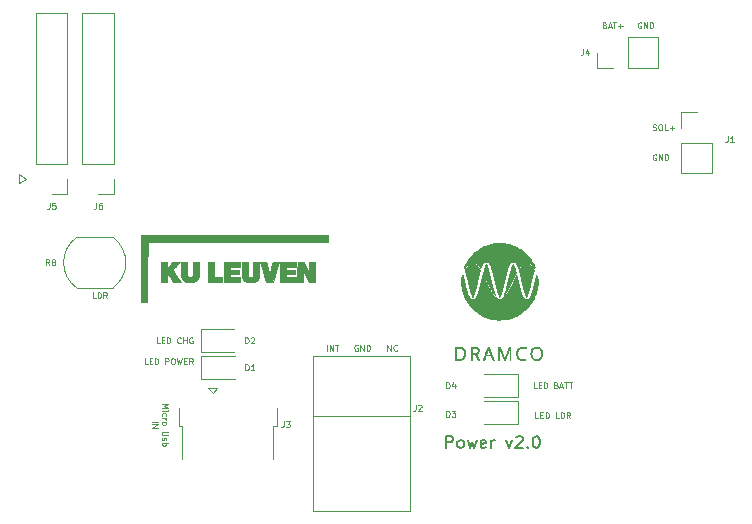
<source format=gto>
G04 #@! TF.GenerationSoftware,KiCad,Pcbnew,(5.1.6)-1*
G04 #@! TF.CreationDate,2020-12-08T10:00:41+01:00*
G04 #@! TF.ProjectId,Power_module_v1,506f7765-725f-46d6-9f64-756c655f7631,rev?*
G04 #@! TF.SameCoordinates,Original*
G04 #@! TF.FileFunction,Legend,Top*
G04 #@! TF.FilePolarity,Positive*
%FSLAX46Y46*%
G04 Gerber Fmt 4.6, Leading zero omitted, Abs format (unit mm)*
G04 Created by KiCad (PCBNEW (5.1.6)-1) date 2020-12-08 10:00:41*
%MOMM*%
%LPD*%
G01*
G04 APERTURE LIST*
%ADD10C,0.125000*%
%ADD11C,0.150000*%
%ADD12C,0.120000*%
%ADD13C,0.010000*%
G04 APERTURE END LIST*
D10*
X105621309Y-103394095D02*
X106121309Y-103394095D01*
X105764166Y-103560761D01*
X106121309Y-103727428D01*
X105621309Y-103727428D01*
X105621309Y-103965523D02*
X105954642Y-103965523D01*
X106121309Y-103965523D02*
X106097500Y-103941714D01*
X106073690Y-103965523D01*
X106097500Y-103989333D01*
X106121309Y-103965523D01*
X106073690Y-103965523D01*
X105645119Y-104417904D02*
X105621309Y-104370285D01*
X105621309Y-104275047D01*
X105645119Y-104227428D01*
X105668928Y-104203619D01*
X105716547Y-104179809D01*
X105859404Y-104179809D01*
X105907023Y-104203619D01*
X105930833Y-104227428D01*
X105954642Y-104275047D01*
X105954642Y-104370285D01*
X105930833Y-104417904D01*
X105621309Y-104632190D02*
X105954642Y-104632190D01*
X105859404Y-104632190D02*
X105907023Y-104656000D01*
X105930833Y-104679809D01*
X105954642Y-104727428D01*
X105954642Y-104775047D01*
X105621309Y-105013142D02*
X105645119Y-104965523D01*
X105668928Y-104941714D01*
X105716547Y-104917904D01*
X105859404Y-104917904D01*
X105907023Y-104941714D01*
X105930833Y-104965523D01*
X105954642Y-105013142D01*
X105954642Y-105084571D01*
X105930833Y-105132190D01*
X105907023Y-105156000D01*
X105859404Y-105179809D01*
X105716547Y-105179809D01*
X105668928Y-105156000D01*
X105645119Y-105132190D01*
X105621309Y-105084571D01*
X105621309Y-105013142D01*
X106121309Y-105775047D02*
X105716547Y-105775047D01*
X105668928Y-105798857D01*
X105645119Y-105822666D01*
X105621309Y-105870285D01*
X105621309Y-105965523D01*
X105645119Y-106013142D01*
X105668928Y-106036952D01*
X105716547Y-106060761D01*
X106121309Y-106060761D01*
X105645119Y-106275047D02*
X105621309Y-106322666D01*
X105621309Y-106417904D01*
X105645119Y-106465523D01*
X105692738Y-106489333D01*
X105716547Y-106489333D01*
X105764166Y-106465523D01*
X105787976Y-106417904D01*
X105787976Y-106346476D01*
X105811785Y-106298857D01*
X105859404Y-106275047D01*
X105883214Y-106275047D01*
X105930833Y-106298857D01*
X105954642Y-106346476D01*
X105954642Y-106417904D01*
X105930833Y-106465523D01*
X105621309Y-106703619D02*
X106121309Y-106703619D01*
X105930833Y-106703619D02*
X105954642Y-106751238D01*
X105954642Y-106846476D01*
X105930833Y-106894095D01*
X105907023Y-106917904D01*
X105859404Y-106941714D01*
X105716547Y-106941714D01*
X105668928Y-106917904D01*
X105645119Y-106894095D01*
X105621309Y-106846476D01*
X105621309Y-106751238D01*
X105645119Y-106703619D01*
X104746309Y-104894095D02*
X105246309Y-104894095D01*
X104746309Y-105132190D02*
X105246309Y-105132190D01*
X104746309Y-105417904D01*
X105246309Y-105417904D01*
X104386285Y-100048190D02*
X104148190Y-100048190D01*
X104148190Y-99548190D01*
X104552952Y-99786285D02*
X104719619Y-99786285D01*
X104791047Y-100048190D02*
X104552952Y-100048190D01*
X104552952Y-99548190D01*
X104791047Y-99548190D01*
X105005333Y-100048190D02*
X105005333Y-99548190D01*
X105124380Y-99548190D01*
X105195809Y-99572000D01*
X105243428Y-99619619D01*
X105267238Y-99667238D01*
X105291047Y-99762476D01*
X105291047Y-99833904D01*
X105267238Y-99929142D01*
X105243428Y-99976761D01*
X105195809Y-100024380D01*
X105124380Y-100048190D01*
X105005333Y-100048190D01*
X105886285Y-100048190D02*
X105886285Y-99548190D01*
X106076761Y-99548190D01*
X106124380Y-99572000D01*
X106148190Y-99595809D01*
X106172000Y-99643428D01*
X106172000Y-99714857D01*
X106148190Y-99762476D01*
X106124380Y-99786285D01*
X106076761Y-99810095D01*
X105886285Y-99810095D01*
X106481523Y-99548190D02*
X106576761Y-99548190D01*
X106624380Y-99572000D01*
X106672000Y-99619619D01*
X106695809Y-99714857D01*
X106695809Y-99881523D01*
X106672000Y-99976761D01*
X106624380Y-100024380D01*
X106576761Y-100048190D01*
X106481523Y-100048190D01*
X106433904Y-100024380D01*
X106386285Y-99976761D01*
X106362476Y-99881523D01*
X106362476Y-99714857D01*
X106386285Y-99619619D01*
X106433904Y-99572000D01*
X106481523Y-99548190D01*
X106862476Y-99548190D02*
X106981523Y-100048190D01*
X107076761Y-99691047D01*
X107172000Y-100048190D01*
X107291047Y-99548190D01*
X107481523Y-99786285D02*
X107648190Y-99786285D01*
X107719619Y-100048190D02*
X107481523Y-100048190D01*
X107481523Y-99548190D01*
X107719619Y-99548190D01*
X108219619Y-100048190D02*
X108052952Y-99810095D01*
X107933904Y-100048190D02*
X107933904Y-99548190D01*
X108124380Y-99548190D01*
X108172000Y-99572000D01*
X108195809Y-99595809D01*
X108219619Y-99643428D01*
X108219619Y-99714857D01*
X108195809Y-99762476D01*
X108172000Y-99786285D01*
X108124380Y-99810095D01*
X107933904Y-99810095D01*
X105406190Y-98270190D02*
X105168095Y-98270190D01*
X105168095Y-97770190D01*
X105572857Y-98008285D02*
X105739523Y-98008285D01*
X105810952Y-98270190D02*
X105572857Y-98270190D01*
X105572857Y-97770190D01*
X105810952Y-97770190D01*
X106025238Y-98270190D02*
X106025238Y-97770190D01*
X106144285Y-97770190D01*
X106215714Y-97794000D01*
X106263333Y-97841619D01*
X106287142Y-97889238D01*
X106310952Y-97984476D01*
X106310952Y-98055904D01*
X106287142Y-98151142D01*
X106263333Y-98198761D01*
X106215714Y-98246380D01*
X106144285Y-98270190D01*
X106025238Y-98270190D01*
X107191904Y-98222571D02*
X107168095Y-98246380D01*
X107096666Y-98270190D01*
X107049047Y-98270190D01*
X106977619Y-98246380D01*
X106930000Y-98198761D01*
X106906190Y-98151142D01*
X106882380Y-98055904D01*
X106882380Y-97984476D01*
X106906190Y-97889238D01*
X106930000Y-97841619D01*
X106977619Y-97794000D01*
X107049047Y-97770190D01*
X107096666Y-97770190D01*
X107168095Y-97794000D01*
X107191904Y-97817809D01*
X107406190Y-98270190D02*
X107406190Y-97770190D01*
X107406190Y-98008285D02*
X107691904Y-98008285D01*
X107691904Y-98270190D02*
X107691904Y-97770190D01*
X108191904Y-97794000D02*
X108144285Y-97770190D01*
X108072857Y-97770190D01*
X108001428Y-97794000D01*
X107953809Y-97841619D01*
X107930000Y-97889238D01*
X107906190Y-97984476D01*
X107906190Y-98055904D01*
X107930000Y-98151142D01*
X107953809Y-98198761D01*
X108001428Y-98246380D01*
X108072857Y-98270190D01*
X108120476Y-98270190D01*
X108191904Y-98246380D01*
X108215714Y-98222571D01*
X108215714Y-98055904D01*
X108120476Y-98055904D01*
X99984761Y-94460190D02*
X99746666Y-94460190D01*
X99746666Y-93960190D01*
X100151428Y-94460190D02*
X100151428Y-93960190D01*
X100270476Y-93960190D01*
X100341904Y-93984000D01*
X100389523Y-94031619D01*
X100413333Y-94079238D01*
X100437142Y-94174476D01*
X100437142Y-94245904D01*
X100413333Y-94341142D01*
X100389523Y-94388761D01*
X100341904Y-94436380D01*
X100270476Y-94460190D01*
X100151428Y-94460190D01*
X100937142Y-94460190D02*
X100770476Y-94222095D01*
X100651428Y-94460190D02*
X100651428Y-93960190D01*
X100841904Y-93960190D01*
X100889523Y-93984000D01*
X100913333Y-94007809D01*
X100937142Y-94055428D01*
X100937142Y-94126857D01*
X100913333Y-94174476D01*
X100889523Y-94198285D01*
X100841904Y-94222095D01*
X100651428Y-94222095D01*
X137469714Y-104620190D02*
X137231619Y-104620190D01*
X137231619Y-104120190D01*
X137636380Y-104358285D02*
X137803047Y-104358285D01*
X137874476Y-104620190D02*
X137636380Y-104620190D01*
X137636380Y-104120190D01*
X137874476Y-104120190D01*
X138088761Y-104620190D02*
X138088761Y-104120190D01*
X138207809Y-104120190D01*
X138279238Y-104144000D01*
X138326857Y-104191619D01*
X138350666Y-104239238D01*
X138374476Y-104334476D01*
X138374476Y-104405904D01*
X138350666Y-104501142D01*
X138326857Y-104548761D01*
X138279238Y-104596380D01*
X138207809Y-104620190D01*
X138088761Y-104620190D01*
X139207809Y-104620190D02*
X138969714Y-104620190D01*
X138969714Y-104120190D01*
X139374476Y-104620190D02*
X139374476Y-104120190D01*
X139493523Y-104120190D01*
X139564952Y-104144000D01*
X139612571Y-104191619D01*
X139636380Y-104239238D01*
X139660190Y-104334476D01*
X139660190Y-104405904D01*
X139636380Y-104501142D01*
X139612571Y-104548761D01*
X139564952Y-104596380D01*
X139493523Y-104620190D01*
X139374476Y-104620190D01*
X140160190Y-104620190D02*
X139993523Y-104382095D01*
X139874476Y-104620190D02*
X139874476Y-104120190D01*
X140064952Y-104120190D01*
X140112571Y-104144000D01*
X140136380Y-104167809D01*
X140160190Y-104215428D01*
X140160190Y-104286857D01*
X140136380Y-104334476D01*
X140112571Y-104358285D01*
X140064952Y-104382095D01*
X139874476Y-104382095D01*
X137326857Y-102080190D02*
X137088761Y-102080190D01*
X137088761Y-101580190D01*
X137493523Y-101818285D02*
X137660190Y-101818285D01*
X137731619Y-102080190D02*
X137493523Y-102080190D01*
X137493523Y-101580190D01*
X137731619Y-101580190D01*
X137945904Y-102080190D02*
X137945904Y-101580190D01*
X138064952Y-101580190D01*
X138136380Y-101604000D01*
X138184000Y-101651619D01*
X138207809Y-101699238D01*
X138231619Y-101794476D01*
X138231619Y-101865904D01*
X138207809Y-101961142D01*
X138184000Y-102008761D01*
X138136380Y-102056380D01*
X138064952Y-102080190D01*
X137945904Y-102080190D01*
X138993523Y-101818285D02*
X139064952Y-101842095D01*
X139088761Y-101865904D01*
X139112571Y-101913523D01*
X139112571Y-101984952D01*
X139088761Y-102032571D01*
X139064952Y-102056380D01*
X139017333Y-102080190D01*
X138826857Y-102080190D01*
X138826857Y-101580190D01*
X138993523Y-101580190D01*
X139041142Y-101604000D01*
X139064952Y-101627809D01*
X139088761Y-101675428D01*
X139088761Y-101723047D01*
X139064952Y-101770666D01*
X139041142Y-101794476D01*
X138993523Y-101818285D01*
X138826857Y-101818285D01*
X139303047Y-101937333D02*
X139541142Y-101937333D01*
X139255428Y-102080190D02*
X139422095Y-101580190D01*
X139588761Y-102080190D01*
X139684000Y-101580190D02*
X139969714Y-101580190D01*
X139826857Y-102080190D02*
X139826857Y-101580190D01*
X140064952Y-101580190D02*
X140350666Y-101580190D01*
X140207809Y-102080190D02*
X140207809Y-101580190D01*
D11*
X129675428Y-107132380D02*
X129675428Y-106132380D01*
X130056380Y-106132380D01*
X130151619Y-106180000D01*
X130199238Y-106227619D01*
X130246857Y-106322857D01*
X130246857Y-106465714D01*
X130199238Y-106560952D01*
X130151619Y-106608571D01*
X130056380Y-106656190D01*
X129675428Y-106656190D01*
X130818285Y-107132380D02*
X130723047Y-107084761D01*
X130675428Y-107037142D01*
X130627809Y-106941904D01*
X130627809Y-106656190D01*
X130675428Y-106560952D01*
X130723047Y-106513333D01*
X130818285Y-106465714D01*
X130961142Y-106465714D01*
X131056380Y-106513333D01*
X131104000Y-106560952D01*
X131151619Y-106656190D01*
X131151619Y-106941904D01*
X131104000Y-107037142D01*
X131056380Y-107084761D01*
X130961142Y-107132380D01*
X130818285Y-107132380D01*
X131484952Y-106465714D02*
X131675428Y-107132380D01*
X131865904Y-106656190D01*
X132056380Y-107132380D01*
X132246857Y-106465714D01*
X133008761Y-107084761D02*
X132913523Y-107132380D01*
X132723047Y-107132380D01*
X132627809Y-107084761D01*
X132580190Y-106989523D01*
X132580190Y-106608571D01*
X132627809Y-106513333D01*
X132723047Y-106465714D01*
X132913523Y-106465714D01*
X133008761Y-106513333D01*
X133056380Y-106608571D01*
X133056380Y-106703809D01*
X132580190Y-106799047D01*
X133484952Y-107132380D02*
X133484952Y-106465714D01*
X133484952Y-106656190D02*
X133532571Y-106560952D01*
X133580190Y-106513333D01*
X133675428Y-106465714D01*
X133770666Y-106465714D01*
X134770666Y-106465714D02*
X135008761Y-107132380D01*
X135246857Y-106465714D01*
X135580190Y-106227619D02*
X135627809Y-106180000D01*
X135723047Y-106132380D01*
X135961142Y-106132380D01*
X136056380Y-106180000D01*
X136104000Y-106227619D01*
X136151619Y-106322857D01*
X136151619Y-106418095D01*
X136104000Y-106560952D01*
X135532571Y-107132380D01*
X136151619Y-107132380D01*
X136580190Y-107037142D02*
X136627809Y-107084761D01*
X136580190Y-107132380D01*
X136532571Y-107084761D01*
X136580190Y-107037142D01*
X136580190Y-107132380D01*
X137246857Y-106132380D02*
X137342095Y-106132380D01*
X137437333Y-106180000D01*
X137484952Y-106227619D01*
X137532571Y-106322857D01*
X137580190Y-106513333D01*
X137580190Y-106751428D01*
X137532571Y-106941904D01*
X137484952Y-107037142D01*
X137437333Y-107084761D01*
X137342095Y-107132380D01*
X137246857Y-107132380D01*
X137151619Y-107084761D01*
X137104000Y-107037142D01*
X137056380Y-106941904D01*
X137008761Y-106751428D01*
X137008761Y-106513333D01*
X137056380Y-106322857D01*
X137104000Y-106227619D01*
X137151619Y-106180000D01*
X137246857Y-106132380D01*
D10*
X146177047Y-71124000D02*
X146129428Y-71100190D01*
X146058000Y-71100190D01*
X145986571Y-71124000D01*
X145938952Y-71171619D01*
X145915142Y-71219238D01*
X145891333Y-71314476D01*
X145891333Y-71385904D01*
X145915142Y-71481142D01*
X145938952Y-71528761D01*
X145986571Y-71576380D01*
X146058000Y-71600190D01*
X146105619Y-71600190D01*
X146177047Y-71576380D01*
X146200857Y-71552571D01*
X146200857Y-71385904D01*
X146105619Y-71385904D01*
X146415142Y-71600190D02*
X146415142Y-71100190D01*
X146700857Y-71600190D01*
X146700857Y-71100190D01*
X146938952Y-71600190D02*
X146938952Y-71100190D01*
X147058000Y-71100190D01*
X147129428Y-71124000D01*
X147177047Y-71171619D01*
X147200857Y-71219238D01*
X147224666Y-71314476D01*
X147224666Y-71385904D01*
X147200857Y-71481142D01*
X147177047Y-71528761D01*
X147129428Y-71576380D01*
X147058000Y-71600190D01*
X146938952Y-71600190D01*
X147165333Y-80212380D02*
X147236761Y-80236190D01*
X147355809Y-80236190D01*
X147403428Y-80212380D01*
X147427238Y-80188571D01*
X147451047Y-80140952D01*
X147451047Y-80093333D01*
X147427238Y-80045714D01*
X147403428Y-80021904D01*
X147355809Y-79998095D01*
X147260571Y-79974285D01*
X147212952Y-79950476D01*
X147189142Y-79926666D01*
X147165333Y-79879047D01*
X147165333Y-79831428D01*
X147189142Y-79783809D01*
X147212952Y-79760000D01*
X147260571Y-79736190D01*
X147379619Y-79736190D01*
X147451047Y-79760000D01*
X147760571Y-79736190D02*
X147855809Y-79736190D01*
X147903428Y-79760000D01*
X147951047Y-79807619D01*
X147974857Y-79902857D01*
X147974857Y-80069523D01*
X147951047Y-80164761D01*
X147903428Y-80212380D01*
X147855809Y-80236190D01*
X147760571Y-80236190D01*
X147712952Y-80212380D01*
X147665333Y-80164761D01*
X147641523Y-80069523D01*
X147641523Y-79902857D01*
X147665333Y-79807619D01*
X147712952Y-79760000D01*
X147760571Y-79736190D01*
X148427238Y-80236190D02*
X148189142Y-80236190D01*
X148189142Y-79736190D01*
X148593904Y-80045714D02*
X148974857Y-80045714D01*
X148784380Y-80236190D02*
X148784380Y-79855238D01*
X147447047Y-82300000D02*
X147399428Y-82276190D01*
X147328000Y-82276190D01*
X147256571Y-82300000D01*
X147208952Y-82347619D01*
X147185142Y-82395238D01*
X147161333Y-82490476D01*
X147161333Y-82561904D01*
X147185142Y-82657142D01*
X147208952Y-82704761D01*
X147256571Y-82752380D01*
X147328000Y-82776190D01*
X147375619Y-82776190D01*
X147447047Y-82752380D01*
X147470857Y-82728571D01*
X147470857Y-82561904D01*
X147375619Y-82561904D01*
X147685142Y-82776190D02*
X147685142Y-82276190D01*
X147970857Y-82776190D01*
X147970857Y-82276190D01*
X148208952Y-82776190D02*
X148208952Y-82276190D01*
X148328000Y-82276190D01*
X148399428Y-82300000D01*
X148447047Y-82347619D01*
X148470857Y-82395238D01*
X148494666Y-82490476D01*
X148494666Y-82561904D01*
X148470857Y-82657142D01*
X148447047Y-82704761D01*
X148399428Y-82752380D01*
X148328000Y-82776190D01*
X148208952Y-82776190D01*
X143085428Y-71338285D02*
X143156857Y-71362095D01*
X143180666Y-71385904D01*
X143204476Y-71433523D01*
X143204476Y-71504952D01*
X143180666Y-71552571D01*
X143156857Y-71576380D01*
X143109238Y-71600190D01*
X142918761Y-71600190D01*
X142918761Y-71100190D01*
X143085428Y-71100190D01*
X143133047Y-71124000D01*
X143156857Y-71147809D01*
X143180666Y-71195428D01*
X143180666Y-71243047D01*
X143156857Y-71290666D01*
X143133047Y-71314476D01*
X143085428Y-71338285D01*
X142918761Y-71338285D01*
X143394952Y-71457333D02*
X143633047Y-71457333D01*
X143347333Y-71600190D02*
X143514000Y-71100190D01*
X143680666Y-71600190D01*
X143775904Y-71100190D02*
X144061619Y-71100190D01*
X143918761Y-71600190D02*
X143918761Y-71100190D01*
X144228285Y-71409714D02*
X144609238Y-71409714D01*
X144418761Y-71600190D02*
X144418761Y-71219238D01*
D12*
X93472000Y-84709000D02*
X93472000Y-83947000D01*
X94107000Y-84328000D02*
X93472000Y-84709000D01*
X93472000Y-83947000D02*
X94107000Y-84328000D01*
D10*
X124702142Y-98905190D02*
X124702142Y-98405190D01*
X124987857Y-98905190D01*
X124987857Y-98405190D01*
X125511666Y-98857571D02*
X125487857Y-98881380D01*
X125416428Y-98905190D01*
X125368809Y-98905190D01*
X125297380Y-98881380D01*
X125249761Y-98833761D01*
X125225952Y-98786142D01*
X125202142Y-98690904D01*
X125202142Y-98619476D01*
X125225952Y-98524238D01*
X125249761Y-98476619D01*
X125297380Y-98429000D01*
X125368809Y-98405190D01*
X125416428Y-98405190D01*
X125487857Y-98429000D01*
X125511666Y-98452809D01*
X122174047Y-98429000D02*
X122126428Y-98405190D01*
X122055000Y-98405190D01*
X121983571Y-98429000D01*
X121935952Y-98476619D01*
X121912142Y-98524238D01*
X121888333Y-98619476D01*
X121888333Y-98690904D01*
X121912142Y-98786142D01*
X121935952Y-98833761D01*
X121983571Y-98881380D01*
X122055000Y-98905190D01*
X122102619Y-98905190D01*
X122174047Y-98881380D01*
X122197857Y-98857571D01*
X122197857Y-98690904D01*
X122102619Y-98690904D01*
X122412142Y-98905190D02*
X122412142Y-98405190D01*
X122697857Y-98905190D01*
X122697857Y-98405190D01*
X122935952Y-98905190D02*
X122935952Y-98405190D01*
X123055000Y-98405190D01*
X123126428Y-98429000D01*
X123174047Y-98476619D01*
X123197857Y-98524238D01*
X123221666Y-98619476D01*
X123221666Y-98690904D01*
X123197857Y-98786142D01*
X123174047Y-98833761D01*
X123126428Y-98881380D01*
X123055000Y-98905190D01*
X122935952Y-98905190D01*
X119562619Y-98905190D02*
X119562619Y-98405190D01*
X119800714Y-98905190D02*
X119800714Y-98405190D01*
X120086428Y-98905190D01*
X120086428Y-98405190D01*
X120253095Y-98405190D02*
X120538809Y-98405190D01*
X120395952Y-98905190D02*
X120395952Y-98405190D01*
D13*
G36*
X136179686Y-98558295D02*
G01*
X136216102Y-98560633D01*
X136250462Y-98564833D01*
X136285058Y-98571168D01*
X136318236Y-98578907D01*
X136334247Y-98583307D01*
X136352107Y-98588794D01*
X136370471Y-98594887D01*
X136387993Y-98601105D01*
X136403329Y-98606968D01*
X136415133Y-98611994D01*
X136422060Y-98615702D01*
X136422762Y-98616262D01*
X136422425Y-98619982D01*
X136419861Y-98628266D01*
X136415712Y-98639542D01*
X136410618Y-98652239D01*
X136405222Y-98664785D01*
X136400166Y-98675609D01*
X136396091Y-98683140D01*
X136394611Y-98685192D01*
X136390440Y-98685334D01*
X136382387Y-98682743D01*
X136375373Y-98679547D01*
X136358074Y-98671768D01*
X136336169Y-98663393D01*
X136311703Y-98655106D01*
X136286724Y-98647590D01*
X136263275Y-98641528D01*
X136258010Y-98640345D01*
X136202198Y-98631066D01*
X136147033Y-98627378D01*
X136093049Y-98629135D01*
X136040781Y-98636191D01*
X135990764Y-98648402D01*
X135943533Y-98665620D01*
X135899623Y-98687700D01*
X135859568Y-98714496D01*
X135823904Y-98745862D01*
X135808051Y-98763020D01*
X135776164Y-98804583D01*
X135749457Y-98849279D01*
X135727834Y-98897417D01*
X135711194Y-98949305D01*
X135699439Y-99005253D01*
X135692469Y-99065568D01*
X135690186Y-99130160D01*
X135692630Y-99195901D01*
X135699902Y-99257508D01*
X135711910Y-99314851D01*
X135728563Y-99367799D01*
X135749769Y-99416220D01*
X135775438Y-99459983D01*
X135805476Y-99498959D01*
X135839794Y-99533016D01*
X135878300Y-99562023D01*
X135920902Y-99585849D01*
X135967510Y-99604363D01*
X136018030Y-99617435D01*
X136032240Y-99620000D01*
X136082069Y-99625805D01*
X136135940Y-99627683D01*
X136192439Y-99625720D01*
X136250152Y-99620003D01*
X136307663Y-99610616D01*
X136352355Y-99600578D01*
X136384453Y-99592428D01*
X136384453Y-99661839D01*
X136359900Y-99668937D01*
X136328333Y-99677504D01*
X136298508Y-99684298D01*
X136268948Y-99689513D01*
X136238176Y-99693340D01*
X136204714Y-99695974D01*
X136167087Y-99697608D01*
X136135533Y-99698289D01*
X136112036Y-99698563D01*
X136090187Y-99698689D01*
X136071101Y-99698672D01*
X136055891Y-99698516D01*
X136045671Y-99698224D01*
X136042400Y-99697985D01*
X136034103Y-99696742D01*
X136021164Y-99694573D01*
X136005594Y-99691822D01*
X135994427Y-99689775D01*
X135939504Y-99676349D01*
X135888218Y-99657293D01*
X135840712Y-99632780D01*
X135797128Y-99602982D01*
X135757608Y-99568071D01*
X135722295Y-99528220D01*
X135691330Y-99483600D01*
X135664856Y-99434384D01*
X135643015Y-99380745D01*
X135625950Y-99322855D01*
X135613802Y-99260885D01*
X135609056Y-99223047D01*
X135607118Y-99197070D01*
X135605972Y-99166809D01*
X135605600Y-99134169D01*
X135605985Y-99101053D01*
X135607109Y-99069364D01*
X135608954Y-99041007D01*
X135610910Y-99022210D01*
X135622021Y-98958966D01*
X135638439Y-98899665D01*
X135660011Y-98844473D01*
X135686580Y-98793554D01*
X135717992Y-98747072D01*
X135754089Y-98705192D01*
X135794717Y-98668079D01*
X135839721Y-98635897D01*
X135888944Y-98608811D01*
X135942232Y-98586985D01*
X135999428Y-98570584D01*
X136046026Y-98561758D01*
X136058914Y-98560363D01*
X136076821Y-98559166D01*
X136097992Y-98558247D01*
X136120672Y-98557685D01*
X136138920Y-98557547D01*
X136179686Y-98558295D01*
G37*
X136179686Y-98558295D02*
X136216102Y-98560633D01*
X136250462Y-98564833D01*
X136285058Y-98571168D01*
X136318236Y-98578907D01*
X136334247Y-98583307D01*
X136352107Y-98588794D01*
X136370471Y-98594887D01*
X136387993Y-98601105D01*
X136403329Y-98606968D01*
X136415133Y-98611994D01*
X136422060Y-98615702D01*
X136422762Y-98616262D01*
X136422425Y-98619982D01*
X136419861Y-98628266D01*
X136415712Y-98639542D01*
X136410618Y-98652239D01*
X136405222Y-98664785D01*
X136400166Y-98675609D01*
X136396091Y-98683140D01*
X136394611Y-98685192D01*
X136390440Y-98685334D01*
X136382387Y-98682743D01*
X136375373Y-98679547D01*
X136358074Y-98671768D01*
X136336169Y-98663393D01*
X136311703Y-98655106D01*
X136286724Y-98647590D01*
X136263275Y-98641528D01*
X136258010Y-98640345D01*
X136202198Y-98631066D01*
X136147033Y-98627378D01*
X136093049Y-98629135D01*
X136040781Y-98636191D01*
X135990764Y-98648402D01*
X135943533Y-98665620D01*
X135899623Y-98687700D01*
X135859568Y-98714496D01*
X135823904Y-98745862D01*
X135808051Y-98763020D01*
X135776164Y-98804583D01*
X135749457Y-98849279D01*
X135727834Y-98897417D01*
X135711194Y-98949305D01*
X135699439Y-99005253D01*
X135692469Y-99065568D01*
X135690186Y-99130160D01*
X135692630Y-99195901D01*
X135699902Y-99257508D01*
X135711910Y-99314851D01*
X135728563Y-99367799D01*
X135749769Y-99416220D01*
X135775438Y-99459983D01*
X135805476Y-99498959D01*
X135839794Y-99533016D01*
X135878300Y-99562023D01*
X135920902Y-99585849D01*
X135967510Y-99604363D01*
X136018030Y-99617435D01*
X136032240Y-99620000D01*
X136082069Y-99625805D01*
X136135940Y-99627683D01*
X136192439Y-99625720D01*
X136250152Y-99620003D01*
X136307663Y-99610616D01*
X136352355Y-99600578D01*
X136384453Y-99592428D01*
X136384453Y-99661839D01*
X136359900Y-99668937D01*
X136328333Y-99677504D01*
X136298508Y-99684298D01*
X136268948Y-99689513D01*
X136238176Y-99693340D01*
X136204714Y-99695974D01*
X136167087Y-99697608D01*
X136135533Y-99698289D01*
X136112036Y-99698563D01*
X136090187Y-99698689D01*
X136071101Y-99698672D01*
X136055891Y-99698516D01*
X136045671Y-99698224D01*
X136042400Y-99697985D01*
X136034103Y-99696742D01*
X136021164Y-99694573D01*
X136005594Y-99691822D01*
X135994427Y-99689775D01*
X135939504Y-99676349D01*
X135888218Y-99657293D01*
X135840712Y-99632780D01*
X135797128Y-99602982D01*
X135757608Y-99568071D01*
X135722295Y-99528220D01*
X135691330Y-99483600D01*
X135664856Y-99434384D01*
X135643015Y-99380745D01*
X135625950Y-99322855D01*
X135613802Y-99260885D01*
X135609056Y-99223047D01*
X135607118Y-99197070D01*
X135605972Y-99166809D01*
X135605600Y-99134169D01*
X135605985Y-99101053D01*
X135607109Y-99069364D01*
X135608954Y-99041007D01*
X135610910Y-99022210D01*
X135622021Y-98958966D01*
X135638439Y-98899665D01*
X135660011Y-98844473D01*
X135686580Y-98793554D01*
X135717992Y-98747072D01*
X135754089Y-98705192D01*
X135794717Y-98668079D01*
X135839721Y-98635897D01*
X135888944Y-98608811D01*
X135942232Y-98586985D01*
X135999428Y-98570584D01*
X136046026Y-98561758D01*
X136058914Y-98560363D01*
X136076821Y-98559166D01*
X136097992Y-98558247D01*
X136120672Y-98557685D01*
X136138920Y-98557547D01*
X136179686Y-98558295D01*
G36*
X137330371Y-98557363D02*
G01*
X137352952Y-98557761D01*
X137371200Y-98558542D01*
X137386333Y-98559774D01*
X137399569Y-98561524D01*
X137408920Y-98563206D01*
X137461395Y-98575962D01*
X137508867Y-98592570D01*
X137552182Y-98613466D01*
X137592187Y-98639087D01*
X137629728Y-98669870D01*
X137646079Y-98685557D01*
X137683302Y-98727678D01*
X137715378Y-98774162D01*
X137742309Y-98825017D01*
X137764099Y-98880255D01*
X137780751Y-98939885D01*
X137792268Y-99003917D01*
X137798655Y-99072360D01*
X137800080Y-99126269D01*
X137797490Y-99198099D01*
X137789728Y-99265673D01*
X137776803Y-99328962D01*
X137758726Y-99387937D01*
X137735507Y-99442568D01*
X137707157Y-99492827D01*
X137673685Y-99538685D01*
X137643823Y-99571586D01*
X137604137Y-99606784D01*
X137560903Y-99636304D01*
X137514067Y-99660167D01*
X137463573Y-99678393D01*
X137409366Y-99691002D01*
X137351392Y-99698014D01*
X137297248Y-99699572D01*
X137279086Y-99699300D01*
X137262563Y-99698910D01*
X137249262Y-99698449D01*
X137240763Y-99697964D01*
X137239586Y-99697846D01*
X137180696Y-99687877D01*
X137125994Y-99672590D01*
X137075451Y-99651963D01*
X137029036Y-99625975D01*
X136986719Y-99594607D01*
X136948469Y-99557838D01*
X136914255Y-99515646D01*
X136884047Y-99468013D01*
X136875520Y-99452192D01*
X136852822Y-99401853D01*
X136834365Y-99346924D01*
X136820290Y-99288208D01*
X136810737Y-99226504D01*
X136805845Y-99162613D01*
X136805797Y-99127733D01*
X136892453Y-99127733D01*
X136894373Y-99193559D01*
X136900200Y-99254081D01*
X136910032Y-99309597D01*
X136923969Y-99360406D01*
X136942109Y-99406805D01*
X136964553Y-99449092D01*
X136991399Y-99487566D01*
X137022746Y-99522525D01*
X137024216Y-99523973D01*
X137059784Y-99554613D01*
X137098356Y-99579598D01*
X137140387Y-99599145D01*
X137186331Y-99613470D01*
X137229426Y-99621795D01*
X137247818Y-99623639D01*
X137270952Y-99624720D01*
X137296845Y-99625056D01*
X137323511Y-99624665D01*
X137348965Y-99623563D01*
X137371221Y-99621770D01*
X137381768Y-99620437D01*
X137432451Y-99609842D01*
X137478954Y-99593938D01*
X137521332Y-99572683D01*
X137559644Y-99546030D01*
X137593947Y-99513935D01*
X137624297Y-99476354D01*
X137650751Y-99433241D01*
X137668917Y-99395280D01*
X137684871Y-99351378D01*
X137697530Y-99302632D01*
X137706838Y-99250147D01*
X137712735Y-99195028D01*
X137715163Y-99138381D01*
X137714064Y-99081313D01*
X137709379Y-99024928D01*
X137701050Y-98970333D01*
X137693227Y-98934601D01*
X137678139Y-98884060D01*
X137659155Y-98838584D01*
X137635889Y-98797445D01*
X137607955Y-98759915D01*
X137590361Y-98740444D01*
X137556812Y-98709590D01*
X137520696Y-98684156D01*
X137481570Y-98663974D01*
X137438990Y-98648876D01*
X137392511Y-98638695D01*
X137341688Y-98633262D01*
X137303933Y-98632194D01*
X137265818Y-98633095D01*
X137232259Y-98635991D01*
X137201255Y-98641174D01*
X137170808Y-98648937D01*
X137155052Y-98653915D01*
X137110461Y-98672305D01*
X137069354Y-98696390D01*
X137032005Y-98725896D01*
X136998693Y-98760553D01*
X136969691Y-98800089D01*
X136945278Y-98844232D01*
X136933126Y-98872357D01*
X136919170Y-98912469D01*
X136908337Y-98953868D01*
X136900451Y-98997670D01*
X136895332Y-99044992D01*
X136892804Y-99096951D01*
X136892453Y-99127733D01*
X136805797Y-99127733D01*
X136805755Y-99097337D01*
X136807624Y-99063482D01*
X136814915Y-98996874D01*
X136826532Y-98935292D01*
X136842580Y-98878462D01*
X136863166Y-98826111D01*
X136888396Y-98777966D01*
X136918377Y-98733753D01*
X136950674Y-98695863D01*
X136988343Y-98660174D01*
X137028766Y-98629999D01*
X137072561Y-98604999D01*
X137120347Y-98584838D01*
X137172741Y-98569178D01*
X137190480Y-98565085D01*
X137203361Y-98562479D01*
X137215438Y-98560523D01*
X137228028Y-98559125D01*
X137242450Y-98558193D01*
X137260022Y-98557635D01*
X137282063Y-98557359D01*
X137302240Y-98557281D01*
X137330371Y-98557363D01*
G37*
X137330371Y-98557363D02*
X137352952Y-98557761D01*
X137371200Y-98558542D01*
X137386333Y-98559774D01*
X137399569Y-98561524D01*
X137408920Y-98563206D01*
X137461395Y-98575962D01*
X137508867Y-98592570D01*
X137552182Y-98613466D01*
X137592187Y-98639087D01*
X137629728Y-98669870D01*
X137646079Y-98685557D01*
X137683302Y-98727678D01*
X137715378Y-98774162D01*
X137742309Y-98825017D01*
X137764099Y-98880255D01*
X137780751Y-98939885D01*
X137792268Y-99003917D01*
X137798655Y-99072360D01*
X137800080Y-99126269D01*
X137797490Y-99198099D01*
X137789728Y-99265673D01*
X137776803Y-99328962D01*
X137758726Y-99387937D01*
X137735507Y-99442568D01*
X137707157Y-99492827D01*
X137673685Y-99538685D01*
X137643823Y-99571586D01*
X137604137Y-99606784D01*
X137560903Y-99636304D01*
X137514067Y-99660167D01*
X137463573Y-99678393D01*
X137409366Y-99691002D01*
X137351392Y-99698014D01*
X137297248Y-99699572D01*
X137279086Y-99699300D01*
X137262563Y-99698910D01*
X137249262Y-99698449D01*
X137240763Y-99697964D01*
X137239586Y-99697846D01*
X137180696Y-99687877D01*
X137125994Y-99672590D01*
X137075451Y-99651963D01*
X137029036Y-99625975D01*
X136986719Y-99594607D01*
X136948469Y-99557838D01*
X136914255Y-99515646D01*
X136884047Y-99468013D01*
X136875520Y-99452192D01*
X136852822Y-99401853D01*
X136834365Y-99346924D01*
X136820290Y-99288208D01*
X136810737Y-99226504D01*
X136805845Y-99162613D01*
X136805797Y-99127733D01*
X136892453Y-99127733D01*
X136894373Y-99193559D01*
X136900200Y-99254081D01*
X136910032Y-99309597D01*
X136923969Y-99360406D01*
X136942109Y-99406805D01*
X136964553Y-99449092D01*
X136991399Y-99487566D01*
X137022746Y-99522525D01*
X137024216Y-99523973D01*
X137059784Y-99554613D01*
X137098356Y-99579598D01*
X137140387Y-99599145D01*
X137186331Y-99613470D01*
X137229426Y-99621795D01*
X137247818Y-99623639D01*
X137270952Y-99624720D01*
X137296845Y-99625056D01*
X137323511Y-99624665D01*
X137348965Y-99623563D01*
X137371221Y-99621770D01*
X137381768Y-99620437D01*
X137432451Y-99609842D01*
X137478954Y-99593938D01*
X137521332Y-99572683D01*
X137559644Y-99546030D01*
X137593947Y-99513935D01*
X137624297Y-99476354D01*
X137650751Y-99433241D01*
X137668917Y-99395280D01*
X137684871Y-99351378D01*
X137697530Y-99302632D01*
X137706838Y-99250147D01*
X137712735Y-99195028D01*
X137715163Y-99138381D01*
X137714064Y-99081313D01*
X137709379Y-99024928D01*
X137701050Y-98970333D01*
X137693227Y-98934601D01*
X137678139Y-98884060D01*
X137659155Y-98838584D01*
X137635889Y-98797445D01*
X137607955Y-98759915D01*
X137590361Y-98740444D01*
X137556812Y-98709590D01*
X137520696Y-98684156D01*
X137481570Y-98663974D01*
X137438990Y-98648876D01*
X137392511Y-98638695D01*
X137341688Y-98633262D01*
X137303933Y-98632194D01*
X137265818Y-98633095D01*
X137232259Y-98635991D01*
X137201255Y-98641174D01*
X137170808Y-98648937D01*
X137155052Y-98653915D01*
X137110461Y-98672305D01*
X137069354Y-98696390D01*
X137032005Y-98725896D01*
X136998693Y-98760553D01*
X136969691Y-98800089D01*
X136945278Y-98844232D01*
X136933126Y-98872357D01*
X136919170Y-98912469D01*
X136908337Y-98953868D01*
X136900451Y-98997670D01*
X136895332Y-99044992D01*
X136892804Y-99096951D01*
X136892453Y-99127733D01*
X136805797Y-99127733D01*
X136805755Y-99097337D01*
X136807624Y-99063482D01*
X136814915Y-98996874D01*
X136826532Y-98935292D01*
X136842580Y-98878462D01*
X136863166Y-98826111D01*
X136888396Y-98777966D01*
X136918377Y-98733753D01*
X136950674Y-98695863D01*
X136988343Y-98660174D01*
X137028766Y-98629999D01*
X137072561Y-98604999D01*
X137120347Y-98584838D01*
X137172741Y-98569178D01*
X137190480Y-98565085D01*
X137203361Y-98562479D01*
X137215438Y-98560523D01*
X137228028Y-98559125D01*
X137242450Y-98558193D01*
X137260022Y-98557635D01*
X137282063Y-98557359D01*
X137302240Y-98557281D01*
X137330371Y-98557363D01*
G36*
X130619500Y-98573242D02*
G01*
X130663747Y-98573590D01*
X130701894Y-98573960D01*
X130734613Y-98574402D01*
X130762575Y-98574963D01*
X130786454Y-98575692D01*
X130806921Y-98576638D01*
X130824650Y-98577847D01*
X130840311Y-98579370D01*
X130854579Y-98581254D01*
X130868125Y-98583547D01*
X130881622Y-98586297D01*
X130895741Y-98589554D01*
X130911156Y-98593365D01*
X130915760Y-98594529D01*
X130970293Y-98611500D01*
X131020732Y-98633662D01*
X131066892Y-98660874D01*
X131108588Y-98692992D01*
X131145635Y-98729872D01*
X131177849Y-98771372D01*
X131205045Y-98817348D01*
X131206161Y-98819546D01*
X131225828Y-98863129D01*
X131241445Y-98908199D01*
X131253199Y-98955678D01*
X131261281Y-99006488D01*
X131265881Y-99061549D01*
X131267199Y-99116186D01*
X131265495Y-99180217D01*
X131260278Y-99238984D01*
X131251392Y-99293110D01*
X131238679Y-99343214D01*
X131221982Y-99389917D01*
X131201146Y-99433839D01*
X131176647Y-99474652D01*
X131145128Y-99515966D01*
X131108395Y-99553216D01*
X131066832Y-99586157D01*
X131020820Y-99614540D01*
X130970744Y-99638119D01*
X130916985Y-99656646D01*
X130880653Y-99665775D01*
X130862608Y-99669578D01*
X130845842Y-99672816D01*
X130829603Y-99675541D01*
X130813137Y-99677808D01*
X130795691Y-99679667D01*
X130776513Y-99681171D01*
X130754849Y-99682374D01*
X130729946Y-99683328D01*
X130701051Y-99684085D01*
X130667412Y-99684699D01*
X130628275Y-99685221D01*
X130597486Y-99685557D01*
X130423920Y-99687341D01*
X130423920Y-99616094D01*
X130501813Y-99616094D01*
X130641513Y-99614428D01*
X130677221Y-99613970D01*
X130706950Y-99613497D01*
X130731494Y-99612972D01*
X130751649Y-99612355D01*
X130768208Y-99611608D01*
X130781965Y-99610691D01*
X130793717Y-99609567D01*
X130804255Y-99608196D01*
X130814377Y-99606540D01*
X130818466Y-99605793D01*
X130875620Y-99592626D01*
X130927391Y-99575445D01*
X130973954Y-99554102D01*
X131015487Y-99528451D01*
X131052164Y-99498346D01*
X131084163Y-99463641D01*
X131111659Y-99424188D01*
X131134829Y-99379843D01*
X131153849Y-99330459D01*
X131155245Y-99326134D01*
X131162946Y-99300270D01*
X131169013Y-99275666D01*
X131173613Y-99250989D01*
X131176915Y-99224911D01*
X131179086Y-99196099D01*
X131180295Y-99163224D01*
X131180708Y-99124954D01*
X131180709Y-99124346D01*
X131180624Y-99092500D01*
X131180175Y-99066076D01*
X131179229Y-99043727D01*
X131177652Y-99024105D01*
X131175311Y-99005864D01*
X131172073Y-98987655D01*
X131167803Y-98968131D01*
X131163501Y-98950441D01*
X131147550Y-98898894D01*
X131126669Y-98851872D01*
X131100923Y-98809461D01*
X131070375Y-98771745D01*
X131035090Y-98738809D01*
X130995132Y-98710739D01*
X130973336Y-98698512D01*
X130950416Y-98687152D01*
X130928244Y-98677403D01*
X130906073Y-98669138D01*
X130883157Y-98662228D01*
X130858746Y-98656547D01*
X130832093Y-98651967D01*
X130802450Y-98648361D01*
X130769071Y-98645600D01*
X130731206Y-98643559D01*
X130688108Y-98642108D01*
X130639030Y-98641121D01*
X130636433Y-98641082D01*
X130501813Y-98639085D01*
X130501813Y-99616094D01*
X130423920Y-99616094D01*
X130423920Y-98571792D01*
X130619500Y-98573242D01*
G37*
X130619500Y-98573242D02*
X130663747Y-98573590D01*
X130701894Y-98573960D01*
X130734613Y-98574402D01*
X130762575Y-98574963D01*
X130786454Y-98575692D01*
X130806921Y-98576638D01*
X130824650Y-98577847D01*
X130840311Y-98579370D01*
X130854579Y-98581254D01*
X130868125Y-98583547D01*
X130881622Y-98586297D01*
X130895741Y-98589554D01*
X130911156Y-98593365D01*
X130915760Y-98594529D01*
X130970293Y-98611500D01*
X131020732Y-98633662D01*
X131066892Y-98660874D01*
X131108588Y-98692992D01*
X131145635Y-98729872D01*
X131177849Y-98771372D01*
X131205045Y-98817348D01*
X131206161Y-98819546D01*
X131225828Y-98863129D01*
X131241445Y-98908199D01*
X131253199Y-98955678D01*
X131261281Y-99006488D01*
X131265881Y-99061549D01*
X131267199Y-99116186D01*
X131265495Y-99180217D01*
X131260278Y-99238984D01*
X131251392Y-99293110D01*
X131238679Y-99343214D01*
X131221982Y-99389917D01*
X131201146Y-99433839D01*
X131176647Y-99474652D01*
X131145128Y-99515966D01*
X131108395Y-99553216D01*
X131066832Y-99586157D01*
X131020820Y-99614540D01*
X130970744Y-99638119D01*
X130916985Y-99656646D01*
X130880653Y-99665775D01*
X130862608Y-99669578D01*
X130845842Y-99672816D01*
X130829603Y-99675541D01*
X130813137Y-99677808D01*
X130795691Y-99679667D01*
X130776513Y-99681171D01*
X130754849Y-99682374D01*
X130729946Y-99683328D01*
X130701051Y-99684085D01*
X130667412Y-99684699D01*
X130628275Y-99685221D01*
X130597486Y-99685557D01*
X130423920Y-99687341D01*
X130423920Y-99616094D01*
X130501813Y-99616094D01*
X130641513Y-99614428D01*
X130677221Y-99613970D01*
X130706950Y-99613497D01*
X130731494Y-99612972D01*
X130751649Y-99612355D01*
X130768208Y-99611608D01*
X130781965Y-99610691D01*
X130793717Y-99609567D01*
X130804255Y-99608196D01*
X130814377Y-99606540D01*
X130818466Y-99605793D01*
X130875620Y-99592626D01*
X130927391Y-99575445D01*
X130973954Y-99554102D01*
X131015487Y-99528451D01*
X131052164Y-99498346D01*
X131084163Y-99463641D01*
X131111659Y-99424188D01*
X131134829Y-99379843D01*
X131153849Y-99330459D01*
X131155245Y-99326134D01*
X131162946Y-99300270D01*
X131169013Y-99275666D01*
X131173613Y-99250989D01*
X131176915Y-99224911D01*
X131179086Y-99196099D01*
X131180295Y-99163224D01*
X131180708Y-99124954D01*
X131180709Y-99124346D01*
X131180624Y-99092500D01*
X131180175Y-99066076D01*
X131179229Y-99043727D01*
X131177652Y-99024105D01*
X131175311Y-99005864D01*
X131172073Y-98987655D01*
X131167803Y-98968131D01*
X131163501Y-98950441D01*
X131147550Y-98898894D01*
X131126669Y-98851872D01*
X131100923Y-98809461D01*
X131070375Y-98771745D01*
X131035090Y-98738809D01*
X130995132Y-98710739D01*
X130973336Y-98698512D01*
X130950416Y-98687152D01*
X130928244Y-98677403D01*
X130906073Y-98669138D01*
X130883157Y-98662228D01*
X130858746Y-98656547D01*
X130832093Y-98651967D01*
X130802450Y-98648361D01*
X130769071Y-98645600D01*
X130731206Y-98643559D01*
X130688108Y-98642108D01*
X130639030Y-98641121D01*
X130636433Y-98641082D01*
X130501813Y-98639085D01*
X130501813Y-99616094D01*
X130423920Y-99616094D01*
X130423920Y-98571792D01*
X130619500Y-98573242D01*
G36*
X131913206Y-98572331D02*
G01*
X131946637Y-98572413D01*
X131979362Y-98572644D01*
X132010467Y-98573005D01*
X132039039Y-98573481D01*
X132064162Y-98574055D01*
X132084923Y-98574709D01*
X132100406Y-98575427D01*
X132107093Y-98575910D01*
X132157306Y-98582379D01*
X132204034Y-98592171D01*
X132246485Y-98605064D01*
X132283869Y-98620836D01*
X132301323Y-98630267D01*
X132320032Y-98643092D01*
X132339771Y-98659656D01*
X132358931Y-98678353D01*
X132375905Y-98697573D01*
X132389084Y-98715709D01*
X132392409Y-98721333D01*
X132408199Y-98756466D01*
X132419505Y-98795421D01*
X132426269Y-98836891D01*
X132428433Y-98879568D01*
X132425938Y-98922148D01*
X132418726Y-98963323D01*
X132406739Y-99001786D01*
X132405102Y-99005855D01*
X132386100Y-99043182D01*
X132361449Y-99076959D01*
X132331395Y-99106967D01*
X132296184Y-99132993D01*
X132256062Y-99154819D01*
X132218169Y-99169947D01*
X132206604Y-99174389D01*
X132198208Y-99178573D01*
X132194472Y-99181729D01*
X132194425Y-99182215D01*
X132196270Y-99185644D01*
X132201335Y-99194455D01*
X132209365Y-99208217D01*
X132220105Y-99226500D01*
X132233301Y-99248872D01*
X132248696Y-99274902D01*
X132266037Y-99304158D01*
X132285068Y-99336210D01*
X132305535Y-99370626D01*
X132327182Y-99406975D01*
X132342591Y-99432820D01*
X132364883Y-99470230D01*
X132386148Y-99505997D01*
X132406135Y-99539689D01*
X132424589Y-99570877D01*
X132441258Y-99599131D01*
X132455890Y-99624020D01*
X132468230Y-99645115D01*
X132478026Y-99661985D01*
X132485024Y-99674199D01*
X132488973Y-99681329D01*
X132489786Y-99683058D01*
X132486485Y-99684589D01*
X132476904Y-99685701D01*
X132461525Y-99686359D01*
X132444858Y-99686533D01*
X132399930Y-99686533D01*
X132114370Y-99203933D01*
X131975265Y-99203049D01*
X131836160Y-99202164D01*
X131836160Y-99686533D01*
X131758266Y-99686533D01*
X131758266Y-98886715D01*
X131836160Y-98886715D01*
X131836190Y-98926706D01*
X131836279Y-98964710D01*
X131836421Y-99000185D01*
X131836610Y-99032591D01*
X131836843Y-99061384D01*
X131837114Y-99086024D01*
X131837418Y-99105970D01*
X131837750Y-99120679D01*
X131838106Y-99129609D01*
X131838417Y-99132248D01*
X131842459Y-99132979D01*
X131852354Y-99133555D01*
X131867186Y-99133982D01*
X131886036Y-99134264D01*
X131907988Y-99134403D01*
X131932123Y-99134406D01*
X131957524Y-99134274D01*
X131983273Y-99134014D01*
X132008453Y-99133628D01*
X132032146Y-99133121D01*
X132053434Y-99132497D01*
X132071401Y-99131761D01*
X132081729Y-99131165D01*
X132127904Y-99126227D01*
X132168636Y-99117975D01*
X132204502Y-99106191D01*
X132236084Y-99090656D01*
X132263961Y-99071153D01*
X132279959Y-99056654D01*
X132299871Y-99034586D01*
X132315026Y-99012153D01*
X132326743Y-98987103D01*
X132334617Y-98963361D01*
X132337750Y-98951506D01*
X132339923Y-98940299D01*
X132341296Y-98928064D01*
X132342031Y-98913123D01*
X132342291Y-98893799D01*
X132342297Y-98883893D01*
X132342105Y-98861958D01*
X132341500Y-98845103D01*
X132340318Y-98831641D01*
X132338394Y-98819883D01*
X132335563Y-98808140D01*
X132334529Y-98804425D01*
X132322565Y-98770882D01*
X132306904Y-98742075D01*
X132287097Y-98717619D01*
X132262700Y-98697126D01*
X132233264Y-98680209D01*
X132198344Y-98666482D01*
X132164666Y-98657183D01*
X132147345Y-98653544D01*
X132128829Y-98650556D01*
X132108319Y-98648167D01*
X132085017Y-98646327D01*
X132058126Y-98644986D01*
X132026847Y-98644092D01*
X131990383Y-98643594D01*
X131948766Y-98643442D01*
X131836160Y-98643440D01*
X131836160Y-98886715D01*
X131758266Y-98886715D01*
X131758266Y-98572320D01*
X131913206Y-98572331D01*
G37*
X131913206Y-98572331D02*
X131946637Y-98572413D01*
X131979362Y-98572644D01*
X132010467Y-98573005D01*
X132039039Y-98573481D01*
X132064162Y-98574055D01*
X132084923Y-98574709D01*
X132100406Y-98575427D01*
X132107093Y-98575910D01*
X132157306Y-98582379D01*
X132204034Y-98592171D01*
X132246485Y-98605064D01*
X132283869Y-98620836D01*
X132301323Y-98630267D01*
X132320032Y-98643092D01*
X132339771Y-98659656D01*
X132358931Y-98678353D01*
X132375905Y-98697573D01*
X132389084Y-98715709D01*
X132392409Y-98721333D01*
X132408199Y-98756466D01*
X132419505Y-98795421D01*
X132426269Y-98836891D01*
X132428433Y-98879568D01*
X132425938Y-98922148D01*
X132418726Y-98963323D01*
X132406739Y-99001786D01*
X132405102Y-99005855D01*
X132386100Y-99043182D01*
X132361449Y-99076959D01*
X132331395Y-99106967D01*
X132296184Y-99132993D01*
X132256062Y-99154819D01*
X132218169Y-99169947D01*
X132206604Y-99174389D01*
X132198208Y-99178573D01*
X132194472Y-99181729D01*
X132194425Y-99182215D01*
X132196270Y-99185644D01*
X132201335Y-99194455D01*
X132209365Y-99208217D01*
X132220105Y-99226500D01*
X132233301Y-99248872D01*
X132248696Y-99274902D01*
X132266037Y-99304158D01*
X132285068Y-99336210D01*
X132305535Y-99370626D01*
X132327182Y-99406975D01*
X132342591Y-99432820D01*
X132364883Y-99470230D01*
X132386148Y-99505997D01*
X132406135Y-99539689D01*
X132424589Y-99570877D01*
X132441258Y-99599131D01*
X132455890Y-99624020D01*
X132468230Y-99645115D01*
X132478026Y-99661985D01*
X132485024Y-99674199D01*
X132488973Y-99681329D01*
X132489786Y-99683058D01*
X132486485Y-99684589D01*
X132476904Y-99685701D01*
X132461525Y-99686359D01*
X132444858Y-99686533D01*
X132399930Y-99686533D01*
X132114370Y-99203933D01*
X131975265Y-99203049D01*
X131836160Y-99202164D01*
X131836160Y-99686533D01*
X131758266Y-99686533D01*
X131758266Y-98886715D01*
X131836160Y-98886715D01*
X131836190Y-98926706D01*
X131836279Y-98964710D01*
X131836421Y-99000185D01*
X131836610Y-99032591D01*
X131836843Y-99061384D01*
X131837114Y-99086024D01*
X131837418Y-99105970D01*
X131837750Y-99120679D01*
X131838106Y-99129609D01*
X131838417Y-99132248D01*
X131842459Y-99132979D01*
X131852354Y-99133555D01*
X131867186Y-99133982D01*
X131886036Y-99134264D01*
X131907988Y-99134403D01*
X131932123Y-99134406D01*
X131957524Y-99134274D01*
X131983273Y-99134014D01*
X132008453Y-99133628D01*
X132032146Y-99133121D01*
X132053434Y-99132497D01*
X132071401Y-99131761D01*
X132081729Y-99131165D01*
X132127904Y-99126227D01*
X132168636Y-99117975D01*
X132204502Y-99106191D01*
X132236084Y-99090656D01*
X132263961Y-99071153D01*
X132279959Y-99056654D01*
X132299871Y-99034586D01*
X132315026Y-99012153D01*
X132326743Y-98987103D01*
X132334617Y-98963361D01*
X132337750Y-98951506D01*
X132339923Y-98940299D01*
X132341296Y-98928064D01*
X132342031Y-98913123D01*
X132342291Y-98893799D01*
X132342297Y-98883893D01*
X132342105Y-98861958D01*
X132341500Y-98845103D01*
X132340318Y-98831641D01*
X132338394Y-98819883D01*
X132335563Y-98808140D01*
X132334529Y-98804425D01*
X132322565Y-98770882D01*
X132306904Y-98742075D01*
X132287097Y-98717619D01*
X132262700Y-98697126D01*
X132233264Y-98680209D01*
X132198344Y-98666482D01*
X132164666Y-98657183D01*
X132147345Y-98653544D01*
X132128829Y-98650556D01*
X132108319Y-98648167D01*
X132085017Y-98646327D01*
X132058126Y-98644986D01*
X132026847Y-98644092D01*
X131990383Y-98643594D01*
X131948766Y-98643442D01*
X131836160Y-98643440D01*
X131836160Y-98886715D01*
X131758266Y-98886715D01*
X131758266Y-98572320D01*
X131913206Y-98572331D01*
G36*
X133247262Y-98569451D02*
G01*
X133256324Y-98570973D01*
X133259483Y-98573227D01*
X133260876Y-98576789D01*
X133264617Y-98586332D01*
X133270578Y-98601535D01*
X133278633Y-98622073D01*
X133288654Y-98647623D01*
X133300516Y-98677863D01*
X133314091Y-98712470D01*
X133329253Y-98751119D01*
X133345874Y-98793488D01*
X133363828Y-98839253D01*
X133382989Y-98888092D01*
X133403229Y-98939681D01*
X133424421Y-98993697D01*
X133446439Y-99049817D01*
X133469157Y-99107717D01*
X133476535Y-99126523D01*
X133499457Y-99184944D01*
X133521725Y-99241701D01*
X133543212Y-99296468D01*
X133563791Y-99348922D01*
X133583335Y-99398739D01*
X133601716Y-99445594D01*
X133618808Y-99489163D01*
X133634483Y-99529122D01*
X133648614Y-99565147D01*
X133661074Y-99596913D01*
X133671735Y-99624098D01*
X133680472Y-99646376D01*
X133687156Y-99663423D01*
X133691660Y-99674916D01*
X133693858Y-99680529D01*
X133694052Y-99681028D01*
X133694277Y-99683282D01*
X133692256Y-99684827D01*
X133686994Y-99685794D01*
X133677497Y-99686312D01*
X133662771Y-99686511D01*
X133652029Y-99686533D01*
X133607893Y-99686533D01*
X133567495Y-99584086D01*
X133555273Y-99553077D01*
X133541679Y-99518562D01*
X133527499Y-99482538D01*
X133513519Y-99447001D01*
X133500524Y-99413947D01*
X133490195Y-99387652D01*
X133453293Y-99293664D01*
X133226983Y-99294518D01*
X133000674Y-99295373D01*
X132923725Y-99490106D01*
X132846776Y-99684840D01*
X132803345Y-99685790D01*
X132785544Y-99686118D01*
X132773493Y-99686098D01*
X132766172Y-99685603D01*
X132762560Y-99684509D01*
X132761638Y-99682690D01*
X132762121Y-99680710D01*
X132763593Y-99676972D01*
X132767450Y-99667267D01*
X132773563Y-99651916D01*
X132781804Y-99631242D01*
X132792043Y-99605568D01*
X132804153Y-99575214D01*
X132818005Y-99540504D01*
X132833470Y-99501759D01*
X132850419Y-99459303D01*
X132868725Y-99413456D01*
X132888257Y-99364542D01*
X132908889Y-99312882D01*
X132930491Y-99258799D01*
X132946835Y-99217882D01*
X133032490Y-99217882D01*
X133033421Y-99218943D01*
X133035846Y-99219830D01*
X133040271Y-99220560D01*
X133047200Y-99221147D01*
X133057139Y-99221607D01*
X133070593Y-99221956D01*
X133088067Y-99222208D01*
X133110067Y-99222378D01*
X133137097Y-99222484D01*
X133169664Y-99222538D01*
X133208272Y-99222558D01*
X133227685Y-99222560D01*
X133267555Y-99222507D01*
X133303921Y-99222356D01*
X133336341Y-99222111D01*
X133364378Y-99221781D01*
X133387590Y-99221372D01*
X133405537Y-99220892D01*
X133417781Y-99220346D01*
X133423881Y-99219742D01*
X133424506Y-99219465D01*
X133423340Y-99215863D01*
X133419969Y-99206434D01*
X133414582Y-99191688D01*
X133407367Y-99172132D01*
X133398515Y-99148276D01*
X133388214Y-99120630D01*
X133376654Y-99089701D01*
X133364023Y-99055999D01*
X133350512Y-99020033D01*
X133338575Y-98988325D01*
X133324107Y-98949871D01*
X133310095Y-98912515D01*
X133296762Y-98876860D01*
X133284332Y-98843508D01*
X133273027Y-98813060D01*
X133263071Y-98786120D01*
X133254687Y-98763289D01*
X133248098Y-98745168D01*
X133243528Y-98732361D01*
X133241655Y-98726897D01*
X133230666Y-98693514D01*
X133212790Y-98747217D01*
X133208347Y-98759988D01*
X133201685Y-98778335D01*
X133193078Y-98801537D01*
X133182802Y-98828872D01*
X133171129Y-98859617D01*
X133158334Y-98893052D01*
X133144692Y-98928453D01*
X133130476Y-98965101D01*
X133115960Y-99002272D01*
X133114573Y-99005813D01*
X133100661Y-99041316D01*
X133087462Y-99075048D01*
X133075187Y-99106466D01*
X133064047Y-99135026D01*
X133054254Y-99160185D01*
X133046020Y-99181398D01*
X133039557Y-99198121D01*
X133035075Y-99209811D01*
X133032787Y-99215924D01*
X133032547Y-99216633D01*
X133032490Y-99217882D01*
X132946835Y-99217882D01*
X132952934Y-99202614D01*
X132976090Y-99144651D01*
X132985197Y-99121856D01*
X133206066Y-98569032D01*
X133231950Y-98568982D01*
X133247262Y-98569451D01*
G37*
X133247262Y-98569451D02*
X133256324Y-98570973D01*
X133259483Y-98573227D01*
X133260876Y-98576789D01*
X133264617Y-98586332D01*
X133270578Y-98601535D01*
X133278633Y-98622073D01*
X133288654Y-98647623D01*
X133300516Y-98677863D01*
X133314091Y-98712470D01*
X133329253Y-98751119D01*
X133345874Y-98793488D01*
X133363828Y-98839253D01*
X133382989Y-98888092D01*
X133403229Y-98939681D01*
X133424421Y-98993697D01*
X133446439Y-99049817D01*
X133469157Y-99107717D01*
X133476535Y-99126523D01*
X133499457Y-99184944D01*
X133521725Y-99241701D01*
X133543212Y-99296468D01*
X133563791Y-99348922D01*
X133583335Y-99398739D01*
X133601716Y-99445594D01*
X133618808Y-99489163D01*
X133634483Y-99529122D01*
X133648614Y-99565147D01*
X133661074Y-99596913D01*
X133671735Y-99624098D01*
X133680472Y-99646376D01*
X133687156Y-99663423D01*
X133691660Y-99674916D01*
X133693858Y-99680529D01*
X133694052Y-99681028D01*
X133694277Y-99683282D01*
X133692256Y-99684827D01*
X133686994Y-99685794D01*
X133677497Y-99686312D01*
X133662771Y-99686511D01*
X133652029Y-99686533D01*
X133607893Y-99686533D01*
X133567495Y-99584086D01*
X133555273Y-99553077D01*
X133541679Y-99518562D01*
X133527499Y-99482538D01*
X133513519Y-99447001D01*
X133500524Y-99413947D01*
X133490195Y-99387652D01*
X133453293Y-99293664D01*
X133226983Y-99294518D01*
X133000674Y-99295373D01*
X132923725Y-99490106D01*
X132846776Y-99684840D01*
X132803345Y-99685790D01*
X132785544Y-99686118D01*
X132773493Y-99686098D01*
X132766172Y-99685603D01*
X132762560Y-99684509D01*
X132761638Y-99682690D01*
X132762121Y-99680710D01*
X132763593Y-99676972D01*
X132767450Y-99667267D01*
X132773563Y-99651916D01*
X132781804Y-99631242D01*
X132792043Y-99605568D01*
X132804153Y-99575214D01*
X132818005Y-99540504D01*
X132833470Y-99501759D01*
X132850419Y-99459303D01*
X132868725Y-99413456D01*
X132888257Y-99364542D01*
X132908889Y-99312882D01*
X132930491Y-99258799D01*
X132946835Y-99217882D01*
X133032490Y-99217882D01*
X133033421Y-99218943D01*
X133035846Y-99219830D01*
X133040271Y-99220560D01*
X133047200Y-99221147D01*
X133057139Y-99221607D01*
X133070593Y-99221956D01*
X133088067Y-99222208D01*
X133110067Y-99222378D01*
X133137097Y-99222484D01*
X133169664Y-99222538D01*
X133208272Y-99222558D01*
X133227685Y-99222560D01*
X133267555Y-99222507D01*
X133303921Y-99222356D01*
X133336341Y-99222111D01*
X133364378Y-99221781D01*
X133387590Y-99221372D01*
X133405537Y-99220892D01*
X133417781Y-99220346D01*
X133423881Y-99219742D01*
X133424506Y-99219465D01*
X133423340Y-99215863D01*
X133419969Y-99206434D01*
X133414582Y-99191688D01*
X133407367Y-99172132D01*
X133398515Y-99148276D01*
X133388214Y-99120630D01*
X133376654Y-99089701D01*
X133364023Y-99055999D01*
X133350512Y-99020033D01*
X133338575Y-98988325D01*
X133324107Y-98949871D01*
X133310095Y-98912515D01*
X133296762Y-98876860D01*
X133284332Y-98843508D01*
X133273027Y-98813060D01*
X133263071Y-98786120D01*
X133254687Y-98763289D01*
X133248098Y-98745168D01*
X133243528Y-98732361D01*
X133241655Y-98726897D01*
X133230666Y-98693514D01*
X133212790Y-98747217D01*
X133208347Y-98759988D01*
X133201685Y-98778335D01*
X133193078Y-98801537D01*
X133182802Y-98828872D01*
X133171129Y-98859617D01*
X133158334Y-98893052D01*
X133144692Y-98928453D01*
X133130476Y-98965101D01*
X133115960Y-99002272D01*
X133114573Y-99005813D01*
X133100661Y-99041316D01*
X133087462Y-99075048D01*
X133075187Y-99106466D01*
X133064047Y-99135026D01*
X133054254Y-99160185D01*
X133046020Y-99181398D01*
X133039557Y-99198121D01*
X133035075Y-99209811D01*
X133032787Y-99215924D01*
X133032547Y-99216633D01*
X133032490Y-99217882D01*
X132946835Y-99217882D01*
X132952934Y-99202614D01*
X132976090Y-99144651D01*
X132985197Y-99121856D01*
X133206066Y-98569032D01*
X133231950Y-98568982D01*
X133247262Y-98569451D01*
G36*
X134221375Y-98610420D02*
G01*
X134231253Y-98635067D01*
X134242836Y-98663925D01*
X134255957Y-98696581D01*
X134270450Y-98732622D01*
X134286149Y-98771635D01*
X134302886Y-98813207D01*
X134320496Y-98856926D01*
X134338811Y-98902379D01*
X134357665Y-98949154D01*
X134376892Y-98996838D01*
X134396324Y-99045017D01*
X134415795Y-99093280D01*
X134435140Y-99141213D01*
X134454190Y-99188404D01*
X134472779Y-99234441D01*
X134490742Y-99278910D01*
X134507911Y-99321398D01*
X134524119Y-99361494D01*
X134539201Y-99398784D01*
X134552989Y-99432856D01*
X134565317Y-99463297D01*
X134576018Y-99489694D01*
X134584926Y-99511634D01*
X134591875Y-99528706D01*
X134596697Y-99540495D01*
X134599226Y-99546590D01*
X134599565Y-99547355D01*
X134599905Y-99548397D01*
X134600077Y-99549683D01*
X134600198Y-99550937D01*
X134600381Y-99551879D01*
X134600743Y-99552230D01*
X134601399Y-99551713D01*
X134602464Y-99550048D01*
X134604053Y-99546956D01*
X134606283Y-99542159D01*
X134609268Y-99535379D01*
X134613124Y-99526336D01*
X134617965Y-99514752D01*
X134623908Y-99500348D01*
X134631068Y-99482845D01*
X134639559Y-99461966D01*
X134649498Y-99437431D01*
X134661000Y-99408961D01*
X134674180Y-99376278D01*
X134689153Y-99339104D01*
X134706035Y-99297159D01*
X134724941Y-99250164D01*
X134745986Y-99197842D01*
X134769287Y-99139914D01*
X134794957Y-99076100D01*
X134806525Y-99047347D01*
X134997613Y-98572414D01*
X135114453Y-98572320D01*
X135114453Y-99686533D01*
X135036560Y-99686533D01*
X135036560Y-99236895D01*
X135036585Y-99162547D01*
X135036663Y-99094687D01*
X135036799Y-99033027D01*
X135036996Y-98977284D01*
X135037259Y-98927170D01*
X135037592Y-98882400D01*
X135037999Y-98842687D01*
X135038486Y-98807747D01*
X135039054Y-98777293D01*
X135039710Y-98751039D01*
X135040458Y-98728700D01*
X135041300Y-98709989D01*
X135042243Y-98694621D01*
X135043289Y-98682310D01*
X135044444Y-98672770D01*
X135044981Y-98669414D01*
X135045206Y-98662580D01*
X135043060Y-98661028D01*
X135041413Y-98664246D01*
X135037362Y-98673413D01*
X135031044Y-98688199D01*
X135022596Y-98708273D01*
X135012152Y-98733304D01*
X134999849Y-98762963D01*
X134985824Y-98796918D01*
X134970211Y-98834840D01*
X134953149Y-98876398D01*
X134934771Y-98921262D01*
X134915215Y-98969100D01*
X134894616Y-99019584D01*
X134873111Y-99072382D01*
X134850836Y-99127164D01*
X134832009Y-99173534D01*
X134624557Y-99684840D01*
X134575733Y-99686834D01*
X134567927Y-99668904D01*
X134565799Y-99663783D01*
X134561282Y-99652731D01*
X134554519Y-99636099D01*
X134545653Y-99614239D01*
X134534825Y-99587502D01*
X134522177Y-99556241D01*
X134507852Y-99520806D01*
X134491992Y-99481550D01*
X134474738Y-99438824D01*
X134456233Y-99392980D01*
X134436618Y-99344370D01*
X134416037Y-99293344D01*
X134394631Y-99240255D01*
X134372541Y-99185455D01*
X134360881Y-99156520D01*
X134338607Y-99101259D01*
X134317008Y-99047703D01*
X134296221Y-98996189D01*
X134276383Y-98947056D01*
X134257629Y-98900640D01*
X134240096Y-98857279D01*
X134223922Y-98817310D01*
X134209243Y-98781070D01*
X134196195Y-98748898D01*
X134184915Y-98721130D01*
X134175540Y-98698104D01*
X134168207Y-98680157D01*
X134163051Y-98667628D01*
X134160211Y-98660852D01*
X134159680Y-98659694D01*
X134159464Y-98662747D01*
X134159268Y-98672207D01*
X134159093Y-98687710D01*
X134158940Y-98708889D01*
X134158808Y-98735379D01*
X134158699Y-98766815D01*
X134158614Y-98802831D01*
X134158552Y-98843061D01*
X134158516Y-98887139D01*
X134158504Y-98934701D01*
X134158519Y-98985381D01*
X134158560Y-99038813D01*
X134158629Y-99094631D01*
X134158725Y-99152470D01*
X134158763Y-99171928D01*
X134159807Y-99686533D01*
X134084906Y-99686533D01*
X134084906Y-98572320D01*
X134206121Y-98572320D01*
X134221375Y-98610420D01*
G37*
X134221375Y-98610420D02*
X134231253Y-98635067D01*
X134242836Y-98663925D01*
X134255957Y-98696581D01*
X134270450Y-98732622D01*
X134286149Y-98771635D01*
X134302886Y-98813207D01*
X134320496Y-98856926D01*
X134338811Y-98902379D01*
X134357665Y-98949154D01*
X134376892Y-98996838D01*
X134396324Y-99045017D01*
X134415795Y-99093280D01*
X134435140Y-99141213D01*
X134454190Y-99188404D01*
X134472779Y-99234441D01*
X134490742Y-99278910D01*
X134507911Y-99321398D01*
X134524119Y-99361494D01*
X134539201Y-99398784D01*
X134552989Y-99432856D01*
X134565317Y-99463297D01*
X134576018Y-99489694D01*
X134584926Y-99511634D01*
X134591875Y-99528706D01*
X134596697Y-99540495D01*
X134599226Y-99546590D01*
X134599565Y-99547355D01*
X134599905Y-99548397D01*
X134600077Y-99549683D01*
X134600198Y-99550937D01*
X134600381Y-99551879D01*
X134600743Y-99552230D01*
X134601399Y-99551713D01*
X134602464Y-99550048D01*
X134604053Y-99546956D01*
X134606283Y-99542159D01*
X134609268Y-99535379D01*
X134613124Y-99526336D01*
X134617965Y-99514752D01*
X134623908Y-99500348D01*
X134631068Y-99482845D01*
X134639559Y-99461966D01*
X134649498Y-99437431D01*
X134661000Y-99408961D01*
X134674180Y-99376278D01*
X134689153Y-99339104D01*
X134706035Y-99297159D01*
X134724941Y-99250164D01*
X134745986Y-99197842D01*
X134769287Y-99139914D01*
X134794957Y-99076100D01*
X134806525Y-99047347D01*
X134997613Y-98572414D01*
X135114453Y-98572320D01*
X135114453Y-99686533D01*
X135036560Y-99686533D01*
X135036560Y-99236895D01*
X135036585Y-99162547D01*
X135036663Y-99094687D01*
X135036799Y-99033027D01*
X135036996Y-98977284D01*
X135037259Y-98927170D01*
X135037592Y-98882400D01*
X135037999Y-98842687D01*
X135038486Y-98807747D01*
X135039054Y-98777293D01*
X135039710Y-98751039D01*
X135040458Y-98728700D01*
X135041300Y-98709989D01*
X135042243Y-98694621D01*
X135043289Y-98682310D01*
X135044444Y-98672770D01*
X135044981Y-98669414D01*
X135045206Y-98662580D01*
X135043060Y-98661028D01*
X135041413Y-98664246D01*
X135037362Y-98673413D01*
X135031044Y-98688199D01*
X135022596Y-98708273D01*
X135012152Y-98733304D01*
X134999849Y-98762963D01*
X134985824Y-98796918D01*
X134970211Y-98834840D01*
X134953149Y-98876398D01*
X134934771Y-98921262D01*
X134915215Y-98969100D01*
X134894616Y-99019584D01*
X134873111Y-99072382D01*
X134850836Y-99127164D01*
X134832009Y-99173534D01*
X134624557Y-99684840D01*
X134575733Y-99686834D01*
X134567927Y-99668904D01*
X134565799Y-99663783D01*
X134561282Y-99652731D01*
X134554519Y-99636099D01*
X134545653Y-99614239D01*
X134534825Y-99587502D01*
X134522177Y-99556241D01*
X134507852Y-99520806D01*
X134491992Y-99481550D01*
X134474738Y-99438824D01*
X134456233Y-99392980D01*
X134436618Y-99344370D01*
X134416037Y-99293344D01*
X134394631Y-99240255D01*
X134372541Y-99185455D01*
X134360881Y-99156520D01*
X134338607Y-99101259D01*
X134317008Y-99047703D01*
X134296221Y-98996189D01*
X134276383Y-98947056D01*
X134257629Y-98900640D01*
X134240096Y-98857279D01*
X134223922Y-98817310D01*
X134209243Y-98781070D01*
X134196195Y-98748898D01*
X134184915Y-98721130D01*
X134175540Y-98698104D01*
X134168207Y-98680157D01*
X134163051Y-98667628D01*
X134160211Y-98660852D01*
X134159680Y-98659694D01*
X134159464Y-98662747D01*
X134159268Y-98672207D01*
X134159093Y-98687710D01*
X134158940Y-98708889D01*
X134158808Y-98735379D01*
X134158699Y-98766815D01*
X134158614Y-98802831D01*
X134158552Y-98843061D01*
X134158516Y-98887139D01*
X134158504Y-98934701D01*
X134158519Y-98985381D01*
X134158560Y-99038813D01*
X134158629Y-99094631D01*
X134158725Y-99152470D01*
X134158763Y-99171928D01*
X134159807Y-99686533D01*
X134084906Y-99686533D01*
X134084906Y-98572320D01*
X134206121Y-98572320D01*
X134221375Y-98610420D01*
G36*
X135609837Y-92473500D02*
G01*
X135610667Y-92475406D01*
X135611851Y-92478960D01*
X135613465Y-92484468D01*
X135615583Y-92492239D01*
X135618281Y-92502580D01*
X135621635Y-92515799D01*
X135625719Y-92532204D01*
X135630608Y-92552102D01*
X135636379Y-92575800D01*
X135643105Y-92603608D01*
X135650863Y-92635832D01*
X135659727Y-92672780D01*
X135669772Y-92714759D01*
X135681075Y-92762079D01*
X135693710Y-92815045D01*
X135707752Y-92873966D01*
X135723276Y-92939150D01*
X135724355Y-92943680D01*
X135736301Y-92993777D01*
X135748545Y-93044976D01*
X135760900Y-93096503D01*
X135773178Y-93147584D01*
X135785193Y-93197446D01*
X135796757Y-93245314D01*
X135807684Y-93290414D01*
X135817787Y-93331973D01*
X135826878Y-93369217D01*
X135834772Y-93401372D01*
X135840936Y-93426280D01*
X135867809Y-93532680D01*
X135893857Y-93632531D01*
X135919141Y-93725997D01*
X135943720Y-93813243D01*
X135967654Y-93894436D01*
X135991003Y-93969739D01*
X136013826Y-94039319D01*
X136036184Y-94103340D01*
X136058137Y-94161968D01*
X136079744Y-94215368D01*
X136101065Y-94263706D01*
X136122160Y-94307147D01*
X136143089Y-94345855D01*
X136163912Y-94379997D01*
X136184688Y-94409738D01*
X136205478Y-94435242D01*
X136207027Y-94436975D01*
X136225860Y-94455406D01*
X136248319Y-94473460D01*
X136272146Y-94489508D01*
X136295083Y-94501925D01*
X136300413Y-94504271D01*
X136332690Y-94515622D01*
X136367167Y-94523502D01*
X136405141Y-94528131D01*
X136447912Y-94529731D01*
X136450493Y-94529735D01*
X136493222Y-94528331D01*
X136531003Y-94523972D01*
X136565084Y-94516443D01*
X136596713Y-94505525D01*
X136601670Y-94503432D01*
X136623088Y-94493258D01*
X136641660Y-94482163D01*
X136659314Y-94468774D01*
X136677979Y-94451721D01*
X136686822Y-94442895D01*
X136711136Y-94415304D01*
X136735196Y-94382219D01*
X136759138Y-94343402D01*
X136783092Y-94298615D01*
X136807194Y-94247620D01*
X136831576Y-94190179D01*
X136839266Y-94170889D01*
X136855438Y-94128633D01*
X136871731Y-94083789D01*
X136888223Y-94036075D01*
X136904993Y-93985208D01*
X136922121Y-93930907D01*
X136939684Y-93872890D01*
X136957763Y-93810874D01*
X136976435Y-93744578D01*
X136995780Y-93673719D01*
X137015876Y-93598016D01*
X137036803Y-93517187D01*
X137058639Y-93430949D01*
X137081463Y-93339021D01*
X137105355Y-93241121D01*
X137130392Y-93136966D01*
X137141337Y-93091000D01*
X137159822Y-93013189D01*
X137176812Y-92941739D01*
X137192363Y-92876415D01*
X137206532Y-92816984D01*
X137219375Y-92763213D01*
X137230950Y-92714868D01*
X137241313Y-92671717D01*
X137250521Y-92633526D01*
X137258631Y-92600061D01*
X137265699Y-92571090D01*
X137271782Y-92546378D01*
X137276937Y-92525694D01*
X137281220Y-92508802D01*
X137284689Y-92495471D01*
X137287400Y-92485466D01*
X137289409Y-92478555D01*
X137290774Y-92474504D01*
X137291551Y-92473080D01*
X137291595Y-92473073D01*
X137293539Y-92476041D01*
X137298062Y-92484405D01*
X137304808Y-92497459D01*
X137313418Y-92514494D01*
X137323533Y-92534805D01*
X137334796Y-92557685D01*
X137343497Y-92575520D01*
X137393221Y-92677826D01*
X137396868Y-92711693D01*
X137408205Y-92847517D01*
X137413227Y-92985129D01*
X137411990Y-93124017D01*
X137404549Y-93263669D01*
X137390960Y-93403572D01*
X137371279Y-93543215D01*
X137345562Y-93682085D01*
X137313864Y-93819671D01*
X137276241Y-93955459D01*
X137253626Y-94027413D01*
X137204411Y-94166827D01*
X137149091Y-94303408D01*
X137087796Y-94436980D01*
X137020652Y-94567365D01*
X136947786Y-94694386D01*
X136869326Y-94817868D01*
X136785399Y-94937632D01*
X136696132Y-95053504D01*
X136601653Y-95165305D01*
X136502088Y-95272860D01*
X136397566Y-95375991D01*
X136288213Y-95474521D01*
X136174156Y-95568275D01*
X136106746Y-95619764D01*
X135986502Y-95704954D01*
X135862767Y-95784396D01*
X135735767Y-95858005D01*
X135605725Y-95925695D01*
X135472868Y-95987382D01*
X135337418Y-96042981D01*
X135199602Y-96092408D01*
X135059643Y-96135576D01*
X134917767Y-96172402D01*
X134774197Y-96202800D01*
X134629159Y-96226686D01*
X134482877Y-96243975D01*
X134445586Y-96247302D01*
X134380271Y-96251980D01*
X134311961Y-96255449D01*
X134242707Y-96257658D01*
X134174562Y-96258554D01*
X134109576Y-96258084D01*
X134067973Y-96256949D01*
X133919047Y-96248143D01*
X133771335Y-96232725D01*
X133625008Y-96210747D01*
X133480236Y-96182259D01*
X133337193Y-96147311D01*
X133196048Y-96105954D01*
X133056974Y-96058240D01*
X132920142Y-96004218D01*
X132785722Y-95943939D01*
X132653887Y-95877455D01*
X132524807Y-95804815D01*
X132510106Y-95796044D01*
X132392231Y-95721909D01*
X132279008Y-95643701D01*
X132169744Y-95560876D01*
X132063744Y-95472892D01*
X131960315Y-95379204D01*
X131888543Y-95309408D01*
X131827968Y-95247529D01*
X131771883Y-95187430D01*
X131718906Y-95127516D01*
X131667657Y-95066189D01*
X131616754Y-95001851D01*
X131575711Y-94947621D01*
X131492071Y-94829564D01*
X131414015Y-94707983D01*
X131341618Y-94583147D01*
X131274955Y-94455326D01*
X131214101Y-94324790D01*
X131159131Y-94191806D01*
X131110120Y-94056644D01*
X131067143Y-93919575D01*
X131030275Y-93780865D01*
X130999591Y-93640786D01*
X130975166Y-93499606D01*
X130957075Y-93357594D01*
X130945394Y-93215019D01*
X130940196Y-93072151D01*
X130941558Y-92929259D01*
X130949554Y-92786612D01*
X130955409Y-92721853D01*
X130961583Y-92660893D01*
X131008043Y-92566066D01*
X131021330Y-92539077D01*
X131032018Y-92517702D01*
X131040396Y-92501425D01*
X131046753Y-92489734D01*
X131051379Y-92482114D01*
X131054562Y-92478052D01*
X131056591Y-92477033D01*
X131057555Y-92478013D01*
X131058498Y-92480627D01*
X131059947Y-92485498D01*
X131061975Y-92492932D01*
X131064658Y-92503236D01*
X131068070Y-92516719D01*
X131072286Y-92533686D01*
X131077380Y-92554446D01*
X131083428Y-92579304D01*
X131090504Y-92608569D01*
X131098683Y-92642548D01*
X131108040Y-92681548D01*
X131118648Y-92725875D01*
X131130583Y-92775837D01*
X131143920Y-92831742D01*
X131158733Y-92893896D01*
X131160508Y-92901346D01*
X131183090Y-92995992D01*
X131204256Y-93084374D01*
X131224096Y-93166830D01*
X131242696Y-93243699D01*
X131260148Y-93315323D01*
X131276538Y-93382038D01*
X131291955Y-93444186D01*
X131306490Y-93502105D01*
X131320229Y-93556135D01*
X131333262Y-93606615D01*
X131345677Y-93653884D01*
X131357563Y-93698282D01*
X131369009Y-93740148D01*
X131380104Y-93779821D01*
X131390935Y-93817642D01*
X131401593Y-93853948D01*
X131412164Y-93889081D01*
X131422739Y-93923378D01*
X131433406Y-93957179D01*
X131444253Y-93990824D01*
X131449019Y-94005400D01*
X131473323Y-94077199D01*
X131497015Y-94142527D01*
X131520246Y-94201640D01*
X131543163Y-94254799D01*
X131565917Y-94302260D01*
X131588655Y-94344282D01*
X131611526Y-94381124D01*
X131634681Y-94413044D01*
X131658267Y-94440300D01*
X131682433Y-94463152D01*
X131707328Y-94481856D01*
X131731820Y-94496034D01*
X131770864Y-94512124D01*
X131813793Y-94523460D01*
X131859495Y-94529864D01*
X131906859Y-94531153D01*
X131937007Y-94529264D01*
X131972512Y-94524738D01*
X132003379Y-94518342D01*
X132031611Y-94509547D01*
X132059208Y-94497823D01*
X132063066Y-94495952D01*
X132077810Y-94488331D01*
X132089916Y-94480958D01*
X132101184Y-94472486D01*
X132113416Y-94461566D01*
X132127609Y-94447658D01*
X132150347Y-94423090D01*
X132171333Y-94396512D01*
X132191366Y-94366742D01*
X132211248Y-94332599D01*
X132229924Y-94296653D01*
X132250722Y-94252835D01*
X132271531Y-94205050D01*
X132292453Y-94152994D01*
X132313592Y-94096361D01*
X132335051Y-94034849D01*
X132356933Y-93968150D01*
X132379340Y-93895962D01*
X132402375Y-93817979D01*
X132426143Y-93733896D01*
X132450674Y-93643676D01*
X132456812Y-93620382D01*
X132464372Y-93591160D01*
X132473193Y-93556663D01*
X132483110Y-93517548D01*
X132493963Y-93474472D01*
X132505589Y-93428088D01*
X132517825Y-93379054D01*
X132530508Y-93328025D01*
X132543477Y-93275657D01*
X132556568Y-93222605D01*
X132569619Y-93169525D01*
X132582469Y-93117074D01*
X132594953Y-93065906D01*
X132606910Y-93016678D01*
X132618178Y-92970045D01*
X132628594Y-92926663D01*
X132635438Y-92897960D01*
X132648699Y-92842243D01*
X132661378Y-92789126D01*
X132673394Y-92738946D01*
X132684664Y-92692045D01*
X132695105Y-92648761D01*
X132704634Y-92609434D01*
X132713169Y-92574405D01*
X132720626Y-92544012D01*
X132726924Y-92518595D01*
X132731979Y-92498495D01*
X132735709Y-92484051D01*
X132738031Y-92475602D01*
X132738803Y-92473401D01*
X132740705Y-92475928D01*
X132745344Y-92484264D01*
X132752565Y-92498092D01*
X132762213Y-92517095D01*
X132774134Y-92540958D01*
X132788173Y-92569363D01*
X132804176Y-92601994D01*
X132821989Y-92638534D01*
X132841456Y-92678667D01*
X132862424Y-92722076D01*
X132884738Y-92768444D01*
X132908243Y-92817454D01*
X132932785Y-92868791D01*
X132958210Y-92922137D01*
X132975697Y-92958920D01*
X133017512Y-93046751D01*
X133056766Y-93128752D01*
X133093641Y-93205284D01*
X133128317Y-93276710D01*
X133160977Y-93343392D01*
X133191802Y-93405693D01*
X133220972Y-93463976D01*
X133248669Y-93518602D01*
X133275075Y-93569934D01*
X133300371Y-93618335D01*
X133324737Y-93664167D01*
X133348356Y-93707792D01*
X133369201Y-93745606D01*
X133422591Y-93839254D01*
X133474922Y-93926252D01*
X133526222Y-94006635D01*
X133576517Y-94080438D01*
X133625837Y-94147696D01*
X133674208Y-94208444D01*
X133721658Y-94262718D01*
X133768215Y-94310552D01*
X133813907Y-94351982D01*
X133858761Y-94387044D01*
X133891215Y-94408776D01*
X133907411Y-94419728D01*
X133924708Y-94432844D01*
X133940073Y-94445787D01*
X133944079Y-94449504D01*
X133969883Y-94471986D01*
X133995479Y-94489365D01*
X134022892Y-94502931D01*
X134035481Y-94507820D01*
X134080185Y-94520715D01*
X134127894Y-94528447D01*
X134177160Y-94530953D01*
X134226534Y-94528175D01*
X134274568Y-94520053D01*
X134282714Y-94518081D01*
X134320822Y-94505493D01*
X134356234Y-94487996D01*
X134387729Y-94466275D01*
X134408333Y-94447325D01*
X134416804Y-94439610D01*
X134429235Y-94429751D01*
X134443806Y-94419137D01*
X134455746Y-94411061D01*
X134500802Y-94379273D01*
X134545804Y-94342545D01*
X134590899Y-94300695D01*
X134636236Y-94253543D01*
X134681964Y-94200905D01*
X134728230Y-94142600D01*
X134775183Y-94078446D01*
X134822973Y-94008262D01*
X134871746Y-93931865D01*
X134921651Y-93849074D01*
X134939670Y-93818107D01*
X134966226Y-93771321D01*
X134994497Y-93720059D01*
X135024566Y-93664154D01*
X135056517Y-93603441D01*
X135090434Y-93537755D01*
X135126401Y-93466928D01*
X135164501Y-93390796D01*
X135204818Y-93309193D01*
X135247436Y-93221953D01*
X135292439Y-93128910D01*
X135339911Y-93029899D01*
X135374523Y-92957226D01*
X135405436Y-92892218D01*
X135434504Y-92831216D01*
X135461643Y-92774392D01*
X135486771Y-92721915D01*
X135509805Y-92673958D01*
X135530661Y-92630691D01*
X135549258Y-92592285D01*
X135565511Y-92558911D01*
X135579339Y-92530741D01*
X135590658Y-92507944D01*
X135599386Y-92490693D01*
X135605439Y-92479157D01*
X135608735Y-92473509D01*
X135609287Y-92472933D01*
X135609837Y-92473500D01*
G37*
X135609837Y-92473500D02*
X135610667Y-92475406D01*
X135611851Y-92478960D01*
X135613465Y-92484468D01*
X135615583Y-92492239D01*
X135618281Y-92502580D01*
X135621635Y-92515799D01*
X135625719Y-92532204D01*
X135630608Y-92552102D01*
X135636379Y-92575800D01*
X135643105Y-92603608D01*
X135650863Y-92635832D01*
X135659727Y-92672780D01*
X135669772Y-92714759D01*
X135681075Y-92762079D01*
X135693710Y-92815045D01*
X135707752Y-92873966D01*
X135723276Y-92939150D01*
X135724355Y-92943680D01*
X135736301Y-92993777D01*
X135748545Y-93044976D01*
X135760900Y-93096503D01*
X135773178Y-93147584D01*
X135785193Y-93197446D01*
X135796757Y-93245314D01*
X135807684Y-93290414D01*
X135817787Y-93331973D01*
X135826878Y-93369217D01*
X135834772Y-93401372D01*
X135840936Y-93426280D01*
X135867809Y-93532680D01*
X135893857Y-93632531D01*
X135919141Y-93725997D01*
X135943720Y-93813243D01*
X135967654Y-93894436D01*
X135991003Y-93969739D01*
X136013826Y-94039319D01*
X136036184Y-94103340D01*
X136058137Y-94161968D01*
X136079744Y-94215368D01*
X136101065Y-94263706D01*
X136122160Y-94307147D01*
X136143089Y-94345855D01*
X136163912Y-94379997D01*
X136184688Y-94409738D01*
X136205478Y-94435242D01*
X136207027Y-94436975D01*
X136225860Y-94455406D01*
X136248319Y-94473460D01*
X136272146Y-94489508D01*
X136295083Y-94501925D01*
X136300413Y-94504271D01*
X136332690Y-94515622D01*
X136367167Y-94523502D01*
X136405141Y-94528131D01*
X136447912Y-94529731D01*
X136450493Y-94529735D01*
X136493222Y-94528331D01*
X136531003Y-94523972D01*
X136565084Y-94516443D01*
X136596713Y-94505525D01*
X136601670Y-94503432D01*
X136623088Y-94493258D01*
X136641660Y-94482163D01*
X136659314Y-94468774D01*
X136677979Y-94451721D01*
X136686822Y-94442895D01*
X136711136Y-94415304D01*
X136735196Y-94382219D01*
X136759138Y-94343402D01*
X136783092Y-94298615D01*
X136807194Y-94247620D01*
X136831576Y-94190179D01*
X136839266Y-94170889D01*
X136855438Y-94128633D01*
X136871731Y-94083789D01*
X136888223Y-94036075D01*
X136904993Y-93985208D01*
X136922121Y-93930907D01*
X136939684Y-93872890D01*
X136957763Y-93810874D01*
X136976435Y-93744578D01*
X136995780Y-93673719D01*
X137015876Y-93598016D01*
X137036803Y-93517187D01*
X137058639Y-93430949D01*
X137081463Y-93339021D01*
X137105355Y-93241121D01*
X137130392Y-93136966D01*
X137141337Y-93091000D01*
X137159822Y-93013189D01*
X137176812Y-92941739D01*
X137192363Y-92876415D01*
X137206532Y-92816984D01*
X137219375Y-92763213D01*
X137230950Y-92714868D01*
X137241313Y-92671717D01*
X137250521Y-92633526D01*
X137258631Y-92600061D01*
X137265699Y-92571090D01*
X137271782Y-92546378D01*
X137276937Y-92525694D01*
X137281220Y-92508802D01*
X137284689Y-92495471D01*
X137287400Y-92485466D01*
X137289409Y-92478555D01*
X137290774Y-92474504D01*
X137291551Y-92473080D01*
X137291595Y-92473073D01*
X137293539Y-92476041D01*
X137298062Y-92484405D01*
X137304808Y-92497459D01*
X137313418Y-92514494D01*
X137323533Y-92534805D01*
X137334796Y-92557685D01*
X137343497Y-92575520D01*
X137393221Y-92677826D01*
X137396868Y-92711693D01*
X137408205Y-92847517D01*
X137413227Y-92985129D01*
X137411990Y-93124017D01*
X137404549Y-93263669D01*
X137390960Y-93403572D01*
X137371279Y-93543215D01*
X137345562Y-93682085D01*
X137313864Y-93819671D01*
X137276241Y-93955459D01*
X137253626Y-94027413D01*
X137204411Y-94166827D01*
X137149091Y-94303408D01*
X137087796Y-94436980D01*
X137020652Y-94567365D01*
X136947786Y-94694386D01*
X136869326Y-94817868D01*
X136785399Y-94937632D01*
X136696132Y-95053504D01*
X136601653Y-95165305D01*
X136502088Y-95272860D01*
X136397566Y-95375991D01*
X136288213Y-95474521D01*
X136174156Y-95568275D01*
X136106746Y-95619764D01*
X135986502Y-95704954D01*
X135862767Y-95784396D01*
X135735767Y-95858005D01*
X135605725Y-95925695D01*
X135472868Y-95987382D01*
X135337418Y-96042981D01*
X135199602Y-96092408D01*
X135059643Y-96135576D01*
X134917767Y-96172402D01*
X134774197Y-96202800D01*
X134629159Y-96226686D01*
X134482877Y-96243975D01*
X134445586Y-96247302D01*
X134380271Y-96251980D01*
X134311961Y-96255449D01*
X134242707Y-96257658D01*
X134174562Y-96258554D01*
X134109576Y-96258084D01*
X134067973Y-96256949D01*
X133919047Y-96248143D01*
X133771335Y-96232725D01*
X133625008Y-96210747D01*
X133480236Y-96182259D01*
X133337193Y-96147311D01*
X133196048Y-96105954D01*
X133056974Y-96058240D01*
X132920142Y-96004218D01*
X132785722Y-95943939D01*
X132653887Y-95877455D01*
X132524807Y-95804815D01*
X132510106Y-95796044D01*
X132392231Y-95721909D01*
X132279008Y-95643701D01*
X132169744Y-95560876D01*
X132063744Y-95472892D01*
X131960315Y-95379204D01*
X131888543Y-95309408D01*
X131827968Y-95247529D01*
X131771883Y-95187430D01*
X131718906Y-95127516D01*
X131667657Y-95066189D01*
X131616754Y-95001851D01*
X131575711Y-94947621D01*
X131492071Y-94829564D01*
X131414015Y-94707983D01*
X131341618Y-94583147D01*
X131274955Y-94455326D01*
X131214101Y-94324790D01*
X131159131Y-94191806D01*
X131110120Y-94056644D01*
X131067143Y-93919575D01*
X131030275Y-93780865D01*
X130999591Y-93640786D01*
X130975166Y-93499606D01*
X130957075Y-93357594D01*
X130945394Y-93215019D01*
X130940196Y-93072151D01*
X130941558Y-92929259D01*
X130949554Y-92786612D01*
X130955409Y-92721853D01*
X130961583Y-92660893D01*
X131008043Y-92566066D01*
X131021330Y-92539077D01*
X131032018Y-92517702D01*
X131040396Y-92501425D01*
X131046753Y-92489734D01*
X131051379Y-92482114D01*
X131054562Y-92478052D01*
X131056591Y-92477033D01*
X131057555Y-92478013D01*
X131058498Y-92480627D01*
X131059947Y-92485498D01*
X131061975Y-92492932D01*
X131064658Y-92503236D01*
X131068070Y-92516719D01*
X131072286Y-92533686D01*
X131077380Y-92554446D01*
X131083428Y-92579304D01*
X131090504Y-92608569D01*
X131098683Y-92642548D01*
X131108040Y-92681548D01*
X131118648Y-92725875D01*
X131130583Y-92775837D01*
X131143920Y-92831742D01*
X131158733Y-92893896D01*
X131160508Y-92901346D01*
X131183090Y-92995992D01*
X131204256Y-93084374D01*
X131224096Y-93166830D01*
X131242696Y-93243699D01*
X131260148Y-93315323D01*
X131276538Y-93382038D01*
X131291955Y-93444186D01*
X131306490Y-93502105D01*
X131320229Y-93556135D01*
X131333262Y-93606615D01*
X131345677Y-93653884D01*
X131357563Y-93698282D01*
X131369009Y-93740148D01*
X131380104Y-93779821D01*
X131390935Y-93817642D01*
X131401593Y-93853948D01*
X131412164Y-93889081D01*
X131422739Y-93923378D01*
X131433406Y-93957179D01*
X131444253Y-93990824D01*
X131449019Y-94005400D01*
X131473323Y-94077199D01*
X131497015Y-94142527D01*
X131520246Y-94201640D01*
X131543163Y-94254799D01*
X131565917Y-94302260D01*
X131588655Y-94344282D01*
X131611526Y-94381124D01*
X131634681Y-94413044D01*
X131658267Y-94440300D01*
X131682433Y-94463152D01*
X131707328Y-94481856D01*
X131731820Y-94496034D01*
X131770864Y-94512124D01*
X131813793Y-94523460D01*
X131859495Y-94529864D01*
X131906859Y-94531153D01*
X131937007Y-94529264D01*
X131972512Y-94524738D01*
X132003379Y-94518342D01*
X132031611Y-94509547D01*
X132059208Y-94497823D01*
X132063066Y-94495952D01*
X132077810Y-94488331D01*
X132089916Y-94480958D01*
X132101184Y-94472486D01*
X132113416Y-94461566D01*
X132127609Y-94447658D01*
X132150347Y-94423090D01*
X132171333Y-94396512D01*
X132191366Y-94366742D01*
X132211248Y-94332599D01*
X132229924Y-94296653D01*
X132250722Y-94252835D01*
X132271531Y-94205050D01*
X132292453Y-94152994D01*
X132313592Y-94096361D01*
X132335051Y-94034849D01*
X132356933Y-93968150D01*
X132379340Y-93895962D01*
X132402375Y-93817979D01*
X132426143Y-93733896D01*
X132450674Y-93643676D01*
X132456812Y-93620382D01*
X132464372Y-93591160D01*
X132473193Y-93556663D01*
X132483110Y-93517548D01*
X132493963Y-93474472D01*
X132505589Y-93428088D01*
X132517825Y-93379054D01*
X132530508Y-93328025D01*
X132543477Y-93275657D01*
X132556568Y-93222605D01*
X132569619Y-93169525D01*
X132582469Y-93117074D01*
X132594953Y-93065906D01*
X132606910Y-93016678D01*
X132618178Y-92970045D01*
X132628594Y-92926663D01*
X132635438Y-92897960D01*
X132648699Y-92842243D01*
X132661378Y-92789126D01*
X132673394Y-92738946D01*
X132684664Y-92692045D01*
X132695105Y-92648761D01*
X132704634Y-92609434D01*
X132713169Y-92574405D01*
X132720626Y-92544012D01*
X132726924Y-92518595D01*
X132731979Y-92498495D01*
X132735709Y-92484051D01*
X132738031Y-92475602D01*
X132738803Y-92473401D01*
X132740705Y-92475928D01*
X132745344Y-92484264D01*
X132752565Y-92498092D01*
X132762213Y-92517095D01*
X132774134Y-92540958D01*
X132788173Y-92569363D01*
X132804176Y-92601994D01*
X132821989Y-92638534D01*
X132841456Y-92678667D01*
X132862424Y-92722076D01*
X132884738Y-92768444D01*
X132908243Y-92817454D01*
X132932785Y-92868791D01*
X132958210Y-92922137D01*
X132975697Y-92958920D01*
X133017512Y-93046751D01*
X133056766Y-93128752D01*
X133093641Y-93205284D01*
X133128317Y-93276710D01*
X133160977Y-93343392D01*
X133191802Y-93405693D01*
X133220972Y-93463976D01*
X133248669Y-93518602D01*
X133275075Y-93569934D01*
X133300371Y-93618335D01*
X133324737Y-93664167D01*
X133348356Y-93707792D01*
X133369201Y-93745606D01*
X133422591Y-93839254D01*
X133474922Y-93926252D01*
X133526222Y-94006635D01*
X133576517Y-94080438D01*
X133625837Y-94147696D01*
X133674208Y-94208444D01*
X133721658Y-94262718D01*
X133768215Y-94310552D01*
X133813907Y-94351982D01*
X133858761Y-94387044D01*
X133891215Y-94408776D01*
X133907411Y-94419728D01*
X133924708Y-94432844D01*
X133940073Y-94445787D01*
X133944079Y-94449504D01*
X133969883Y-94471986D01*
X133995479Y-94489365D01*
X134022892Y-94502931D01*
X134035481Y-94507820D01*
X134080185Y-94520715D01*
X134127894Y-94528447D01*
X134177160Y-94530953D01*
X134226534Y-94528175D01*
X134274568Y-94520053D01*
X134282714Y-94518081D01*
X134320822Y-94505493D01*
X134356234Y-94487996D01*
X134387729Y-94466275D01*
X134408333Y-94447325D01*
X134416804Y-94439610D01*
X134429235Y-94429751D01*
X134443806Y-94419137D01*
X134455746Y-94411061D01*
X134500802Y-94379273D01*
X134545804Y-94342545D01*
X134590899Y-94300695D01*
X134636236Y-94253543D01*
X134681964Y-94200905D01*
X134728230Y-94142600D01*
X134775183Y-94078446D01*
X134822973Y-94008262D01*
X134871746Y-93931865D01*
X134921651Y-93849074D01*
X134939670Y-93818107D01*
X134966226Y-93771321D01*
X134994497Y-93720059D01*
X135024566Y-93664154D01*
X135056517Y-93603441D01*
X135090434Y-93537755D01*
X135126401Y-93466928D01*
X135164501Y-93390796D01*
X135204818Y-93309193D01*
X135247436Y-93221953D01*
X135292439Y-93128910D01*
X135339911Y-93029899D01*
X135374523Y-92957226D01*
X135405436Y-92892218D01*
X135434504Y-92831216D01*
X135461643Y-92774392D01*
X135486771Y-92721915D01*
X135509805Y-92673958D01*
X135530661Y-92630691D01*
X135549258Y-92592285D01*
X135565511Y-92558911D01*
X135579339Y-92530741D01*
X135590658Y-92507944D01*
X135599386Y-92490693D01*
X135605439Y-92479157D01*
X135608735Y-92473509D01*
X135609287Y-92472933D01*
X135609837Y-92473500D01*
G36*
X134323897Y-89787327D02*
G01*
X134470621Y-89797371D01*
X134616316Y-89814022D01*
X134760782Y-89837213D01*
X134903816Y-89866874D01*
X135045217Y-89902936D01*
X135184784Y-89945332D01*
X135322315Y-89993993D01*
X135457609Y-90048851D01*
X135590465Y-90109836D01*
X135720681Y-90176881D01*
X135848055Y-90249917D01*
X135972386Y-90328875D01*
X136093473Y-90413687D01*
X136147386Y-90454156D01*
X136243365Y-90531049D01*
X136338416Y-90613675D01*
X136431468Y-90700994D01*
X136521454Y-90791965D01*
X136607302Y-90885549D01*
X136684134Y-90976026D01*
X136756218Y-91068060D01*
X136826722Y-91165393D01*
X136894663Y-91266578D01*
X136959062Y-91370168D01*
X137004388Y-91448466D01*
X137019266Y-91475710D01*
X137036114Y-91507754D01*
X137054230Y-91543177D01*
X137072912Y-91580555D01*
X137091458Y-91618465D01*
X137109165Y-91655485D01*
X137125331Y-91690193D01*
X137139254Y-91721164D01*
X137141193Y-91725601D01*
X137170413Y-91792763D01*
X137148872Y-91857247D01*
X137127331Y-91921732D01*
X137091506Y-91867979D01*
X137046961Y-91803123D01*
X137003633Y-91744136D01*
X136960985Y-91690345D01*
X136918482Y-91641078D01*
X136875588Y-91595662D01*
X136870563Y-91590614D01*
X136824923Y-91547498D01*
X136780245Y-91510457D01*
X136735849Y-91478994D01*
X136691054Y-91452614D01*
X136660466Y-91437530D01*
X136622612Y-91421563D01*
X136587004Y-91409565D01*
X136551099Y-91400857D01*
X136512352Y-91394759D01*
X136492440Y-91392601D01*
X136436111Y-91390579D01*
X136380171Y-91395317D01*
X136324633Y-91406810D01*
X136269514Y-91425055D01*
X136214828Y-91450048D01*
X136172786Y-91474036D01*
X136146710Y-91490917D01*
X136122472Y-91508222D01*
X136098786Y-91527006D01*
X136074364Y-91548324D01*
X136047919Y-91573232D01*
X136028670Y-91592212D01*
X135992649Y-91629555D01*
X135957811Y-91668475D01*
X135923420Y-91709896D01*
X135888735Y-91754744D01*
X135853018Y-91803944D01*
X135815531Y-91858420D01*
X135812696Y-91862642D01*
X135773331Y-91921356D01*
X135752480Y-91859325D01*
X135733272Y-91803462D01*
X135715041Y-91753201D01*
X135697374Y-91707516D01*
X135679856Y-91665378D01*
X135662075Y-91625760D01*
X135643617Y-91587637D01*
X135640894Y-91582240D01*
X135617212Y-91538145D01*
X135593892Y-91500244D01*
X135570479Y-91468003D01*
X135546517Y-91440893D01*
X135521550Y-91418382D01*
X135495124Y-91399938D01*
X135475133Y-91388976D01*
X135438813Y-91374277D01*
X135398925Y-91363835D01*
X135356642Y-91357608D01*
X135313136Y-91355553D01*
X135269579Y-91357629D01*
X135227142Y-91363794D01*
X135186998Y-91374005D01*
X135150318Y-91388221D01*
X135125785Y-91401487D01*
X135099712Y-91420500D01*
X135074123Y-91444810D01*
X135048906Y-91474606D01*
X135023947Y-91510073D01*
X134999131Y-91551400D01*
X134974345Y-91598772D01*
X134949476Y-91652378D01*
X134924409Y-91712404D01*
X134903529Y-91766813D01*
X134889499Y-91805421D01*
X134875488Y-91845538D01*
X134861410Y-91887476D01*
X134847180Y-91931546D01*
X134832714Y-91978062D01*
X134817926Y-92027335D01*
X134802731Y-92079679D01*
X134787044Y-92135405D01*
X134770780Y-92194827D01*
X134753855Y-92258255D01*
X134736182Y-92326004D01*
X134717677Y-92398385D01*
X134698255Y-92475710D01*
X134677830Y-92558293D01*
X134656319Y-92646445D01*
X134633635Y-92740479D01*
X134609693Y-92840707D01*
X134599718Y-92882720D01*
X134578715Y-92971189D01*
X134559121Y-93053446D01*
X134540835Y-93129882D01*
X134523760Y-93200889D01*
X134507797Y-93266858D01*
X134492846Y-93328180D01*
X134478808Y-93385248D01*
X134465585Y-93438452D01*
X134453078Y-93488183D01*
X134441188Y-93534833D01*
X134429815Y-93578794D01*
X134418861Y-93620457D01*
X134408228Y-93660214D01*
X134397815Y-93698455D01*
X134387524Y-93735572D01*
X134377257Y-93771956D01*
X134366913Y-93808000D01*
X134358748Y-93836066D01*
X134339516Y-93900112D01*
X134319904Y-93962186D01*
X134300124Y-94021723D01*
X134280384Y-94078158D01*
X134260895Y-94130927D01*
X134241867Y-94179463D01*
X134223511Y-94223202D01*
X134206037Y-94261578D01*
X134189655Y-94294026D01*
X134185696Y-94301251D01*
X134173673Y-94322782D01*
X134164948Y-94307895D01*
X134151543Y-94283207D01*
X134136758Y-94252697D01*
X134120887Y-94217106D01*
X134104223Y-94177174D01*
X134087060Y-94133642D01*
X134069691Y-94087250D01*
X134052410Y-94038741D01*
X134035510Y-93988855D01*
X134022265Y-93947826D01*
X134010486Y-93910081D01*
X133998810Y-93871794D01*
X133987139Y-93832591D01*
X133975377Y-93792094D01*
X133963425Y-93749927D01*
X133951185Y-93705715D01*
X133938559Y-93659080D01*
X133925451Y-93609647D01*
X133911761Y-93557040D01*
X133897392Y-93500882D01*
X133882247Y-93440797D01*
X133866228Y-93376409D01*
X133849236Y-93307342D01*
X133831175Y-93233219D01*
X133811946Y-93153665D01*
X133791451Y-93068302D01*
X133769593Y-92976756D01*
X133766542Y-92963944D01*
X133743498Y-92867349D01*
X133721842Y-92777025D01*
X133701485Y-92692631D01*
X133682338Y-92613827D01*
X133664311Y-92540275D01*
X133647315Y-92471634D01*
X133631261Y-92407564D01*
X133616058Y-92347725D01*
X133601619Y-92291778D01*
X133587854Y-92239383D01*
X133574673Y-92190200D01*
X133561987Y-92143889D01*
X133549706Y-92100110D01*
X133537742Y-92058524D01*
X133526006Y-92018790D01*
X133514407Y-91980570D01*
X133502856Y-91943522D01*
X133491265Y-91907308D01*
X133479544Y-91871586D01*
X133479052Y-91870106D01*
X133454602Y-91798774D01*
X133430769Y-91733915D01*
X133407393Y-91675273D01*
X133384314Y-91622595D01*
X133361373Y-91575623D01*
X133338411Y-91534103D01*
X133315268Y-91497779D01*
X133291785Y-91466396D01*
X133267801Y-91439699D01*
X133243158Y-91417432D01*
X133217697Y-91399339D01*
X133191256Y-91385166D01*
X133171208Y-91377134D01*
X133129675Y-91365632D01*
X133084952Y-91358534D01*
X133038693Y-91355855D01*
X132992550Y-91357612D01*
X132948178Y-91363822D01*
X132907259Y-91374491D01*
X132887821Y-91381356D01*
X132872401Y-91387942D01*
X132858432Y-91395570D01*
X132843350Y-91405560D01*
X132834346Y-91412033D01*
X132809748Y-91432563D01*
X132785562Y-91457991D01*
X132761675Y-91488527D01*
X132737973Y-91524381D01*
X132714342Y-91565764D01*
X132690670Y-91612884D01*
X132666842Y-91665952D01*
X132642745Y-91725177D01*
X132618266Y-91790770D01*
X132597994Y-91848965D01*
X132573615Y-91920957D01*
X132530797Y-91857432D01*
X132493624Y-91803475D01*
X132458352Y-91754846D01*
X132424243Y-91710633D01*
X132390561Y-91669925D01*
X132356568Y-91631811D01*
X132321529Y-91595379D01*
X132308161Y-91582154D01*
X132266198Y-91543106D01*
X132225788Y-91509639D01*
X132185943Y-91481056D01*
X132145673Y-91456661D01*
X132103989Y-91435755D01*
X132094048Y-91431346D01*
X132040034Y-91411558D01*
X131984680Y-91398270D01*
X131928497Y-91391466D01*
X131871997Y-91391130D01*
X131815691Y-91397248D01*
X131760090Y-91409803D01*
X131705706Y-91428779D01*
X131671906Y-91444221D01*
X131624261Y-91470932D01*
X131576702Y-91503306D01*
X131529092Y-91541484D01*
X131481295Y-91585602D01*
X131433175Y-91635800D01*
X131384595Y-91692217D01*
X131335419Y-91754989D01*
X131285511Y-91824257D01*
X131258428Y-91864081D01*
X131246855Y-91881360D01*
X131236666Y-91896450D01*
X131228413Y-91908542D01*
X131222648Y-91916830D01*
X131219923Y-91920507D01*
X131219781Y-91920601D01*
X131218747Y-91917105D01*
X131215877Y-91908228D01*
X131211511Y-91895001D01*
X131205989Y-91878455D01*
X131199827Y-91860140D01*
X131179879Y-91801068D01*
X131205259Y-91741607D01*
X131264484Y-91611402D01*
X131329930Y-91483549D01*
X131401357Y-91358368D01*
X131478526Y-91236175D01*
X131561197Y-91117291D01*
X131649131Y-91002032D01*
X131742087Y-90890719D01*
X131839827Y-90783669D01*
X131942110Y-90681200D01*
X132048696Y-90583632D01*
X132125720Y-90518436D01*
X132242208Y-90427348D01*
X132362221Y-90341957D01*
X132485554Y-90262339D01*
X132611998Y-90188567D01*
X132741349Y-90120715D01*
X132873399Y-90058858D01*
X133007942Y-90003068D01*
X133144772Y-89953421D01*
X133283683Y-89909989D01*
X133424468Y-89872847D01*
X133566920Y-89842068D01*
X133710833Y-89817728D01*
X133856002Y-89799899D01*
X134002218Y-89788655D01*
X134149277Y-89784071D01*
X134176346Y-89783959D01*
X134323897Y-89787327D01*
G37*
X134323897Y-89787327D02*
X134470621Y-89797371D01*
X134616316Y-89814022D01*
X134760782Y-89837213D01*
X134903816Y-89866874D01*
X135045217Y-89902936D01*
X135184784Y-89945332D01*
X135322315Y-89993993D01*
X135457609Y-90048851D01*
X135590465Y-90109836D01*
X135720681Y-90176881D01*
X135848055Y-90249917D01*
X135972386Y-90328875D01*
X136093473Y-90413687D01*
X136147386Y-90454156D01*
X136243365Y-90531049D01*
X136338416Y-90613675D01*
X136431468Y-90700994D01*
X136521454Y-90791965D01*
X136607302Y-90885549D01*
X136684134Y-90976026D01*
X136756218Y-91068060D01*
X136826722Y-91165393D01*
X136894663Y-91266578D01*
X136959062Y-91370168D01*
X137004388Y-91448466D01*
X137019266Y-91475710D01*
X137036114Y-91507754D01*
X137054230Y-91543177D01*
X137072912Y-91580555D01*
X137091458Y-91618465D01*
X137109165Y-91655485D01*
X137125331Y-91690193D01*
X137139254Y-91721164D01*
X137141193Y-91725601D01*
X137170413Y-91792763D01*
X137148872Y-91857247D01*
X137127331Y-91921732D01*
X137091506Y-91867979D01*
X137046961Y-91803123D01*
X137003633Y-91744136D01*
X136960985Y-91690345D01*
X136918482Y-91641078D01*
X136875588Y-91595662D01*
X136870563Y-91590614D01*
X136824923Y-91547498D01*
X136780245Y-91510457D01*
X136735849Y-91478994D01*
X136691054Y-91452614D01*
X136660466Y-91437530D01*
X136622612Y-91421563D01*
X136587004Y-91409565D01*
X136551099Y-91400857D01*
X136512352Y-91394759D01*
X136492440Y-91392601D01*
X136436111Y-91390579D01*
X136380171Y-91395317D01*
X136324633Y-91406810D01*
X136269514Y-91425055D01*
X136214828Y-91450048D01*
X136172786Y-91474036D01*
X136146710Y-91490917D01*
X136122472Y-91508222D01*
X136098786Y-91527006D01*
X136074364Y-91548324D01*
X136047919Y-91573232D01*
X136028670Y-91592212D01*
X135992649Y-91629555D01*
X135957811Y-91668475D01*
X135923420Y-91709896D01*
X135888735Y-91754744D01*
X135853018Y-91803944D01*
X135815531Y-91858420D01*
X135812696Y-91862642D01*
X135773331Y-91921356D01*
X135752480Y-91859325D01*
X135733272Y-91803462D01*
X135715041Y-91753201D01*
X135697374Y-91707516D01*
X135679856Y-91665378D01*
X135662075Y-91625760D01*
X135643617Y-91587637D01*
X135640894Y-91582240D01*
X135617212Y-91538145D01*
X135593892Y-91500244D01*
X135570479Y-91468003D01*
X135546517Y-91440893D01*
X135521550Y-91418382D01*
X135495124Y-91399938D01*
X135475133Y-91388976D01*
X135438813Y-91374277D01*
X135398925Y-91363835D01*
X135356642Y-91357608D01*
X135313136Y-91355553D01*
X135269579Y-91357629D01*
X135227142Y-91363794D01*
X135186998Y-91374005D01*
X135150318Y-91388221D01*
X135125785Y-91401487D01*
X135099712Y-91420500D01*
X135074123Y-91444810D01*
X135048906Y-91474606D01*
X135023947Y-91510073D01*
X134999131Y-91551400D01*
X134974345Y-91598772D01*
X134949476Y-91652378D01*
X134924409Y-91712404D01*
X134903529Y-91766813D01*
X134889499Y-91805421D01*
X134875488Y-91845538D01*
X134861410Y-91887476D01*
X134847180Y-91931546D01*
X134832714Y-91978062D01*
X134817926Y-92027335D01*
X134802731Y-92079679D01*
X134787044Y-92135405D01*
X134770780Y-92194827D01*
X134753855Y-92258255D01*
X134736182Y-92326004D01*
X134717677Y-92398385D01*
X134698255Y-92475710D01*
X134677830Y-92558293D01*
X134656319Y-92646445D01*
X134633635Y-92740479D01*
X134609693Y-92840707D01*
X134599718Y-92882720D01*
X134578715Y-92971189D01*
X134559121Y-93053446D01*
X134540835Y-93129882D01*
X134523760Y-93200889D01*
X134507797Y-93266858D01*
X134492846Y-93328180D01*
X134478808Y-93385248D01*
X134465585Y-93438452D01*
X134453078Y-93488183D01*
X134441188Y-93534833D01*
X134429815Y-93578794D01*
X134418861Y-93620457D01*
X134408228Y-93660214D01*
X134397815Y-93698455D01*
X134387524Y-93735572D01*
X134377257Y-93771956D01*
X134366913Y-93808000D01*
X134358748Y-93836066D01*
X134339516Y-93900112D01*
X134319904Y-93962186D01*
X134300124Y-94021723D01*
X134280384Y-94078158D01*
X134260895Y-94130927D01*
X134241867Y-94179463D01*
X134223511Y-94223202D01*
X134206037Y-94261578D01*
X134189655Y-94294026D01*
X134185696Y-94301251D01*
X134173673Y-94322782D01*
X134164948Y-94307895D01*
X134151543Y-94283207D01*
X134136758Y-94252697D01*
X134120887Y-94217106D01*
X134104223Y-94177174D01*
X134087060Y-94133642D01*
X134069691Y-94087250D01*
X134052410Y-94038741D01*
X134035510Y-93988855D01*
X134022265Y-93947826D01*
X134010486Y-93910081D01*
X133998810Y-93871794D01*
X133987139Y-93832591D01*
X133975377Y-93792094D01*
X133963425Y-93749927D01*
X133951185Y-93705715D01*
X133938559Y-93659080D01*
X133925451Y-93609647D01*
X133911761Y-93557040D01*
X133897392Y-93500882D01*
X133882247Y-93440797D01*
X133866228Y-93376409D01*
X133849236Y-93307342D01*
X133831175Y-93233219D01*
X133811946Y-93153665D01*
X133791451Y-93068302D01*
X133769593Y-92976756D01*
X133766542Y-92963944D01*
X133743498Y-92867349D01*
X133721842Y-92777025D01*
X133701485Y-92692631D01*
X133682338Y-92613827D01*
X133664311Y-92540275D01*
X133647315Y-92471634D01*
X133631261Y-92407564D01*
X133616058Y-92347725D01*
X133601619Y-92291778D01*
X133587854Y-92239383D01*
X133574673Y-92190200D01*
X133561987Y-92143889D01*
X133549706Y-92100110D01*
X133537742Y-92058524D01*
X133526006Y-92018790D01*
X133514407Y-91980570D01*
X133502856Y-91943522D01*
X133491265Y-91907308D01*
X133479544Y-91871586D01*
X133479052Y-91870106D01*
X133454602Y-91798774D01*
X133430769Y-91733915D01*
X133407393Y-91675273D01*
X133384314Y-91622595D01*
X133361373Y-91575623D01*
X133338411Y-91534103D01*
X133315268Y-91497779D01*
X133291785Y-91466396D01*
X133267801Y-91439699D01*
X133243158Y-91417432D01*
X133217697Y-91399339D01*
X133191256Y-91385166D01*
X133171208Y-91377134D01*
X133129675Y-91365632D01*
X133084952Y-91358534D01*
X133038693Y-91355855D01*
X132992550Y-91357612D01*
X132948178Y-91363822D01*
X132907259Y-91374491D01*
X132887821Y-91381356D01*
X132872401Y-91387942D01*
X132858432Y-91395570D01*
X132843350Y-91405560D01*
X132834346Y-91412033D01*
X132809748Y-91432563D01*
X132785562Y-91457991D01*
X132761675Y-91488527D01*
X132737973Y-91524381D01*
X132714342Y-91565764D01*
X132690670Y-91612884D01*
X132666842Y-91665952D01*
X132642745Y-91725177D01*
X132618266Y-91790770D01*
X132597994Y-91848965D01*
X132573615Y-91920957D01*
X132530797Y-91857432D01*
X132493624Y-91803475D01*
X132458352Y-91754846D01*
X132424243Y-91710633D01*
X132390561Y-91669925D01*
X132356568Y-91631811D01*
X132321529Y-91595379D01*
X132308161Y-91582154D01*
X132266198Y-91543106D01*
X132225788Y-91509639D01*
X132185943Y-91481056D01*
X132145673Y-91456661D01*
X132103989Y-91435755D01*
X132094048Y-91431346D01*
X132040034Y-91411558D01*
X131984680Y-91398270D01*
X131928497Y-91391466D01*
X131871997Y-91391130D01*
X131815691Y-91397248D01*
X131760090Y-91409803D01*
X131705706Y-91428779D01*
X131671906Y-91444221D01*
X131624261Y-91470932D01*
X131576702Y-91503306D01*
X131529092Y-91541484D01*
X131481295Y-91585602D01*
X131433175Y-91635800D01*
X131384595Y-91692217D01*
X131335419Y-91754989D01*
X131285511Y-91824257D01*
X131258428Y-91864081D01*
X131246855Y-91881360D01*
X131236666Y-91896450D01*
X131228413Y-91908542D01*
X131222648Y-91916830D01*
X131219923Y-91920507D01*
X131219781Y-91920601D01*
X131218747Y-91917105D01*
X131215877Y-91908228D01*
X131211511Y-91895001D01*
X131205989Y-91878455D01*
X131199827Y-91860140D01*
X131179879Y-91801068D01*
X131205259Y-91741607D01*
X131264484Y-91611402D01*
X131329930Y-91483549D01*
X131401357Y-91358368D01*
X131478526Y-91236175D01*
X131561197Y-91117291D01*
X131649131Y-91002032D01*
X131742087Y-90890719D01*
X131839827Y-90783669D01*
X131942110Y-90681200D01*
X132048696Y-90583632D01*
X132125720Y-90518436D01*
X132242208Y-90427348D01*
X132362221Y-90341957D01*
X132485554Y-90262339D01*
X132611998Y-90188567D01*
X132741349Y-90120715D01*
X132873399Y-90058858D01*
X133007942Y-90003068D01*
X133144772Y-89953421D01*
X133283683Y-89909989D01*
X133424468Y-89872847D01*
X133566920Y-89842068D01*
X133710833Y-89817728D01*
X133856002Y-89799899D01*
X134002218Y-89788655D01*
X134149277Y-89784071D01*
X134176346Y-89783959D01*
X134323897Y-89787327D01*
G36*
X136495648Y-91449100D02*
G01*
X136529289Y-91459191D01*
X136562253Y-91473354D01*
X136600168Y-91493512D01*
X136636719Y-91516751D01*
X136672884Y-91543816D01*
X136709644Y-91575451D01*
X136747979Y-91612400D01*
X136755379Y-91619936D01*
X136793367Y-91660515D01*
X136830847Y-91703842D01*
X136868233Y-91750480D01*
X136905937Y-91800992D01*
X136944372Y-91855942D01*
X136983952Y-91915892D01*
X137025089Y-91981406D01*
X137046731Y-92017024D01*
X137081119Y-92074195D01*
X137074646Y-92094917D01*
X137066956Y-92120496D01*
X137057838Y-92152559D01*
X137047325Y-92190977D01*
X137035449Y-92235621D01*
X137022243Y-92286360D01*
X137007739Y-92343065D01*
X136991969Y-92405607D01*
X136974968Y-92473856D01*
X136956766Y-92547682D01*
X136937397Y-92626956D01*
X136916894Y-92711549D01*
X136895288Y-92801330D01*
X136872613Y-92896171D01*
X136865331Y-92926746D01*
X136842543Y-93022314D01*
X136821140Y-93111619D01*
X136801031Y-93195007D01*
X136782125Y-93272827D01*
X136764330Y-93345424D01*
X136747557Y-93413148D01*
X136731715Y-93476344D01*
X136716711Y-93535360D01*
X136702456Y-93590544D01*
X136688859Y-93642242D01*
X136675828Y-93690802D01*
X136663273Y-93736570D01*
X136651103Y-93779895D01*
X136639227Y-93821124D01*
X136627554Y-93860603D01*
X136615994Y-93898680D01*
X136604454Y-93935702D01*
X136592845Y-93972017D01*
X136586939Y-93990160D01*
X136570983Y-94037555D01*
X136554437Y-94084205D01*
X136537637Y-94129272D01*
X136520921Y-94171915D01*
X136504624Y-94211297D01*
X136489085Y-94246577D01*
X136474640Y-94276916D01*
X136462680Y-94299612D01*
X136449600Y-94322892D01*
X136437536Y-94301306D01*
X136421488Y-94270536D01*
X136404288Y-94233723D01*
X136386156Y-94191456D01*
X136367314Y-94144325D01*
X136347982Y-94092919D01*
X136328380Y-94037828D01*
X136308731Y-93979641D01*
X136289254Y-93918947D01*
X136270171Y-93856336D01*
X136267681Y-93847920D01*
X136250285Y-93787694D01*
X136231734Y-93721155D01*
X136212118Y-93648645D01*
X136191530Y-93570510D01*
X136170063Y-93487092D01*
X136154272Y-93424586D01*
X136147512Y-93397598D01*
X136141105Y-93371941D01*
X136134926Y-93347093D01*
X136128849Y-93322532D01*
X136122747Y-93297735D01*
X136116494Y-93272181D01*
X136109964Y-93245347D01*
X136103032Y-93216711D01*
X136095570Y-93185751D01*
X136087454Y-93151944D01*
X136078556Y-93114768D01*
X136068751Y-93073702D01*
X136057913Y-93028222D01*
X136045916Y-92977807D01*
X136032633Y-92921935D01*
X136017939Y-92860083D01*
X136015272Y-92848853D01*
X135992865Y-92754848D01*
X135971792Y-92667147D01*
X135951970Y-92585427D01*
X135933319Y-92509367D01*
X135915758Y-92438646D01*
X135899207Y-92372942D01*
X135883584Y-92311934D01*
X135868809Y-92255302D01*
X135854802Y-92202722D01*
X135841481Y-92153874D01*
X135832714Y-92122413D01*
X135819378Y-92075000D01*
X135829886Y-92056373D01*
X135840442Y-92038165D01*
X135853963Y-92015622D01*
X135869643Y-91990035D01*
X135886675Y-91962693D01*
X135904255Y-91934889D01*
X135921576Y-91907913D01*
X135937832Y-91883057D01*
X135941932Y-91876880D01*
X135991041Y-91805812D01*
X136039550Y-91740936D01*
X136087387Y-91682329D01*
X136134480Y-91630069D01*
X136180755Y-91584236D01*
X136226142Y-91544908D01*
X136270569Y-91512164D01*
X136286240Y-91502048D01*
X136325773Y-91479324D01*
X136362459Y-91462263D01*
X136397043Y-91450788D01*
X136430271Y-91444820D01*
X136462891Y-91444284D01*
X136495648Y-91449100D01*
G37*
X136495648Y-91449100D02*
X136529289Y-91459191D01*
X136562253Y-91473354D01*
X136600168Y-91493512D01*
X136636719Y-91516751D01*
X136672884Y-91543816D01*
X136709644Y-91575451D01*
X136747979Y-91612400D01*
X136755379Y-91619936D01*
X136793367Y-91660515D01*
X136830847Y-91703842D01*
X136868233Y-91750480D01*
X136905937Y-91800992D01*
X136944372Y-91855942D01*
X136983952Y-91915892D01*
X137025089Y-91981406D01*
X137046731Y-92017024D01*
X137081119Y-92074195D01*
X137074646Y-92094917D01*
X137066956Y-92120496D01*
X137057838Y-92152559D01*
X137047325Y-92190977D01*
X137035449Y-92235621D01*
X137022243Y-92286360D01*
X137007739Y-92343065D01*
X136991969Y-92405607D01*
X136974968Y-92473856D01*
X136956766Y-92547682D01*
X136937397Y-92626956D01*
X136916894Y-92711549D01*
X136895288Y-92801330D01*
X136872613Y-92896171D01*
X136865331Y-92926746D01*
X136842543Y-93022314D01*
X136821140Y-93111619D01*
X136801031Y-93195007D01*
X136782125Y-93272827D01*
X136764330Y-93345424D01*
X136747557Y-93413148D01*
X136731715Y-93476344D01*
X136716711Y-93535360D01*
X136702456Y-93590544D01*
X136688859Y-93642242D01*
X136675828Y-93690802D01*
X136663273Y-93736570D01*
X136651103Y-93779895D01*
X136639227Y-93821124D01*
X136627554Y-93860603D01*
X136615994Y-93898680D01*
X136604454Y-93935702D01*
X136592845Y-93972017D01*
X136586939Y-93990160D01*
X136570983Y-94037555D01*
X136554437Y-94084205D01*
X136537637Y-94129272D01*
X136520921Y-94171915D01*
X136504624Y-94211297D01*
X136489085Y-94246577D01*
X136474640Y-94276916D01*
X136462680Y-94299612D01*
X136449600Y-94322892D01*
X136437536Y-94301306D01*
X136421488Y-94270536D01*
X136404288Y-94233723D01*
X136386156Y-94191456D01*
X136367314Y-94144325D01*
X136347982Y-94092919D01*
X136328380Y-94037828D01*
X136308731Y-93979641D01*
X136289254Y-93918947D01*
X136270171Y-93856336D01*
X136267681Y-93847920D01*
X136250285Y-93787694D01*
X136231734Y-93721155D01*
X136212118Y-93648645D01*
X136191530Y-93570510D01*
X136170063Y-93487092D01*
X136154272Y-93424586D01*
X136147512Y-93397598D01*
X136141105Y-93371941D01*
X136134926Y-93347093D01*
X136128849Y-93322532D01*
X136122747Y-93297735D01*
X136116494Y-93272181D01*
X136109964Y-93245347D01*
X136103032Y-93216711D01*
X136095570Y-93185751D01*
X136087454Y-93151944D01*
X136078556Y-93114768D01*
X136068751Y-93073702D01*
X136057913Y-93028222D01*
X136045916Y-92977807D01*
X136032633Y-92921935D01*
X136017939Y-92860083D01*
X136015272Y-92848853D01*
X135992865Y-92754848D01*
X135971792Y-92667147D01*
X135951970Y-92585427D01*
X135933319Y-92509367D01*
X135915758Y-92438646D01*
X135899207Y-92372942D01*
X135883584Y-92311934D01*
X135868809Y-92255302D01*
X135854802Y-92202722D01*
X135841481Y-92153874D01*
X135832714Y-92122413D01*
X135819378Y-92075000D01*
X135829886Y-92056373D01*
X135840442Y-92038165D01*
X135853963Y-92015622D01*
X135869643Y-91990035D01*
X135886675Y-91962693D01*
X135904255Y-91934889D01*
X135921576Y-91907913D01*
X135937832Y-91883057D01*
X135941932Y-91876880D01*
X135991041Y-91805812D01*
X136039550Y-91740936D01*
X136087387Y-91682329D01*
X136134480Y-91630069D01*
X136180755Y-91584236D01*
X136226142Y-91544908D01*
X136270569Y-91512164D01*
X136286240Y-91502048D01*
X136325773Y-91479324D01*
X136362459Y-91462263D01*
X136397043Y-91450788D01*
X136430271Y-91444820D01*
X136462891Y-91444284D01*
X136495648Y-91449100D01*
G36*
X131935610Y-91447656D02*
G01*
X131971167Y-91457092D01*
X132008183Y-91472317D01*
X132047327Y-91493307D01*
X132061373Y-91501835D01*
X132104757Y-91531863D01*
X132149223Y-91568500D01*
X132194713Y-91611675D01*
X132241167Y-91661321D01*
X132288529Y-91717368D01*
X132336741Y-91779747D01*
X132385744Y-91848389D01*
X132435480Y-91923226D01*
X132485891Y-92004188D01*
X132490076Y-92011135D01*
X132528003Y-92074248D01*
X132518728Y-92106797D01*
X132508114Y-92144547D01*
X132496929Y-92185322D01*
X132485100Y-92229414D01*
X132472554Y-92277114D01*
X132459218Y-92328714D01*
X132445019Y-92384507D01*
X132429884Y-92444784D01*
X132413739Y-92509837D01*
X132396511Y-92579957D01*
X132378128Y-92655437D01*
X132358516Y-92736568D01*
X132337602Y-92823643D01*
X132315312Y-92916952D01*
X132308544Y-92945373D01*
X132285710Y-93041085D01*
X132264247Y-93130536D01*
X132244063Y-93214074D01*
X132225065Y-93292052D01*
X132207162Y-93364820D01*
X132190261Y-93432729D01*
X132174270Y-93496131D01*
X132159095Y-93555375D01*
X132144645Y-93610812D01*
X132130828Y-93662794D01*
X132117550Y-93711672D01*
X132104720Y-93757796D01*
X132092245Y-93801517D01*
X132080033Y-93843186D01*
X132067992Y-93883153D01*
X132056028Y-93921771D01*
X132044050Y-93959389D01*
X132031966Y-93996359D01*
X132031215Y-93998626D01*
X132021738Y-94026758D01*
X132011485Y-94056406D01*
X132001044Y-94085923D01*
X131991003Y-94113660D01*
X131981952Y-94137968D01*
X131975591Y-94154413D01*
X131966646Y-94176358D01*
X131956870Y-94199309D01*
X131946664Y-94222423D01*
X131936429Y-94244862D01*
X131926565Y-94265784D01*
X131917474Y-94284348D01*
X131909556Y-94299714D01*
X131903212Y-94311041D01*
X131898842Y-94317488D01*
X131897295Y-94318666D01*
X131894607Y-94315797D01*
X131889600Y-94307907D01*
X131882901Y-94296078D01*
X131875138Y-94281386D01*
X131871906Y-94275012D01*
X131857830Y-94246111D01*
X131843880Y-94215776D01*
X131829987Y-94183759D01*
X131816077Y-94149811D01*
X131802079Y-94113685D01*
X131787920Y-94075132D01*
X131773529Y-94033905D01*
X131758834Y-93989755D01*
X131743763Y-93942434D01*
X131728243Y-93891694D01*
X131712203Y-93837287D01*
X131695571Y-93778966D01*
X131678275Y-93716480D01*
X131660243Y-93649584D01*
X131641403Y-93578028D01*
X131621683Y-93501564D01*
X131601011Y-93419945D01*
X131579315Y-93332922D01*
X131556523Y-93240247D01*
X131532563Y-93141672D01*
X131507363Y-93036949D01*
X131482277Y-92931826D01*
X131457745Y-92829021D01*
X131434363Y-92731777D01*
X131412162Y-92640217D01*
X131391171Y-92554462D01*
X131371420Y-92474635D01*
X131352940Y-92400855D01*
X131335762Y-92333245D01*
X131319914Y-92271926D01*
X131305428Y-92217021D01*
X131295622Y-92180666D01*
X131266261Y-92072972D01*
X131304517Y-92009639D01*
X131354267Y-91929518D01*
X131402807Y-91855914D01*
X131450241Y-91788699D01*
X131496675Y-91727746D01*
X131542214Y-91672926D01*
X131586966Y-91624113D01*
X131631035Y-91581180D01*
X131674526Y-91543998D01*
X131715373Y-91513908D01*
X131756251Y-91488121D01*
X131794567Y-91468264D01*
X131830990Y-91454312D01*
X131866192Y-91446243D01*
X131900842Y-91444032D01*
X131935610Y-91447656D01*
G37*
X131935610Y-91447656D02*
X131971167Y-91457092D01*
X132008183Y-91472317D01*
X132047327Y-91493307D01*
X132061373Y-91501835D01*
X132104757Y-91531863D01*
X132149223Y-91568500D01*
X132194713Y-91611675D01*
X132241167Y-91661321D01*
X132288529Y-91717368D01*
X132336741Y-91779747D01*
X132385744Y-91848389D01*
X132435480Y-91923226D01*
X132485891Y-92004188D01*
X132490076Y-92011135D01*
X132528003Y-92074248D01*
X132518728Y-92106797D01*
X132508114Y-92144547D01*
X132496929Y-92185322D01*
X132485100Y-92229414D01*
X132472554Y-92277114D01*
X132459218Y-92328714D01*
X132445019Y-92384507D01*
X132429884Y-92444784D01*
X132413739Y-92509837D01*
X132396511Y-92579957D01*
X132378128Y-92655437D01*
X132358516Y-92736568D01*
X132337602Y-92823643D01*
X132315312Y-92916952D01*
X132308544Y-92945373D01*
X132285710Y-93041085D01*
X132264247Y-93130536D01*
X132244063Y-93214074D01*
X132225065Y-93292052D01*
X132207162Y-93364820D01*
X132190261Y-93432729D01*
X132174270Y-93496131D01*
X132159095Y-93555375D01*
X132144645Y-93610812D01*
X132130828Y-93662794D01*
X132117550Y-93711672D01*
X132104720Y-93757796D01*
X132092245Y-93801517D01*
X132080033Y-93843186D01*
X132067992Y-93883153D01*
X132056028Y-93921771D01*
X132044050Y-93959389D01*
X132031966Y-93996359D01*
X132031215Y-93998626D01*
X132021738Y-94026758D01*
X132011485Y-94056406D01*
X132001044Y-94085923D01*
X131991003Y-94113660D01*
X131981952Y-94137968D01*
X131975591Y-94154413D01*
X131966646Y-94176358D01*
X131956870Y-94199309D01*
X131946664Y-94222423D01*
X131936429Y-94244862D01*
X131926565Y-94265784D01*
X131917474Y-94284348D01*
X131909556Y-94299714D01*
X131903212Y-94311041D01*
X131898842Y-94317488D01*
X131897295Y-94318666D01*
X131894607Y-94315797D01*
X131889600Y-94307907D01*
X131882901Y-94296078D01*
X131875138Y-94281386D01*
X131871906Y-94275012D01*
X131857830Y-94246111D01*
X131843880Y-94215776D01*
X131829987Y-94183759D01*
X131816077Y-94149811D01*
X131802079Y-94113685D01*
X131787920Y-94075132D01*
X131773529Y-94033905D01*
X131758834Y-93989755D01*
X131743763Y-93942434D01*
X131728243Y-93891694D01*
X131712203Y-93837287D01*
X131695571Y-93778966D01*
X131678275Y-93716480D01*
X131660243Y-93649584D01*
X131641403Y-93578028D01*
X131621683Y-93501564D01*
X131601011Y-93419945D01*
X131579315Y-93332922D01*
X131556523Y-93240247D01*
X131532563Y-93141672D01*
X131507363Y-93036949D01*
X131482277Y-92931826D01*
X131457745Y-92829021D01*
X131434363Y-92731777D01*
X131412162Y-92640217D01*
X131391171Y-92554462D01*
X131371420Y-92474635D01*
X131352940Y-92400855D01*
X131335762Y-92333245D01*
X131319914Y-92271926D01*
X131305428Y-92217021D01*
X131295622Y-92180666D01*
X131266261Y-92072972D01*
X131304517Y-92009639D01*
X131354267Y-91929518D01*
X131402807Y-91855914D01*
X131450241Y-91788699D01*
X131496675Y-91727746D01*
X131542214Y-91672926D01*
X131586966Y-91624113D01*
X131631035Y-91581180D01*
X131674526Y-91543998D01*
X131715373Y-91513908D01*
X131756251Y-91488121D01*
X131794567Y-91468264D01*
X131830990Y-91454312D01*
X131866192Y-91446243D01*
X131900842Y-91444032D01*
X131935610Y-91447656D01*
G36*
X133037810Y-91568268D02*
G01*
X133042674Y-91576552D01*
X133049362Y-91589262D01*
X133057450Y-91605496D01*
X133066510Y-91624358D01*
X133076119Y-91644947D01*
X133085849Y-91666364D01*
X133095277Y-91687711D01*
X133103975Y-91708089D01*
X133111316Y-91726086D01*
X133124710Y-91760535D01*
X133137933Y-91795831D01*
X133151068Y-91832276D01*
X133164198Y-91870174D01*
X133177406Y-91909826D01*
X133190777Y-91951533D01*
X133204393Y-91995598D01*
X133218338Y-92042322D01*
X133232694Y-92092007D01*
X133247547Y-92144957D01*
X133262978Y-92201471D01*
X133279072Y-92261852D01*
X133295911Y-92326403D01*
X133313580Y-92395425D01*
X133332160Y-92469220D01*
X133351737Y-92548090D01*
X133372393Y-92632336D01*
X133394212Y-92722262D01*
X133417277Y-92818168D01*
X133441671Y-92920357D01*
X133444802Y-92933520D01*
X133466817Y-93025926D01*
X133487443Y-93112099D01*
X133506778Y-93192414D01*
X133524917Y-93267246D01*
X133541959Y-93336971D01*
X133557999Y-93401963D01*
X133573135Y-93462599D01*
X133587464Y-93519253D01*
X133601082Y-93572300D01*
X133614086Y-93622116D01*
X133626574Y-93669075D01*
X133638642Y-93713554D01*
X133650387Y-93755928D01*
X133661906Y-93796570D01*
X133673296Y-93835858D01*
X133684654Y-93874166D01*
X133696076Y-93911869D01*
X133704498Y-93939183D01*
X133713500Y-93967723D01*
X133723238Y-93997807D01*
X133733340Y-94028344D01*
X133743433Y-94058245D01*
X133753142Y-94086419D01*
X133762097Y-94111777D01*
X133769923Y-94133229D01*
X133776247Y-94149685D01*
X133778047Y-94154086D01*
X133781147Y-94162522D01*
X133782334Y-94167944D01*
X133782154Y-94168734D01*
X133779789Y-94166605D01*
X133774050Y-94159828D01*
X133765579Y-94149211D01*
X133755019Y-94135558D01*
X133743011Y-94119678D01*
X133741952Y-94118261D01*
X133716810Y-94084047D01*
X133691853Y-94048911D01*
X133666932Y-94012580D01*
X133641899Y-93974779D01*
X133616605Y-93935233D01*
X133590901Y-93893667D01*
X133564638Y-93849806D01*
X133537667Y-93803377D01*
X133509839Y-93754104D01*
X133481006Y-93701712D01*
X133451018Y-93645927D01*
X133419727Y-93586475D01*
X133386984Y-93523080D01*
X133352640Y-93455468D01*
X133316546Y-93383364D01*
X133278554Y-93306494D01*
X133238514Y-93224583D01*
X133196277Y-93137356D01*
X133151695Y-93044538D01*
X133104619Y-92945855D01*
X133090710Y-92916586D01*
X133069232Y-92871484D01*
X133046363Y-92823694D01*
X133022592Y-92774228D01*
X132998410Y-92724097D01*
X132974307Y-92674313D01*
X132950774Y-92625886D01*
X132928301Y-92579830D01*
X132907379Y-92537155D01*
X132888497Y-92498873D01*
X132876498Y-92474711D01*
X132783702Y-92288529D01*
X132804808Y-92210551D01*
X132831885Y-92112874D01*
X132858431Y-92021895D01*
X132884461Y-91937561D01*
X132909994Y-91859818D01*
X132935046Y-91788614D01*
X132956070Y-91732946D01*
X132962466Y-91717209D01*
X132970322Y-91698830D01*
X132979206Y-91678725D01*
X132988686Y-91657810D01*
X132998331Y-91637002D01*
X133007706Y-91617216D01*
X133016381Y-91599367D01*
X133023922Y-91584373D01*
X133029898Y-91573149D01*
X133033876Y-91566610D01*
X133035196Y-91565306D01*
X133037810Y-91568268D01*
G37*
X133037810Y-91568268D02*
X133042674Y-91576552D01*
X133049362Y-91589262D01*
X133057450Y-91605496D01*
X133066510Y-91624358D01*
X133076119Y-91644947D01*
X133085849Y-91666364D01*
X133095277Y-91687711D01*
X133103975Y-91708089D01*
X133111316Y-91726086D01*
X133124710Y-91760535D01*
X133137933Y-91795831D01*
X133151068Y-91832276D01*
X133164198Y-91870174D01*
X133177406Y-91909826D01*
X133190777Y-91951533D01*
X133204393Y-91995598D01*
X133218338Y-92042322D01*
X133232694Y-92092007D01*
X133247547Y-92144957D01*
X133262978Y-92201471D01*
X133279072Y-92261852D01*
X133295911Y-92326403D01*
X133313580Y-92395425D01*
X133332160Y-92469220D01*
X133351737Y-92548090D01*
X133372393Y-92632336D01*
X133394212Y-92722262D01*
X133417277Y-92818168D01*
X133441671Y-92920357D01*
X133444802Y-92933520D01*
X133466817Y-93025926D01*
X133487443Y-93112099D01*
X133506778Y-93192414D01*
X133524917Y-93267246D01*
X133541959Y-93336971D01*
X133557999Y-93401963D01*
X133573135Y-93462599D01*
X133587464Y-93519253D01*
X133601082Y-93572300D01*
X133614086Y-93622116D01*
X133626574Y-93669075D01*
X133638642Y-93713554D01*
X133650387Y-93755928D01*
X133661906Y-93796570D01*
X133673296Y-93835858D01*
X133684654Y-93874166D01*
X133696076Y-93911869D01*
X133704498Y-93939183D01*
X133713500Y-93967723D01*
X133723238Y-93997807D01*
X133733340Y-94028344D01*
X133743433Y-94058245D01*
X133753142Y-94086419D01*
X133762097Y-94111777D01*
X133769923Y-94133229D01*
X133776247Y-94149685D01*
X133778047Y-94154086D01*
X133781147Y-94162522D01*
X133782334Y-94167944D01*
X133782154Y-94168734D01*
X133779789Y-94166605D01*
X133774050Y-94159828D01*
X133765579Y-94149211D01*
X133755019Y-94135558D01*
X133743011Y-94119678D01*
X133741952Y-94118261D01*
X133716810Y-94084047D01*
X133691853Y-94048911D01*
X133666932Y-94012580D01*
X133641899Y-93974779D01*
X133616605Y-93935233D01*
X133590901Y-93893667D01*
X133564638Y-93849806D01*
X133537667Y-93803377D01*
X133509839Y-93754104D01*
X133481006Y-93701712D01*
X133451018Y-93645927D01*
X133419727Y-93586475D01*
X133386984Y-93523080D01*
X133352640Y-93455468D01*
X133316546Y-93383364D01*
X133278554Y-93306494D01*
X133238514Y-93224583D01*
X133196277Y-93137356D01*
X133151695Y-93044538D01*
X133104619Y-92945855D01*
X133090710Y-92916586D01*
X133069232Y-92871484D01*
X133046363Y-92823694D01*
X133022592Y-92774228D01*
X132998410Y-92724097D01*
X132974307Y-92674313D01*
X132950774Y-92625886D01*
X132928301Y-92579830D01*
X132907379Y-92537155D01*
X132888497Y-92498873D01*
X132876498Y-92474711D01*
X132783702Y-92288529D01*
X132804808Y-92210551D01*
X132831885Y-92112874D01*
X132858431Y-92021895D01*
X132884461Y-91937561D01*
X132909994Y-91859818D01*
X132935046Y-91788614D01*
X132956070Y-91732946D01*
X132962466Y-91717209D01*
X132970322Y-91698830D01*
X132979206Y-91678725D01*
X132988686Y-91657810D01*
X132998331Y-91637002D01*
X133007706Y-91617216D01*
X133016381Y-91599367D01*
X133023922Y-91584373D01*
X133029898Y-91573149D01*
X133033876Y-91566610D01*
X133035196Y-91565306D01*
X133037810Y-91568268D01*
G36*
X135317034Y-91573558D02*
G01*
X135322300Y-91582242D01*
X135329266Y-91595870D01*
X135331980Y-91601228D01*
X135352637Y-91643841D01*
X135373384Y-91690800D01*
X135394322Y-91742396D01*
X135415552Y-91798919D01*
X135437176Y-91860659D01*
X135459295Y-91927909D01*
X135482011Y-92000957D01*
X135505425Y-92080096D01*
X135529637Y-92165615D01*
X135533045Y-92177927D01*
X135540045Y-92203489D01*
X135546420Y-92227167D01*
X135551950Y-92248113D01*
X135556417Y-92265483D01*
X135559601Y-92278432D01*
X135561283Y-92286113D01*
X135561493Y-92287687D01*
X135559989Y-92292355D01*
X135555743Y-92302189D01*
X135549154Y-92316351D01*
X135540620Y-92334007D01*
X135530539Y-92354319D01*
X135519310Y-92376452D01*
X135517779Y-92379433D01*
X135503936Y-92406541D01*
X135489098Y-92435950D01*
X135473102Y-92468003D01*
X135455779Y-92503043D01*
X135436966Y-92541411D01*
X135416494Y-92583449D01*
X135394200Y-92629500D01*
X135369916Y-92679904D01*
X135343477Y-92735006D01*
X135314716Y-92795146D01*
X135283469Y-92860666D01*
X135249568Y-92931909D01*
X135241559Y-92948760D01*
X135196495Y-93043333D01*
X135153977Y-93132011D01*
X135113841Y-93215107D01*
X135075922Y-93292932D01*
X135040056Y-93365798D01*
X135006079Y-93434019D01*
X134973826Y-93497907D01*
X134943133Y-93557773D01*
X134913837Y-93613931D01*
X134885772Y-93666692D01*
X134858775Y-93716369D01*
X134832681Y-93763274D01*
X134807326Y-93807720D01*
X134782545Y-93850019D01*
X134758175Y-93890483D01*
X134734051Y-93929424D01*
X134710010Y-93967156D01*
X134689439Y-93998626D01*
X134673029Y-94023145D01*
X134656379Y-94047480D01*
X134639916Y-94071051D01*
X134624071Y-94093278D01*
X134609275Y-94113582D01*
X134595957Y-94131382D01*
X134584547Y-94146098D01*
X134575475Y-94157151D01*
X134569171Y-94163961D01*
X134566065Y-94165948D01*
X134565813Y-94165351D01*
X134566931Y-94161888D01*
X134570016Y-94153202D01*
X134574661Y-94140416D01*
X134580460Y-94124649D01*
X134583964Y-94115197D01*
X134596073Y-94082058D01*
X134608111Y-94047944D01*
X134620157Y-94012561D01*
X134632289Y-93975616D01*
X134644587Y-93936815D01*
X134657129Y-93895864D01*
X134669994Y-93852469D01*
X134683262Y-93806337D01*
X134697011Y-93757175D01*
X134711319Y-93704688D01*
X134726267Y-93648583D01*
X134741933Y-93588566D01*
X134758395Y-93524344D01*
X134775733Y-93455623D01*
X134794026Y-93382109D01*
X134813353Y-93303508D01*
X134833792Y-93219528D01*
X134855423Y-93129873D01*
X134878324Y-93034251D01*
X134902574Y-92932369D01*
X134907925Y-92909813D01*
X134925753Y-92834893D01*
X134943388Y-92761300D01*
X134960697Y-92689574D01*
X134977546Y-92620256D01*
X134993802Y-92553886D01*
X135009331Y-92491007D01*
X135024000Y-92432158D01*
X135037676Y-92377880D01*
X135050224Y-92328715D01*
X135061512Y-92285203D01*
X135069183Y-92256186D01*
X135095786Y-92158582D01*
X135121693Y-92067658D01*
X135146924Y-91983360D01*
X135171496Y-91905631D01*
X135195429Y-91834418D01*
X135218740Y-91769665D01*
X135241449Y-91711317D01*
X135263574Y-91659318D01*
X135285133Y-91613614D01*
X135286987Y-91609925D01*
X135296274Y-91591475D01*
X135303087Y-91578774D01*
X135308262Y-91571662D01*
X135312632Y-91569977D01*
X135317034Y-91573558D01*
G37*
X135317034Y-91573558D02*
X135322300Y-91582242D01*
X135329266Y-91595870D01*
X135331980Y-91601228D01*
X135352637Y-91643841D01*
X135373384Y-91690800D01*
X135394322Y-91742396D01*
X135415552Y-91798919D01*
X135437176Y-91860659D01*
X135459295Y-91927909D01*
X135482011Y-92000957D01*
X135505425Y-92080096D01*
X135529637Y-92165615D01*
X135533045Y-92177927D01*
X135540045Y-92203489D01*
X135546420Y-92227167D01*
X135551950Y-92248113D01*
X135556417Y-92265483D01*
X135559601Y-92278432D01*
X135561283Y-92286113D01*
X135561493Y-92287687D01*
X135559989Y-92292355D01*
X135555743Y-92302189D01*
X135549154Y-92316351D01*
X135540620Y-92334007D01*
X135530539Y-92354319D01*
X135519310Y-92376452D01*
X135517779Y-92379433D01*
X135503936Y-92406541D01*
X135489098Y-92435950D01*
X135473102Y-92468003D01*
X135455779Y-92503043D01*
X135436966Y-92541411D01*
X135416494Y-92583449D01*
X135394200Y-92629500D01*
X135369916Y-92679904D01*
X135343477Y-92735006D01*
X135314716Y-92795146D01*
X135283469Y-92860666D01*
X135249568Y-92931909D01*
X135241559Y-92948760D01*
X135196495Y-93043333D01*
X135153977Y-93132011D01*
X135113841Y-93215107D01*
X135075922Y-93292932D01*
X135040056Y-93365798D01*
X135006079Y-93434019D01*
X134973826Y-93497907D01*
X134943133Y-93557773D01*
X134913837Y-93613931D01*
X134885772Y-93666692D01*
X134858775Y-93716369D01*
X134832681Y-93763274D01*
X134807326Y-93807720D01*
X134782545Y-93850019D01*
X134758175Y-93890483D01*
X134734051Y-93929424D01*
X134710010Y-93967156D01*
X134689439Y-93998626D01*
X134673029Y-94023145D01*
X134656379Y-94047480D01*
X134639916Y-94071051D01*
X134624071Y-94093278D01*
X134609275Y-94113582D01*
X134595957Y-94131382D01*
X134584547Y-94146098D01*
X134575475Y-94157151D01*
X134569171Y-94163961D01*
X134566065Y-94165948D01*
X134565813Y-94165351D01*
X134566931Y-94161888D01*
X134570016Y-94153202D01*
X134574661Y-94140416D01*
X134580460Y-94124649D01*
X134583964Y-94115197D01*
X134596073Y-94082058D01*
X134608111Y-94047944D01*
X134620157Y-94012561D01*
X134632289Y-93975616D01*
X134644587Y-93936815D01*
X134657129Y-93895864D01*
X134669994Y-93852469D01*
X134683262Y-93806337D01*
X134697011Y-93757175D01*
X134711319Y-93704688D01*
X134726267Y-93648583D01*
X134741933Y-93588566D01*
X134758395Y-93524344D01*
X134775733Y-93455623D01*
X134794026Y-93382109D01*
X134813353Y-93303508D01*
X134833792Y-93219528D01*
X134855423Y-93129873D01*
X134878324Y-93034251D01*
X134902574Y-92932369D01*
X134907925Y-92909813D01*
X134925753Y-92834893D01*
X134943388Y-92761300D01*
X134960697Y-92689574D01*
X134977546Y-92620256D01*
X134993802Y-92553886D01*
X135009331Y-92491007D01*
X135024000Y-92432158D01*
X135037676Y-92377880D01*
X135050224Y-92328715D01*
X135061512Y-92285203D01*
X135069183Y-92256186D01*
X135095786Y-92158582D01*
X135121693Y-92067658D01*
X135146924Y-91983360D01*
X135171496Y-91905631D01*
X135195429Y-91834418D01*
X135218740Y-91769665D01*
X135241449Y-91711317D01*
X135263574Y-91659318D01*
X135285133Y-91613614D01*
X135286987Y-91609925D01*
X135296274Y-91591475D01*
X135303087Y-91578774D01*
X135308262Y-91571662D01*
X135312632Y-91569977D01*
X135317034Y-91573558D01*
G36*
X119703850Y-89398472D02*
G01*
X119703849Y-89681044D01*
X112044162Y-89682634D01*
X104384475Y-89684225D01*
X104382879Y-92235337D01*
X104381284Y-94786450D01*
X103816150Y-94786450D01*
X103816150Y-89115900D01*
X119703850Y-89115900D01*
X119703850Y-89398472D01*
G37*
X119703850Y-89398472D02*
X119703849Y-89681044D01*
X112044162Y-89682634D01*
X104384475Y-89684225D01*
X104382879Y-92235337D01*
X104381284Y-94786450D01*
X103816150Y-94786450D01*
X103816150Y-89115900D01*
X119703850Y-89115900D01*
X119703850Y-89398472D01*
G36*
X107735763Y-91930537D02*
G01*
X107736193Y-92027750D01*
X107736622Y-92113100D01*
X107737068Y-92187424D01*
X107737550Y-92251561D01*
X107738087Y-92306348D01*
X107738696Y-92352621D01*
X107739397Y-92391218D01*
X107740208Y-92422978D01*
X107741147Y-92448736D01*
X107742234Y-92469330D01*
X107743486Y-92485599D01*
X107744922Y-92498378D01*
X107746561Y-92508506D01*
X107748421Y-92516820D01*
X107748760Y-92518112D01*
X107765709Y-92569335D01*
X107786774Y-92609908D01*
X107813187Y-92641549D01*
X107846180Y-92665975D01*
X107860129Y-92673444D01*
X107878258Y-92682077D01*
X107893246Y-92687897D01*
X107908346Y-92691455D01*
X107926809Y-92693305D01*
X107951888Y-92693998D01*
X107981645Y-92694091D01*
X108025455Y-92693006D01*
X108059584Y-92689167D01*
X108086923Y-92681632D01*
X108110360Y-92669461D01*
X108132786Y-92651713D01*
X108143619Y-92641356D01*
X108155734Y-92628682D01*
X108166547Y-92615633D01*
X108176133Y-92601452D01*
X108184564Y-92585381D01*
X108191916Y-92566661D01*
X108198262Y-92544535D01*
X108203676Y-92518245D01*
X108208232Y-92487032D01*
X108212004Y-92450139D01*
X108215065Y-92406808D01*
X108217490Y-92356281D01*
X108219353Y-92297800D01*
X108220726Y-92230606D01*
X108221685Y-92153943D01*
X108222304Y-92067051D01*
X108222655Y-91969174D01*
X108222813Y-91859553D01*
X108222832Y-91828937D01*
X108223050Y-91382850D01*
X108731050Y-91382850D01*
X108730995Y-91917837D01*
X108730910Y-92005037D01*
X108730678Y-92089022D01*
X108730312Y-92168769D01*
X108729822Y-92243252D01*
X108729218Y-92311449D01*
X108728511Y-92372334D01*
X108727712Y-92424884D01*
X108726833Y-92468073D01*
X108725883Y-92500878D01*
X108724873Y-92522274D01*
X108724601Y-92525850D01*
X108711221Y-92623744D01*
X108688815Y-92712720D01*
X108657322Y-92792843D01*
X108616680Y-92864176D01*
X108566827Y-92926784D01*
X108507703Y-92980733D01*
X108439245Y-93026086D01*
X108361392Y-93062909D01*
X108274082Y-93091265D01*
X108177253Y-93111220D01*
X108165085Y-93113039D01*
X108138497Y-93115846D01*
X108102595Y-93118195D01*
X108060164Y-93120041D01*
X108013988Y-93121340D01*
X107966850Y-93122050D01*
X107921535Y-93122126D01*
X107880825Y-93121525D01*
X107847507Y-93120203D01*
X107826175Y-93118364D01*
X107738228Y-93104097D01*
X107660458Y-93085353D01*
X107590972Y-93061609D01*
X107541514Y-93039383D01*
X107470601Y-92997519D01*
X107408935Y-92947513D01*
X107356267Y-92889028D01*
X107312347Y-92821728D01*
X107276927Y-92745274D01*
X107249757Y-92659329D01*
X107244275Y-92636542D01*
X107241864Y-92625739D01*
X107239736Y-92615345D01*
X107237872Y-92604521D01*
X107236250Y-92592429D01*
X107234849Y-92578231D01*
X107233647Y-92561087D01*
X107232625Y-92540160D01*
X107231760Y-92514611D01*
X107231032Y-92483602D01*
X107230420Y-92446293D01*
X107229903Y-92401848D01*
X107229460Y-92349426D01*
X107229069Y-92288190D01*
X107228710Y-92217302D01*
X107228361Y-92135922D01*
X107228003Y-92043212D01*
X107227760Y-91978162D01*
X107225552Y-91382850D01*
X107479501Y-91382850D01*
X107733450Y-91382849D01*
X107735763Y-91930537D01*
G37*
X107735763Y-91930537D02*
X107736193Y-92027750D01*
X107736622Y-92113100D01*
X107737068Y-92187424D01*
X107737550Y-92251561D01*
X107738087Y-92306348D01*
X107738696Y-92352621D01*
X107739397Y-92391218D01*
X107740208Y-92422978D01*
X107741147Y-92448736D01*
X107742234Y-92469330D01*
X107743486Y-92485599D01*
X107744922Y-92498378D01*
X107746561Y-92508506D01*
X107748421Y-92516820D01*
X107748760Y-92518112D01*
X107765709Y-92569335D01*
X107786774Y-92609908D01*
X107813187Y-92641549D01*
X107846180Y-92665975D01*
X107860129Y-92673444D01*
X107878258Y-92682077D01*
X107893246Y-92687897D01*
X107908346Y-92691455D01*
X107926809Y-92693305D01*
X107951888Y-92693998D01*
X107981645Y-92694091D01*
X108025455Y-92693006D01*
X108059584Y-92689167D01*
X108086923Y-92681632D01*
X108110360Y-92669461D01*
X108132786Y-92651713D01*
X108143619Y-92641356D01*
X108155734Y-92628682D01*
X108166547Y-92615633D01*
X108176133Y-92601452D01*
X108184564Y-92585381D01*
X108191916Y-92566661D01*
X108198262Y-92544535D01*
X108203676Y-92518245D01*
X108208232Y-92487032D01*
X108212004Y-92450139D01*
X108215065Y-92406808D01*
X108217490Y-92356281D01*
X108219353Y-92297800D01*
X108220726Y-92230606D01*
X108221685Y-92153943D01*
X108222304Y-92067051D01*
X108222655Y-91969174D01*
X108222813Y-91859553D01*
X108222832Y-91828937D01*
X108223050Y-91382850D01*
X108731050Y-91382850D01*
X108730995Y-91917837D01*
X108730910Y-92005037D01*
X108730678Y-92089022D01*
X108730312Y-92168769D01*
X108729822Y-92243252D01*
X108729218Y-92311449D01*
X108728511Y-92372334D01*
X108727712Y-92424884D01*
X108726833Y-92468073D01*
X108725883Y-92500878D01*
X108724873Y-92522274D01*
X108724601Y-92525850D01*
X108711221Y-92623744D01*
X108688815Y-92712720D01*
X108657322Y-92792843D01*
X108616680Y-92864176D01*
X108566827Y-92926784D01*
X108507703Y-92980733D01*
X108439245Y-93026086D01*
X108361392Y-93062909D01*
X108274082Y-93091265D01*
X108177253Y-93111220D01*
X108165085Y-93113039D01*
X108138497Y-93115846D01*
X108102595Y-93118195D01*
X108060164Y-93120041D01*
X108013988Y-93121340D01*
X107966850Y-93122050D01*
X107921535Y-93122126D01*
X107880825Y-93121525D01*
X107847507Y-93120203D01*
X107826175Y-93118364D01*
X107738228Y-93104097D01*
X107660458Y-93085353D01*
X107590972Y-93061609D01*
X107541514Y-93039383D01*
X107470601Y-92997519D01*
X107408935Y-92947513D01*
X107356267Y-92889028D01*
X107312347Y-92821728D01*
X107276927Y-92745274D01*
X107249757Y-92659329D01*
X107244275Y-92636542D01*
X107241864Y-92625739D01*
X107239736Y-92615345D01*
X107237872Y-92604521D01*
X107236250Y-92592429D01*
X107234849Y-92578231D01*
X107233647Y-92561087D01*
X107232625Y-92540160D01*
X107231760Y-92514611D01*
X107231032Y-92483602D01*
X107230420Y-92446293D01*
X107229903Y-92401848D01*
X107229460Y-92349426D01*
X107229069Y-92288190D01*
X107228710Y-92217302D01*
X107228361Y-92135922D01*
X107228003Y-92043212D01*
X107227760Y-91978162D01*
X107225552Y-91382850D01*
X107479501Y-91382850D01*
X107733450Y-91382849D01*
X107735763Y-91930537D01*
G36*
X113608508Y-91382850D02*
G01*
X113862456Y-91382850D01*
X113860096Y-91974987D01*
X113859689Y-92075257D01*
X113859301Y-92163667D01*
X113858914Y-92241057D01*
X113858507Y-92308269D01*
X113858060Y-92366141D01*
X113857552Y-92415514D01*
X113856965Y-92457229D01*
X113856277Y-92492125D01*
X113855469Y-92521042D01*
X113854520Y-92544822D01*
X113853411Y-92564304D01*
X113852122Y-92580328D01*
X113850632Y-92593735D01*
X113848921Y-92605364D01*
X113846970Y-92616056D01*
X113844758Y-92626652D01*
X113844509Y-92627796D01*
X113831054Y-92680264D01*
X113813743Y-92733795D01*
X113794072Y-92784319D01*
X113773537Y-92827764D01*
X113766072Y-92841142D01*
X113745510Y-92870736D01*
X113717199Y-92904261D01*
X113684086Y-92938808D01*
X113649118Y-92971464D01*
X113615245Y-92999319D01*
X113585625Y-93019340D01*
X113510059Y-93056316D01*
X113426184Y-93085868D01*
X113336524Y-93107197D01*
X113280825Y-93115738D01*
X113246690Y-93118738D01*
X113203641Y-93120752D01*
X113154663Y-93121806D01*
X113102739Y-93121926D01*
X113050856Y-93121136D01*
X113001999Y-93119462D01*
X112959152Y-93116930D01*
X112925301Y-93113564D01*
X112919039Y-93112665D01*
X112827223Y-93094596D01*
X112745640Y-93070290D01*
X112673190Y-93039247D01*
X112608774Y-93000964D01*
X112551294Y-92954940D01*
X112531525Y-92935809D01*
X112483410Y-92880272D01*
X112443972Y-92819702D01*
X112412258Y-92752243D01*
X112387317Y-92676038D01*
X112377232Y-92634721D01*
X112360915Y-92560775D01*
X112358548Y-91971812D01*
X112356181Y-91382850D01*
X112864070Y-91382850D01*
X112866599Y-91924187D01*
X112867077Y-92021464D01*
X112867557Y-92106879D01*
X112868057Y-92181267D01*
X112868596Y-92245468D01*
X112869191Y-92300317D01*
X112869862Y-92346651D01*
X112870625Y-92385309D01*
X112871500Y-92417127D01*
X112872505Y-92442942D01*
X112873658Y-92463591D01*
X112874977Y-92479912D01*
X112876481Y-92492742D01*
X112878188Y-92502918D01*
X112879351Y-92508239D01*
X112892684Y-92554544D01*
X112908843Y-92591578D01*
X112929449Y-92622716D01*
X112940679Y-92635783D01*
X112967781Y-92660444D01*
X112998076Y-92677847D01*
X113034218Y-92689011D01*
X113078862Y-92694957D01*
X113097439Y-92696013D01*
X113154151Y-92695083D01*
X113201431Y-92686755D01*
X113240577Y-92670424D01*
X113272888Y-92645483D01*
X113299665Y-92611326D01*
X113307474Y-92597990D01*
X113314562Y-92585022D01*
X113320808Y-92573047D01*
X113326269Y-92561213D01*
X113331002Y-92548664D01*
X113335063Y-92534550D01*
X113338510Y-92518015D01*
X113341400Y-92498207D01*
X113343789Y-92474272D01*
X113345734Y-92445357D01*
X113347292Y-92410610D01*
X113348519Y-92369176D01*
X113349474Y-92320202D01*
X113350212Y-92262835D01*
X113350791Y-92196222D01*
X113351266Y-92119509D01*
X113351696Y-92031843D01*
X113352137Y-91932372D01*
X113352159Y-91927362D01*
X113354561Y-91382849D01*
X113608508Y-91382850D01*
G37*
X113608508Y-91382850D02*
X113862456Y-91382850D01*
X113860096Y-91974987D01*
X113859689Y-92075257D01*
X113859301Y-92163667D01*
X113858914Y-92241057D01*
X113858507Y-92308269D01*
X113858060Y-92366141D01*
X113857552Y-92415514D01*
X113856965Y-92457229D01*
X113856277Y-92492125D01*
X113855469Y-92521042D01*
X113854520Y-92544822D01*
X113853411Y-92564304D01*
X113852122Y-92580328D01*
X113850632Y-92593735D01*
X113848921Y-92605364D01*
X113846970Y-92616056D01*
X113844758Y-92626652D01*
X113844509Y-92627796D01*
X113831054Y-92680264D01*
X113813743Y-92733795D01*
X113794072Y-92784319D01*
X113773537Y-92827764D01*
X113766072Y-92841142D01*
X113745510Y-92870736D01*
X113717199Y-92904261D01*
X113684086Y-92938808D01*
X113649118Y-92971464D01*
X113615245Y-92999319D01*
X113585625Y-93019340D01*
X113510059Y-93056316D01*
X113426184Y-93085868D01*
X113336524Y-93107197D01*
X113280825Y-93115738D01*
X113246690Y-93118738D01*
X113203641Y-93120752D01*
X113154663Y-93121806D01*
X113102739Y-93121926D01*
X113050856Y-93121136D01*
X113001999Y-93119462D01*
X112959152Y-93116930D01*
X112925301Y-93113564D01*
X112919039Y-93112665D01*
X112827223Y-93094596D01*
X112745640Y-93070290D01*
X112673190Y-93039247D01*
X112608774Y-93000964D01*
X112551294Y-92954940D01*
X112531525Y-92935809D01*
X112483410Y-92880272D01*
X112443972Y-92819702D01*
X112412258Y-92752243D01*
X112387317Y-92676038D01*
X112377232Y-92634721D01*
X112360915Y-92560775D01*
X112358548Y-91971812D01*
X112356181Y-91382850D01*
X112864070Y-91382850D01*
X112866599Y-91924187D01*
X112867077Y-92021464D01*
X112867557Y-92106879D01*
X112868057Y-92181267D01*
X112868596Y-92245468D01*
X112869191Y-92300317D01*
X112869862Y-92346651D01*
X112870625Y-92385309D01*
X112871500Y-92417127D01*
X112872505Y-92442942D01*
X112873658Y-92463591D01*
X112874977Y-92479912D01*
X112876481Y-92492742D01*
X112878188Y-92502918D01*
X112879351Y-92508239D01*
X112892684Y-92554544D01*
X112908843Y-92591578D01*
X112929449Y-92622716D01*
X112940679Y-92635783D01*
X112967781Y-92660444D01*
X112998076Y-92677847D01*
X113034218Y-92689011D01*
X113078862Y-92694957D01*
X113097439Y-92696013D01*
X113154151Y-92695083D01*
X113201431Y-92686755D01*
X113240577Y-92670424D01*
X113272888Y-92645483D01*
X113299665Y-92611326D01*
X113307474Y-92597990D01*
X113314562Y-92585022D01*
X113320808Y-92573047D01*
X113326269Y-92561213D01*
X113331002Y-92548664D01*
X113335063Y-92534550D01*
X113338510Y-92518015D01*
X113341400Y-92498207D01*
X113343789Y-92474272D01*
X113345734Y-92445357D01*
X113347292Y-92410610D01*
X113348519Y-92369176D01*
X113349474Y-92320202D01*
X113350212Y-92262835D01*
X113350791Y-92196222D01*
X113351266Y-92119509D01*
X113351696Y-92031843D01*
X113352137Y-91932372D01*
X113352159Y-91927362D01*
X113354561Y-91382849D01*
X113608508Y-91382850D01*
G36*
X106025950Y-91676361D02*
G01*
X106025962Y-91744941D01*
X106026027Y-91801852D01*
X106026190Y-91848125D01*
X106026496Y-91884790D01*
X106026987Y-91912879D01*
X106027709Y-91933421D01*
X106028706Y-91947448D01*
X106030022Y-91955991D01*
X106031700Y-91960081D01*
X106033786Y-91960747D01*
X106036324Y-91959022D01*
X106038004Y-91957348D01*
X106044095Y-91950032D01*
X106057157Y-91933621D01*
X106076428Y-91909094D01*
X106101146Y-91877430D01*
X106130549Y-91839609D01*
X106163876Y-91796610D01*
X106200364Y-91749412D01*
X106239252Y-91698993D01*
X106257766Y-91674950D01*
X106297453Y-91623434D01*
X106335047Y-91574728D01*
X106369792Y-91529807D01*
X106400933Y-91489641D01*
X106427714Y-91455205D01*
X106449379Y-91427469D01*
X106465173Y-91407408D01*
X106474340Y-91395994D01*
X106476136Y-91393901D01*
X106479252Y-91391348D01*
X106484015Y-91389227D01*
X106491504Y-91387505D01*
X106502798Y-91386152D01*
X106518978Y-91385134D01*
X106541122Y-91384419D01*
X106570311Y-91383977D01*
X106607624Y-91383773D01*
X106654139Y-91383778D01*
X106710938Y-91383958D01*
X106779099Y-91384281D01*
X106797166Y-91384376D01*
X107107532Y-91386025D01*
X106811011Y-91715874D01*
X106754540Y-91778867D01*
X106702988Y-91836723D01*
X106656807Y-91888922D01*
X106616449Y-91934942D01*
X106582363Y-91974262D01*
X106555003Y-92006361D01*
X106534819Y-92030718D01*
X106522263Y-92046811D01*
X106517786Y-92054121D01*
X106517807Y-92054366D01*
X106521744Y-92060771D01*
X106532268Y-92076985D01*
X106548888Y-92102272D01*
X106571115Y-92135898D01*
X106598460Y-92177124D01*
X106630432Y-92225216D01*
X106666543Y-92279436D01*
X106706302Y-92339049D01*
X106749219Y-92403318D01*
X106794806Y-92471508D01*
X106842572Y-92542881D01*
X106860911Y-92570264D01*
X106909282Y-92642511D01*
X106955596Y-92711759D01*
X106999372Y-92777282D01*
X107040125Y-92838354D01*
X107077373Y-92894246D01*
X107110631Y-92944234D01*
X107139418Y-92987589D01*
X107163249Y-93023586D01*
X107181641Y-93051498D01*
X107194111Y-93070598D01*
X107200175Y-93080159D01*
X107200700Y-93081144D01*
X107194551Y-93081823D01*
X107176908Y-93082397D01*
X107148979Y-93082856D01*
X107111968Y-93083194D01*
X107067082Y-93083403D01*
X107015527Y-93083476D01*
X106958510Y-93083404D01*
X106897235Y-93083181D01*
X106885252Y-93083121D01*
X106569804Y-93081475D01*
X106371258Y-92757743D01*
X106335497Y-92699551D01*
X106301623Y-92644656D01*
X106270230Y-92594003D01*
X106241909Y-92548539D01*
X106217255Y-92509210D01*
X106196860Y-92476962D01*
X106181318Y-92452741D01*
X106171221Y-92437493D01*
X106167187Y-92432170D01*
X106161307Y-92436043D01*
X106148623Y-92447933D01*
X106130672Y-92466283D01*
X106108995Y-92489537D01*
X106093806Y-92506354D01*
X106025950Y-92582380D01*
X106025950Y-93084650D01*
X105517950Y-93084650D01*
X105517950Y-91382850D01*
X106025950Y-91382850D01*
X106025950Y-91676361D01*
G37*
X106025950Y-91676361D02*
X106025962Y-91744941D01*
X106026027Y-91801852D01*
X106026190Y-91848125D01*
X106026496Y-91884790D01*
X106026987Y-91912879D01*
X106027709Y-91933421D01*
X106028706Y-91947448D01*
X106030022Y-91955991D01*
X106031700Y-91960081D01*
X106033786Y-91960747D01*
X106036324Y-91959022D01*
X106038004Y-91957348D01*
X106044095Y-91950032D01*
X106057157Y-91933621D01*
X106076428Y-91909094D01*
X106101146Y-91877430D01*
X106130549Y-91839609D01*
X106163876Y-91796610D01*
X106200364Y-91749412D01*
X106239252Y-91698993D01*
X106257766Y-91674950D01*
X106297453Y-91623434D01*
X106335047Y-91574728D01*
X106369792Y-91529807D01*
X106400933Y-91489641D01*
X106427714Y-91455205D01*
X106449379Y-91427469D01*
X106465173Y-91407408D01*
X106474340Y-91395994D01*
X106476136Y-91393901D01*
X106479252Y-91391348D01*
X106484015Y-91389227D01*
X106491504Y-91387505D01*
X106502798Y-91386152D01*
X106518978Y-91385134D01*
X106541122Y-91384419D01*
X106570311Y-91383977D01*
X106607624Y-91383773D01*
X106654139Y-91383778D01*
X106710938Y-91383958D01*
X106779099Y-91384281D01*
X106797166Y-91384376D01*
X107107532Y-91386025D01*
X106811011Y-91715874D01*
X106754540Y-91778867D01*
X106702988Y-91836723D01*
X106656807Y-91888922D01*
X106616449Y-91934942D01*
X106582363Y-91974262D01*
X106555003Y-92006361D01*
X106534819Y-92030718D01*
X106522263Y-92046811D01*
X106517786Y-92054121D01*
X106517807Y-92054366D01*
X106521744Y-92060771D01*
X106532268Y-92076985D01*
X106548888Y-92102272D01*
X106571115Y-92135898D01*
X106598460Y-92177124D01*
X106630432Y-92225216D01*
X106666543Y-92279436D01*
X106706302Y-92339049D01*
X106749219Y-92403318D01*
X106794806Y-92471508D01*
X106842572Y-92542881D01*
X106860911Y-92570264D01*
X106909282Y-92642511D01*
X106955596Y-92711759D01*
X106999372Y-92777282D01*
X107040125Y-92838354D01*
X107077373Y-92894246D01*
X107110631Y-92944234D01*
X107139418Y-92987589D01*
X107163249Y-93023586D01*
X107181641Y-93051498D01*
X107194111Y-93070598D01*
X107200175Y-93080159D01*
X107200700Y-93081144D01*
X107194551Y-93081823D01*
X107176908Y-93082397D01*
X107148979Y-93082856D01*
X107111968Y-93083194D01*
X107067082Y-93083403D01*
X107015527Y-93083476D01*
X106958510Y-93083404D01*
X106897235Y-93083181D01*
X106885252Y-93083121D01*
X106569804Y-93081475D01*
X106371258Y-92757743D01*
X106335497Y-92699551D01*
X106301623Y-92644656D01*
X106270230Y-92594003D01*
X106241909Y-92548539D01*
X106217255Y-92509210D01*
X106196860Y-92476962D01*
X106181318Y-92452741D01*
X106171221Y-92437493D01*
X106167187Y-92432170D01*
X106161307Y-92436043D01*
X106148623Y-92447933D01*
X106130672Y-92466283D01*
X106108995Y-92489537D01*
X106093806Y-92506354D01*
X106025950Y-92582380D01*
X106025950Y-93084650D01*
X105517950Y-93084650D01*
X105517950Y-91382850D01*
X106025950Y-91382850D01*
X106025950Y-91676361D01*
G36*
X109982000Y-92646394D02*
G01*
X110339187Y-92648034D01*
X110696375Y-92649675D01*
X110698045Y-92867162D01*
X110699716Y-93084650D01*
X109474000Y-93084650D01*
X109474000Y-91382850D01*
X109982000Y-91382850D01*
X109982000Y-92646394D01*
G37*
X109982000Y-92646394D02*
X110339187Y-92648034D01*
X110696375Y-92649675D01*
X110698045Y-92867162D01*
X110699716Y-93084650D01*
X109474000Y-93084650D01*
X109474000Y-91382850D01*
X109982000Y-91382850D01*
X109982000Y-92646394D01*
G36*
X112204500Y-91821000D02*
G01*
X111353600Y-91821000D01*
X111353600Y-92030550D01*
X112128300Y-92030550D01*
X112128300Y-92436950D01*
X111353600Y-92436950D01*
X111353600Y-92646500D01*
X112229900Y-92646500D01*
X112229900Y-93084650D01*
X110851950Y-93084650D01*
X110851950Y-91382850D01*
X112204500Y-91382850D01*
X112204500Y-91821000D01*
G37*
X112204500Y-91821000D02*
X111353600Y-91821000D01*
X111353600Y-92030550D01*
X112128300Y-92030550D01*
X112128300Y-92436950D01*
X111353600Y-92436950D01*
X111353600Y-92646500D01*
X112229900Y-92646500D01*
X112229900Y-93084650D01*
X110851950Y-93084650D01*
X110851950Y-91382850D01*
X112204500Y-91382850D01*
X112204500Y-91821000D01*
G36*
X114451803Y-91406662D02*
G01*
X114454366Y-91416453D01*
X114459887Y-91437547D01*
X114468108Y-91468962D01*
X114478773Y-91509716D01*
X114491623Y-91558825D01*
X114506403Y-91615307D01*
X114522854Y-91678180D01*
X114540719Y-91746460D01*
X114559743Y-91819165D01*
X114579666Y-91895312D01*
X114585975Y-91919425D01*
X114605979Y-91995807D01*
X114625077Y-92068583D01*
X114643022Y-92136826D01*
X114659569Y-92199608D01*
X114674472Y-92256001D01*
X114687486Y-92305078D01*
X114698365Y-92345911D01*
X114706863Y-92377571D01*
X114712734Y-92399132D01*
X114715733Y-92409666D01*
X114716062Y-92410580D01*
X114716749Y-92410848D01*
X114717668Y-92409849D01*
X114719020Y-92406829D01*
X114721002Y-92401038D01*
X114723815Y-92391723D01*
X114727658Y-92378132D01*
X114732730Y-92359513D01*
X114739231Y-92335115D01*
X114747359Y-92304185D01*
X114757313Y-92265971D01*
X114769294Y-92219721D01*
X114783501Y-92164684D01*
X114800132Y-92100106D01*
X114819387Y-92025237D01*
X114841466Y-91939324D01*
X114857997Y-91874975D01*
X114983602Y-91386025D01*
X115245051Y-91384367D01*
X115301281Y-91384055D01*
X115353363Y-91383855D01*
X115399974Y-91383763D01*
X115439788Y-91383779D01*
X115471481Y-91383901D01*
X115493727Y-91384128D01*
X115505203Y-91384459D01*
X115506500Y-91384643D01*
X115504695Y-91390839D01*
X115499420Y-91408498D01*
X115490883Y-91436931D01*
X115479293Y-91475445D01*
X115464859Y-91523351D01*
X115447789Y-91579955D01*
X115428292Y-91644569D01*
X115406575Y-91716499D01*
X115382849Y-91795055D01*
X115357322Y-91879546D01*
X115330201Y-91969281D01*
X115301697Y-92063568D01*
X115272017Y-92161717D01*
X115250145Y-92234026D01*
X114993791Y-93081475D01*
X114423155Y-93084777D01*
X114179671Y-92241751D01*
X114150631Y-92141219D01*
X114122537Y-92043992D01*
X114095592Y-91950774D01*
X114070001Y-91862270D01*
X114045968Y-91779182D01*
X114023696Y-91702214D01*
X114003388Y-91632070D01*
X113985249Y-91569453D01*
X113969482Y-91515066D01*
X113956291Y-91469615D01*
X113945880Y-91433801D01*
X113938453Y-91408329D01*
X113934212Y-91393902D01*
X113933264Y-91390787D01*
X113934967Y-91388742D01*
X113942354Y-91387058D01*
X113956370Y-91385704D01*
X113977962Y-91384651D01*
X114008076Y-91383870D01*
X114047659Y-91383331D01*
X114097658Y-91383005D01*
X114159017Y-91382862D01*
X114187950Y-91382850D01*
X114445560Y-91382850D01*
X114451803Y-91406662D01*
G37*
X114451803Y-91406662D02*
X114454366Y-91416453D01*
X114459887Y-91437547D01*
X114468108Y-91468962D01*
X114478773Y-91509716D01*
X114491623Y-91558825D01*
X114506403Y-91615307D01*
X114522854Y-91678180D01*
X114540719Y-91746460D01*
X114559743Y-91819165D01*
X114579666Y-91895312D01*
X114585975Y-91919425D01*
X114605979Y-91995807D01*
X114625077Y-92068583D01*
X114643022Y-92136826D01*
X114659569Y-92199608D01*
X114674472Y-92256001D01*
X114687486Y-92305078D01*
X114698365Y-92345911D01*
X114706863Y-92377571D01*
X114712734Y-92399132D01*
X114715733Y-92409666D01*
X114716062Y-92410580D01*
X114716749Y-92410848D01*
X114717668Y-92409849D01*
X114719020Y-92406829D01*
X114721002Y-92401038D01*
X114723815Y-92391723D01*
X114727658Y-92378132D01*
X114732730Y-92359513D01*
X114739231Y-92335115D01*
X114747359Y-92304185D01*
X114757313Y-92265971D01*
X114769294Y-92219721D01*
X114783501Y-92164684D01*
X114800132Y-92100106D01*
X114819387Y-92025237D01*
X114841466Y-91939324D01*
X114857997Y-91874975D01*
X114983602Y-91386025D01*
X115245051Y-91384367D01*
X115301281Y-91384055D01*
X115353363Y-91383855D01*
X115399974Y-91383763D01*
X115439788Y-91383779D01*
X115471481Y-91383901D01*
X115493727Y-91384128D01*
X115505203Y-91384459D01*
X115506500Y-91384643D01*
X115504695Y-91390839D01*
X115499420Y-91408498D01*
X115490883Y-91436931D01*
X115479293Y-91475445D01*
X115464859Y-91523351D01*
X115447789Y-91579955D01*
X115428292Y-91644569D01*
X115406575Y-91716499D01*
X115382849Y-91795055D01*
X115357322Y-91879546D01*
X115330201Y-91969281D01*
X115301697Y-92063568D01*
X115272017Y-92161717D01*
X115250145Y-92234026D01*
X114993791Y-93081475D01*
X114423155Y-93084777D01*
X114179671Y-92241751D01*
X114150631Y-92141219D01*
X114122537Y-92043992D01*
X114095592Y-91950774D01*
X114070001Y-91862270D01*
X114045968Y-91779182D01*
X114023696Y-91702214D01*
X114003388Y-91632070D01*
X113985249Y-91569453D01*
X113969482Y-91515066D01*
X113956291Y-91469615D01*
X113945880Y-91433801D01*
X113938453Y-91408329D01*
X113934212Y-91393902D01*
X113933264Y-91390787D01*
X113934967Y-91388742D01*
X113942354Y-91387058D01*
X113956370Y-91385704D01*
X113977962Y-91384651D01*
X114008076Y-91383870D01*
X114047659Y-91383331D01*
X114097658Y-91383005D01*
X114159017Y-91382862D01*
X114187950Y-91382850D01*
X114445560Y-91382850D01*
X114451803Y-91406662D01*
G36*
X116928900Y-91821000D02*
G01*
X116084350Y-91821000D01*
X116084350Y-92030550D01*
X116852700Y-92030550D01*
X116852700Y-92436950D01*
X116084350Y-92436950D01*
X116084350Y-92646500D01*
X116954300Y-92646500D01*
X116954300Y-93084650D01*
X115576350Y-93084650D01*
X115576350Y-91382850D01*
X116928900Y-91382850D01*
X116928900Y-91821000D01*
G37*
X116928900Y-91821000D02*
X116084350Y-91821000D01*
X116084350Y-92030550D01*
X116852700Y-92030550D01*
X116852700Y-92436950D01*
X116084350Y-92436950D01*
X116084350Y-92646500D01*
X116954300Y-92646500D01*
X116954300Y-93084650D01*
X115576350Y-93084650D01*
X115576350Y-91382850D01*
X116928900Y-91382850D01*
X116928900Y-91821000D01*
G36*
X118567200Y-93084650D02*
G01*
X118074061Y-93084650D01*
X117824746Y-92625862D01*
X117786317Y-92555201D01*
X117749561Y-92487719D01*
X117714936Y-92424256D01*
X117682904Y-92365651D01*
X117653925Y-92312743D01*
X117628459Y-92266370D01*
X117606967Y-92227372D01*
X117589908Y-92196586D01*
X117577744Y-92174853D01*
X117570935Y-92163011D01*
X117569665Y-92161042D01*
X117568603Y-92166128D01*
X117567627Y-92183247D01*
X117566746Y-92211735D01*
X117565968Y-92250925D01*
X117565301Y-92300151D01*
X117564753Y-92358747D01*
X117564334Y-92426048D01*
X117564051Y-92501387D01*
X117563912Y-92584100D01*
X117563900Y-92619829D01*
X117563900Y-93084650D01*
X117081253Y-93084650D01*
X117082864Y-92235337D01*
X117084475Y-91386025D01*
X117344825Y-91384458D01*
X117605175Y-91382892D01*
X117839021Y-91826819D01*
X117875873Y-91896713D01*
X117911159Y-91963515D01*
X117944412Y-92026347D01*
X117975165Y-92084332D01*
X118002951Y-92136595D01*
X118027304Y-92182258D01*
X118047755Y-92220443D01*
X118063839Y-92250276D01*
X118075087Y-92270878D01*
X118081034Y-92281373D01*
X118081707Y-92282411D01*
X118083416Y-92283269D01*
X118084897Y-92280491D01*
X118086166Y-92273285D01*
X118087240Y-92260856D01*
X118088134Y-92242414D01*
X118088865Y-92217165D01*
X118089449Y-92184317D01*
X118089901Y-92143077D01*
X118090239Y-92092653D01*
X118090478Y-92032253D01*
X118090635Y-91961082D01*
X118090725Y-91878351D01*
X118090748Y-91838462D01*
X118090950Y-91382850D01*
X118567200Y-91382850D01*
X118567200Y-93084650D01*
G37*
X118567200Y-93084650D02*
X118074061Y-93084650D01*
X117824746Y-92625862D01*
X117786317Y-92555201D01*
X117749561Y-92487719D01*
X117714936Y-92424256D01*
X117682904Y-92365651D01*
X117653925Y-92312743D01*
X117628459Y-92266370D01*
X117606967Y-92227372D01*
X117589908Y-92196586D01*
X117577744Y-92174853D01*
X117570935Y-92163011D01*
X117569665Y-92161042D01*
X117568603Y-92166128D01*
X117567627Y-92183247D01*
X117566746Y-92211735D01*
X117565968Y-92250925D01*
X117565301Y-92300151D01*
X117564753Y-92358747D01*
X117564334Y-92426048D01*
X117564051Y-92501387D01*
X117563912Y-92584100D01*
X117563900Y-92619829D01*
X117563900Y-93084650D01*
X117081253Y-93084650D01*
X117082864Y-92235337D01*
X117084475Y-91386025D01*
X117344825Y-91384458D01*
X117605175Y-91382892D01*
X117839021Y-91826819D01*
X117875873Y-91896713D01*
X117911159Y-91963515D01*
X117944412Y-92026347D01*
X117975165Y-92084332D01*
X118002951Y-92136595D01*
X118027304Y-92182258D01*
X118047755Y-92220443D01*
X118063839Y-92250276D01*
X118075087Y-92270878D01*
X118081034Y-92281373D01*
X118081707Y-92282411D01*
X118083416Y-92283269D01*
X118084897Y-92280491D01*
X118086166Y-92273285D01*
X118087240Y-92260856D01*
X118088134Y-92242414D01*
X118088865Y-92217165D01*
X118089449Y-92184317D01*
X118089901Y-92143077D01*
X118090239Y-92092653D01*
X118090478Y-92032253D01*
X118090635Y-91961082D01*
X118090725Y-91878351D01*
X118090748Y-91838462D01*
X118090950Y-91382850D01*
X118567200Y-91382850D01*
X118567200Y-93084650D01*
D12*
X149546000Y-78680000D02*
X150876000Y-78680000D01*
X149546000Y-80010000D02*
X149546000Y-78680000D01*
X149546000Y-81280000D02*
X152206000Y-81280000D01*
X152206000Y-81280000D02*
X152206000Y-83880000D01*
X149546000Y-81280000D02*
X149546000Y-83880000D01*
X149546000Y-83880000D02*
X152206000Y-83880000D01*
X108893000Y-101290000D02*
X111753000Y-101290000D01*
X108893000Y-99370000D02*
X108893000Y-101290000D01*
X111753000Y-99370000D02*
X108893000Y-99370000D01*
X108875000Y-99004000D02*
X111735000Y-99004000D01*
X108875000Y-97084000D02*
X108875000Y-99004000D01*
X111735000Y-97084000D02*
X108875000Y-97084000D01*
X132858000Y-105100000D02*
X135718000Y-105100000D01*
X135718000Y-105100000D02*
X135718000Y-103180000D01*
X135718000Y-103180000D02*
X132858000Y-103180000D01*
X132858000Y-102814000D02*
X135718000Y-102814000D01*
X135718000Y-102814000D02*
X135718000Y-100894000D01*
X135718000Y-100894000D02*
X132858000Y-100894000D01*
X107038900Y-105296740D02*
X107038900Y-103746740D01*
X115038900Y-105296740D02*
X115338900Y-105296740D01*
X115338900Y-105296740D02*
X115338900Y-103746740D01*
X107338900Y-108096740D02*
X107338900Y-105296740D01*
X115038900Y-108096740D02*
X115038900Y-105296740D01*
X110288900Y-102046740D02*
X109888900Y-102496740D01*
X109888900Y-102496740D02*
X109488900Y-102046740D01*
X107038900Y-105296740D02*
X107338900Y-105296740D01*
X109488900Y-102046740D02*
X110288900Y-102046740D01*
X147634000Y-74990000D02*
X147634000Y-72330000D01*
X145034000Y-74990000D02*
X147634000Y-74990000D01*
X145034000Y-72330000D02*
X147634000Y-72330000D01*
X145034000Y-74990000D02*
X145034000Y-72330000D01*
X143764000Y-74990000D02*
X142434000Y-74990000D01*
X142434000Y-74990000D02*
X142434000Y-73660000D01*
X97596000Y-85658000D02*
X96266000Y-85658000D01*
X97596000Y-84328000D02*
X97596000Y-85658000D01*
X97596000Y-83058000D02*
X94936000Y-83058000D01*
X94936000Y-83058000D02*
X94936000Y-70298000D01*
X97596000Y-83058000D02*
X97596000Y-70298000D01*
X97596000Y-70298000D02*
X94936000Y-70298000D01*
X101533000Y-70298000D02*
X98873000Y-70298000D01*
X101533000Y-83058000D02*
X101533000Y-70298000D01*
X98873000Y-83058000D02*
X98873000Y-70298000D01*
X101533000Y-83058000D02*
X98873000Y-83058000D01*
X101533000Y-84328000D02*
X101533000Y-85658000D01*
X101533000Y-85658000D02*
X100203000Y-85658000D01*
X126636780Y-112453420D02*
X118381780Y-112453420D01*
X126636780Y-104452420D02*
X118381780Y-104452420D01*
X118381780Y-99372420D02*
X118381780Y-112453420D01*
X126636780Y-99372420D02*
X126636780Y-112453420D01*
X126636780Y-99372420D02*
X118381780Y-99372420D01*
X101450000Y-93590000D02*
X98400000Y-93590000D01*
X101450000Y-89290000D02*
X98400000Y-89290000D01*
X101428234Y-93605526D02*
G75*
G03*
X101450000Y-89290000I-1528234J2165526D01*
G01*
X98355487Y-89321751D02*
G75*
G03*
X98400000Y-93590000I1544513J-2118249D01*
G01*
D10*
X153503333Y-80752190D02*
X153503333Y-81109333D01*
X153479523Y-81180761D01*
X153431904Y-81228380D01*
X153360476Y-81252190D01*
X153312857Y-81252190D01*
X154003333Y-81252190D02*
X153717619Y-81252190D01*
X153860476Y-81252190D02*
X153860476Y-80752190D01*
X153812857Y-80823619D01*
X153765238Y-80871238D01*
X153717619Y-80895047D01*
X112678952Y-100556190D02*
X112678952Y-100056190D01*
X112798000Y-100056190D01*
X112869428Y-100080000D01*
X112917047Y-100127619D01*
X112940857Y-100175238D01*
X112964666Y-100270476D01*
X112964666Y-100341904D01*
X112940857Y-100437142D01*
X112917047Y-100484761D01*
X112869428Y-100532380D01*
X112798000Y-100556190D01*
X112678952Y-100556190D01*
X113440857Y-100556190D02*
X113155142Y-100556190D01*
X113298000Y-100556190D02*
X113298000Y-100056190D01*
X113250380Y-100127619D01*
X113202761Y-100175238D01*
X113155142Y-100199047D01*
X112651952Y-98270190D02*
X112651952Y-97770190D01*
X112771000Y-97770190D01*
X112842428Y-97794000D01*
X112890047Y-97841619D01*
X112913857Y-97889238D01*
X112937666Y-97984476D01*
X112937666Y-98055904D01*
X112913857Y-98151142D01*
X112890047Y-98198761D01*
X112842428Y-98246380D01*
X112771000Y-98270190D01*
X112651952Y-98270190D01*
X113128142Y-97817809D02*
X113151952Y-97794000D01*
X113199571Y-97770190D01*
X113318619Y-97770190D01*
X113366238Y-97794000D01*
X113390047Y-97817809D01*
X113413857Y-97865428D01*
X113413857Y-97913047D01*
X113390047Y-97984476D01*
X113104333Y-98270190D01*
X113413857Y-98270190D01*
X129678952Y-104493190D02*
X129678952Y-103993190D01*
X129798000Y-103993190D01*
X129869428Y-104017000D01*
X129917047Y-104064619D01*
X129940857Y-104112238D01*
X129964666Y-104207476D01*
X129964666Y-104278904D01*
X129940857Y-104374142D01*
X129917047Y-104421761D01*
X129869428Y-104469380D01*
X129798000Y-104493190D01*
X129678952Y-104493190D01*
X130131333Y-103993190D02*
X130440857Y-103993190D01*
X130274190Y-104183666D01*
X130345619Y-104183666D01*
X130393238Y-104207476D01*
X130417047Y-104231285D01*
X130440857Y-104278904D01*
X130440857Y-104397952D01*
X130417047Y-104445571D01*
X130393238Y-104469380D01*
X130345619Y-104493190D01*
X130202761Y-104493190D01*
X130155142Y-104469380D01*
X130131333Y-104445571D01*
X129678952Y-102080190D02*
X129678952Y-101580190D01*
X129798000Y-101580190D01*
X129869428Y-101604000D01*
X129917047Y-101651619D01*
X129940857Y-101699238D01*
X129964666Y-101794476D01*
X129964666Y-101865904D01*
X129940857Y-101961142D01*
X129917047Y-102008761D01*
X129869428Y-102056380D01*
X129798000Y-102080190D01*
X129678952Y-102080190D01*
X130393238Y-101746857D02*
X130393238Y-102080190D01*
X130274190Y-101556380D02*
X130155142Y-101913523D01*
X130464666Y-101913523D01*
X115911333Y-104882190D02*
X115911333Y-105239333D01*
X115887523Y-105310761D01*
X115839904Y-105358380D01*
X115768476Y-105382190D01*
X115720857Y-105382190D01*
X116101809Y-104882190D02*
X116411333Y-104882190D01*
X116244666Y-105072666D01*
X116316095Y-105072666D01*
X116363714Y-105096476D01*
X116387523Y-105120285D01*
X116411333Y-105167904D01*
X116411333Y-105286952D01*
X116387523Y-105334571D01*
X116363714Y-105358380D01*
X116316095Y-105382190D01*
X116173238Y-105382190D01*
X116125619Y-105358380D01*
X116101809Y-105334571D01*
X141267333Y-73386190D02*
X141267333Y-73743333D01*
X141243523Y-73814761D01*
X141195904Y-73862380D01*
X141124476Y-73886190D01*
X141076857Y-73886190D01*
X141719714Y-73552857D02*
X141719714Y-73886190D01*
X141600666Y-73362380D02*
X141481619Y-73719523D01*
X141791142Y-73719523D01*
X96099333Y-86384190D02*
X96099333Y-86741333D01*
X96075523Y-86812761D01*
X96027904Y-86860380D01*
X95956476Y-86884190D01*
X95908857Y-86884190D01*
X96575523Y-86384190D02*
X96337428Y-86384190D01*
X96313619Y-86622285D01*
X96337428Y-86598476D01*
X96385047Y-86574666D01*
X96504095Y-86574666D01*
X96551714Y-86598476D01*
X96575523Y-86622285D01*
X96599333Y-86669904D01*
X96599333Y-86788952D01*
X96575523Y-86836571D01*
X96551714Y-86860380D01*
X96504095Y-86884190D01*
X96385047Y-86884190D01*
X96337428Y-86860380D01*
X96313619Y-86836571D01*
X100036333Y-86384190D02*
X100036333Y-86741333D01*
X100012523Y-86812761D01*
X99964904Y-86860380D01*
X99893476Y-86884190D01*
X99845857Y-86884190D01*
X100488714Y-86384190D02*
X100393476Y-86384190D01*
X100345857Y-86408000D01*
X100322047Y-86431809D01*
X100274428Y-86503238D01*
X100250619Y-86598476D01*
X100250619Y-86788952D01*
X100274428Y-86836571D01*
X100298238Y-86860380D01*
X100345857Y-86884190D01*
X100441095Y-86884190D01*
X100488714Y-86860380D01*
X100512523Y-86836571D01*
X100536333Y-86788952D01*
X100536333Y-86669904D01*
X100512523Y-86622285D01*
X100488714Y-86598476D01*
X100441095Y-86574666D01*
X100345857Y-86574666D01*
X100298238Y-86598476D01*
X100274428Y-86622285D01*
X100250619Y-86669904D01*
X127087333Y-103485190D02*
X127087333Y-103842333D01*
X127063523Y-103913761D01*
X127015904Y-103961380D01*
X126944476Y-103985190D01*
X126896857Y-103985190D01*
X127301619Y-103532809D02*
X127325428Y-103509000D01*
X127373047Y-103485190D01*
X127492095Y-103485190D01*
X127539714Y-103509000D01*
X127563523Y-103532809D01*
X127587333Y-103580428D01*
X127587333Y-103628047D01*
X127563523Y-103699476D01*
X127277809Y-103985190D01*
X127587333Y-103985190D01*
X96084666Y-91666190D02*
X95918000Y-91428095D01*
X95798952Y-91666190D02*
X95798952Y-91166190D01*
X95989428Y-91166190D01*
X96037047Y-91190000D01*
X96060857Y-91213809D01*
X96084666Y-91261428D01*
X96084666Y-91332857D01*
X96060857Y-91380476D01*
X96037047Y-91404285D01*
X95989428Y-91428095D01*
X95798952Y-91428095D01*
X96370380Y-91380476D02*
X96322761Y-91356666D01*
X96298952Y-91332857D01*
X96275142Y-91285238D01*
X96275142Y-91261428D01*
X96298952Y-91213809D01*
X96322761Y-91190000D01*
X96370380Y-91166190D01*
X96465619Y-91166190D01*
X96513238Y-91190000D01*
X96537047Y-91213809D01*
X96560857Y-91261428D01*
X96560857Y-91285238D01*
X96537047Y-91332857D01*
X96513238Y-91356666D01*
X96465619Y-91380476D01*
X96370380Y-91380476D01*
X96322761Y-91404285D01*
X96298952Y-91428095D01*
X96275142Y-91475714D01*
X96275142Y-91570952D01*
X96298952Y-91618571D01*
X96322761Y-91642380D01*
X96370380Y-91666190D01*
X96465619Y-91666190D01*
X96513238Y-91642380D01*
X96537047Y-91618571D01*
X96560857Y-91570952D01*
X96560857Y-91475714D01*
X96537047Y-91428095D01*
X96513238Y-91404285D01*
X96465619Y-91380476D01*
M02*

</source>
